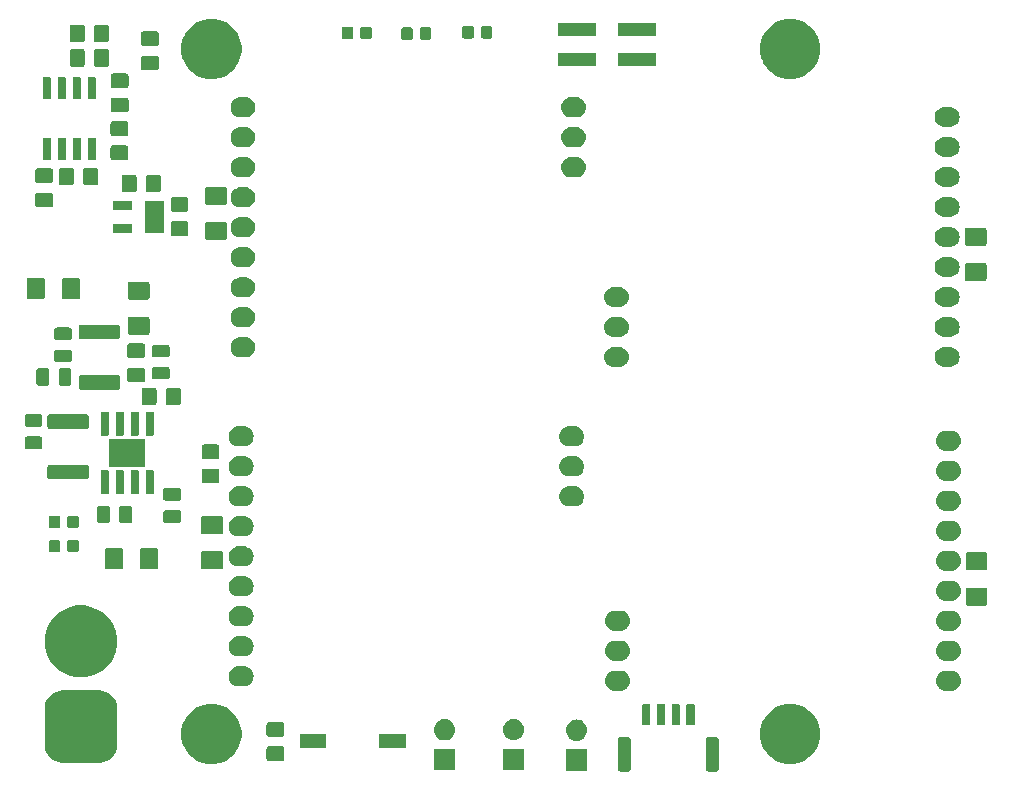
<source format=gbr>
G04 #@! TF.GenerationSoftware,KiCad,Pcbnew,(5.1.4)-1*
G04 #@! TF.CreationDate,2020-03-01T22:40:11-05:00*
G04 #@! TF.ProjectId,FPVRaceTimer,46505652-6163-4655-9469-6d65722e6b69,rev?*
G04 #@! TF.SameCoordinates,Original*
G04 #@! TF.FileFunction,Soldermask,Top*
G04 #@! TF.FilePolarity,Negative*
%FSLAX46Y46*%
G04 Gerber Fmt 4.6, Leading zero omitted, Abs format (unit mm)*
G04 Created by KiCad (PCBNEW (5.1.4)-1) date 2020-03-01 22:40:11*
%MOMM*%
%LPD*%
G04 APERTURE LIST*
%ADD10C,0.100000*%
G04 APERTURE END LIST*
D10*
G36*
X82793634Y-135284886D02*
G01*
X82833484Y-135296974D01*
X82870199Y-135316599D01*
X82902386Y-135343014D01*
X82928801Y-135375201D01*
X82948426Y-135411916D01*
X82960514Y-135451766D01*
X82965200Y-135499341D01*
X82965200Y-137963059D01*
X82960514Y-138010634D01*
X82948426Y-138050484D01*
X82928801Y-138087199D01*
X82902386Y-138119386D01*
X82870199Y-138145801D01*
X82833484Y-138165426D01*
X82793634Y-138177514D01*
X82746059Y-138182200D01*
X82082341Y-138182200D01*
X82034766Y-138177514D01*
X81994916Y-138165426D01*
X81958201Y-138145801D01*
X81926014Y-138119386D01*
X81899599Y-138087199D01*
X81879974Y-138050484D01*
X81867886Y-138010634D01*
X81863200Y-137963059D01*
X81863200Y-135499341D01*
X81867886Y-135451766D01*
X81879974Y-135411916D01*
X81899599Y-135375201D01*
X81926014Y-135343014D01*
X81958201Y-135316599D01*
X81994916Y-135296974D01*
X82034766Y-135284886D01*
X82082341Y-135280200D01*
X82746059Y-135280200D01*
X82793634Y-135284886D01*
X82793634Y-135284886D01*
G37*
G36*
X75343634Y-135284886D02*
G01*
X75383484Y-135296974D01*
X75420199Y-135316599D01*
X75452386Y-135343014D01*
X75478801Y-135375201D01*
X75498426Y-135411916D01*
X75510514Y-135451766D01*
X75515200Y-135499341D01*
X75515200Y-137963059D01*
X75510514Y-138010634D01*
X75498426Y-138050484D01*
X75478801Y-138087199D01*
X75452386Y-138119386D01*
X75420199Y-138145801D01*
X75383484Y-138165426D01*
X75343634Y-138177514D01*
X75296059Y-138182200D01*
X74632341Y-138182200D01*
X74584766Y-138177514D01*
X74544916Y-138165426D01*
X74508201Y-138145801D01*
X74476014Y-138119386D01*
X74449599Y-138087199D01*
X74429974Y-138050484D01*
X74417886Y-138010634D01*
X74413200Y-137963059D01*
X74413200Y-135499341D01*
X74417886Y-135451766D01*
X74429974Y-135411916D01*
X74449599Y-135375201D01*
X74476014Y-135343014D01*
X74508201Y-135316599D01*
X74544916Y-135296974D01*
X74584766Y-135284886D01*
X74632341Y-135280200D01*
X75296059Y-135280200D01*
X75343634Y-135284886D01*
X75343634Y-135284886D01*
G37*
G36*
X71817800Y-138111800D02*
G01*
X70015800Y-138111800D01*
X70015800Y-136309800D01*
X71817800Y-136309800D01*
X71817800Y-138111800D01*
X71817800Y-138111800D01*
G37*
G36*
X60641800Y-138086400D02*
G01*
X58839800Y-138086400D01*
X58839800Y-136284400D01*
X60641800Y-136284400D01*
X60641800Y-138086400D01*
X60641800Y-138086400D01*
G37*
G36*
X66483800Y-138061000D02*
G01*
X64681800Y-138061000D01*
X64681800Y-136259000D01*
X66483800Y-136259000D01*
X66483800Y-138061000D01*
X66483800Y-138061000D01*
G37*
G36*
X40744098Y-132547033D02*
G01*
X41208350Y-132739332D01*
X41208352Y-132739333D01*
X41626168Y-133018509D01*
X41981491Y-133373832D01*
X42255261Y-133783558D01*
X42260668Y-133791650D01*
X42452967Y-134255902D01*
X42551000Y-134748747D01*
X42551000Y-135251253D01*
X42452967Y-135744098D01*
X42261506Y-136206326D01*
X42260667Y-136208352D01*
X41981491Y-136626168D01*
X41626168Y-136981491D01*
X41208352Y-137260667D01*
X41208351Y-137260668D01*
X41208350Y-137260668D01*
X40744098Y-137452967D01*
X40251253Y-137551000D01*
X39748747Y-137551000D01*
X39255902Y-137452967D01*
X38791650Y-137260668D01*
X38791649Y-137260668D01*
X38791648Y-137260667D01*
X38373832Y-136981491D01*
X38018509Y-136626168D01*
X37739333Y-136208352D01*
X37738494Y-136206326D01*
X37547033Y-135744098D01*
X37449000Y-135251253D01*
X37449000Y-134748747D01*
X37547033Y-134255902D01*
X37739332Y-133791650D01*
X37744739Y-133783558D01*
X38018509Y-133373832D01*
X38373832Y-133018509D01*
X38791648Y-132739333D01*
X38791650Y-132739332D01*
X39255902Y-132547033D01*
X39748747Y-132449000D01*
X40251253Y-132449000D01*
X40744098Y-132547033D01*
X40744098Y-132547033D01*
G37*
G36*
X89744098Y-132547033D02*
G01*
X90208350Y-132739332D01*
X90208352Y-132739333D01*
X90626168Y-133018509D01*
X90981491Y-133373832D01*
X91255261Y-133783558D01*
X91260668Y-133791650D01*
X91452967Y-134255902D01*
X91551000Y-134748747D01*
X91551000Y-135251253D01*
X91452967Y-135744098D01*
X91261506Y-136206326D01*
X91260667Y-136208352D01*
X90981491Y-136626168D01*
X90626168Y-136981491D01*
X90208352Y-137260667D01*
X90208351Y-137260668D01*
X90208350Y-137260668D01*
X89744098Y-137452967D01*
X89251253Y-137551000D01*
X88748747Y-137551000D01*
X88255902Y-137452967D01*
X87791650Y-137260668D01*
X87791649Y-137260668D01*
X87791648Y-137260667D01*
X87373832Y-136981491D01*
X87018509Y-136626168D01*
X86739333Y-136208352D01*
X86738494Y-136206326D01*
X86547033Y-135744098D01*
X86449000Y-135251253D01*
X86449000Y-134748747D01*
X86547033Y-134255902D01*
X86739332Y-133791650D01*
X86744739Y-133783558D01*
X87018509Y-133373832D01*
X87373832Y-133018509D01*
X87791648Y-132739333D01*
X87791650Y-132739332D01*
X88255902Y-132547033D01*
X88748747Y-132449000D01*
X89251253Y-132449000D01*
X89744098Y-132547033D01*
X89744098Y-132547033D01*
G37*
G36*
X30829297Y-131343704D02*
G01*
X31103637Y-131426924D01*
X31356462Y-131562062D01*
X31578070Y-131743930D01*
X31759938Y-131965538D01*
X31895076Y-132218363D01*
X31978296Y-132492703D01*
X32007000Y-132784140D01*
X32007000Y-135947860D01*
X31978296Y-136239297D01*
X31895076Y-136513637D01*
X31759938Y-136766462D01*
X31578070Y-136988070D01*
X31356462Y-137169938D01*
X31103637Y-137305076D01*
X30829297Y-137388296D01*
X30537860Y-137417000D01*
X27374140Y-137417000D01*
X27082703Y-137388296D01*
X26808363Y-137305076D01*
X26555538Y-137169938D01*
X26333930Y-136988070D01*
X26152062Y-136766462D01*
X26016924Y-136513637D01*
X25933704Y-136239297D01*
X25905000Y-135947860D01*
X25905000Y-132784140D01*
X25933704Y-132492703D01*
X26016924Y-132218363D01*
X26152062Y-131965538D01*
X26333930Y-131743930D01*
X26555538Y-131562062D01*
X26808363Y-131426924D01*
X27082703Y-131343704D01*
X27374140Y-131315000D01*
X30537860Y-131315000D01*
X30829297Y-131343704D01*
X30829297Y-131343704D01*
G37*
G36*
X46003874Y-136048465D02*
G01*
X46041567Y-136059899D01*
X46076303Y-136078466D01*
X46106748Y-136103452D01*
X46131734Y-136133897D01*
X46150301Y-136168633D01*
X46161735Y-136206326D01*
X46166200Y-136251661D01*
X46166200Y-137088339D01*
X46161735Y-137133674D01*
X46150301Y-137171367D01*
X46131734Y-137206103D01*
X46106748Y-137236548D01*
X46076303Y-137261534D01*
X46041567Y-137280101D01*
X46003874Y-137291535D01*
X45958539Y-137296000D01*
X44871861Y-137296000D01*
X44826526Y-137291535D01*
X44788833Y-137280101D01*
X44754097Y-137261534D01*
X44723652Y-137236548D01*
X44698666Y-137206103D01*
X44680099Y-137171367D01*
X44668665Y-137133674D01*
X44664200Y-137088339D01*
X44664200Y-136251661D01*
X44668665Y-136206326D01*
X44680099Y-136168633D01*
X44698666Y-136133897D01*
X44723652Y-136103452D01*
X44754097Y-136078466D01*
X44788833Y-136059899D01*
X44826526Y-136048465D01*
X44871861Y-136044000D01*
X45958539Y-136044000D01*
X46003874Y-136048465D01*
X46003874Y-136048465D01*
G37*
G36*
X49734400Y-136196200D02*
G01*
X47472400Y-136196200D01*
X47472400Y-134974200D01*
X49734400Y-134974200D01*
X49734400Y-136196200D01*
X49734400Y-136196200D01*
G37*
G36*
X56464400Y-136196200D02*
G01*
X54202400Y-136196200D01*
X54202400Y-134974200D01*
X56464400Y-134974200D01*
X56464400Y-136196200D01*
X56464400Y-136196200D01*
G37*
G36*
X71027243Y-133776319D02*
G01*
X71093427Y-133782837D01*
X71263266Y-133834357D01*
X71419791Y-133918022D01*
X71455529Y-133947352D01*
X71556986Y-134030614D01*
X71627887Y-134117009D01*
X71669578Y-134167809D01*
X71753243Y-134324334D01*
X71804763Y-134494173D01*
X71822159Y-134670800D01*
X71804763Y-134847427D01*
X71753243Y-135017266D01*
X71669578Y-135173791D01*
X71647961Y-135200131D01*
X71556986Y-135310986D01*
X71455529Y-135394248D01*
X71419791Y-135423578D01*
X71419789Y-135423579D01*
X71278050Y-135499341D01*
X71263266Y-135507243D01*
X71093427Y-135558763D01*
X71027243Y-135565281D01*
X70961060Y-135571800D01*
X70872540Y-135571800D01*
X70806357Y-135565281D01*
X70740173Y-135558763D01*
X70570334Y-135507243D01*
X70555551Y-135499341D01*
X70413811Y-135423579D01*
X70413809Y-135423578D01*
X70378071Y-135394248D01*
X70276614Y-135310986D01*
X70185639Y-135200131D01*
X70164022Y-135173791D01*
X70080357Y-135017266D01*
X70028837Y-134847427D01*
X70011441Y-134670800D01*
X70028837Y-134494173D01*
X70080357Y-134324334D01*
X70164022Y-134167809D01*
X70205713Y-134117009D01*
X70276614Y-134030614D01*
X70378071Y-133947352D01*
X70413809Y-133918022D01*
X70570334Y-133834357D01*
X70740173Y-133782837D01*
X70806357Y-133776319D01*
X70872540Y-133769800D01*
X70961060Y-133769800D01*
X71027243Y-133776319D01*
X71027243Y-133776319D01*
G37*
G36*
X59851242Y-133750918D02*
G01*
X59917427Y-133757437D01*
X60087266Y-133808957D01*
X60243791Y-133892622D01*
X60274741Y-133918022D01*
X60380986Y-134005214D01*
X60464248Y-134106671D01*
X60493578Y-134142409D01*
X60577243Y-134298934D01*
X60628763Y-134468773D01*
X60646159Y-134645400D01*
X60628763Y-134822027D01*
X60577243Y-134991866D01*
X60577242Y-134991868D01*
X60549152Y-135044420D01*
X60493578Y-135148391D01*
X60464248Y-135184129D01*
X60380986Y-135285586D01*
X60289224Y-135360892D01*
X60243791Y-135398178D01*
X60087266Y-135481843D01*
X59917427Y-135533363D01*
X59851242Y-135539882D01*
X59785060Y-135546400D01*
X59696540Y-135546400D01*
X59630358Y-135539882D01*
X59564173Y-135533363D01*
X59394334Y-135481843D01*
X59237809Y-135398178D01*
X59192376Y-135360892D01*
X59100614Y-135285586D01*
X59017352Y-135184129D01*
X58988022Y-135148391D01*
X58932448Y-135044420D01*
X58904358Y-134991868D01*
X58904357Y-134991866D01*
X58852837Y-134822027D01*
X58835441Y-134645400D01*
X58852837Y-134468773D01*
X58904357Y-134298934D01*
X58988022Y-134142409D01*
X59017352Y-134106671D01*
X59100614Y-134005214D01*
X59206859Y-133918022D01*
X59237809Y-133892622D01*
X59394334Y-133808957D01*
X59564173Y-133757437D01*
X59630358Y-133750918D01*
X59696540Y-133744400D01*
X59785060Y-133744400D01*
X59851242Y-133750918D01*
X59851242Y-133750918D01*
G37*
G36*
X65693243Y-133725519D02*
G01*
X65759427Y-133732037D01*
X65929266Y-133783557D01*
X66085791Y-133867222D01*
X66116741Y-133892622D01*
X66222986Y-133979814D01*
X66283418Y-134053452D01*
X66335578Y-134117009D01*
X66419243Y-134273534D01*
X66470763Y-134443373D01*
X66488159Y-134620000D01*
X66470763Y-134796627D01*
X66419243Y-134966466D01*
X66335578Y-135122991D01*
X66308403Y-135156103D01*
X66222986Y-135260186D01*
X66122058Y-135343014D01*
X66085791Y-135372778D01*
X65929266Y-135456443D01*
X65759427Y-135507963D01*
X65693243Y-135514481D01*
X65627060Y-135521000D01*
X65538540Y-135521000D01*
X65472357Y-135514481D01*
X65406173Y-135507963D01*
X65236334Y-135456443D01*
X65079809Y-135372778D01*
X65043542Y-135343014D01*
X64942614Y-135260186D01*
X64857197Y-135156103D01*
X64830022Y-135122991D01*
X64746357Y-134966466D01*
X64694837Y-134796627D01*
X64677441Y-134620000D01*
X64694837Y-134443373D01*
X64746357Y-134273534D01*
X64830022Y-134117009D01*
X64882182Y-134053452D01*
X64942614Y-133979814D01*
X65048859Y-133892622D01*
X65079809Y-133867222D01*
X65236334Y-133783557D01*
X65406173Y-133732037D01*
X65472357Y-133725519D01*
X65538540Y-133719000D01*
X65627060Y-133719000D01*
X65693243Y-133725519D01*
X65693243Y-133725519D01*
G37*
G36*
X46003874Y-133998465D02*
G01*
X46041567Y-134009899D01*
X46076303Y-134028466D01*
X46106748Y-134053452D01*
X46131734Y-134083897D01*
X46150301Y-134118633D01*
X46161735Y-134156326D01*
X46166200Y-134201661D01*
X46166200Y-135038339D01*
X46161735Y-135083674D01*
X46150301Y-135121367D01*
X46131734Y-135156103D01*
X46106748Y-135186548D01*
X46076303Y-135211534D01*
X46041567Y-135230101D01*
X46003874Y-135241535D01*
X45958539Y-135246000D01*
X44871861Y-135246000D01*
X44826526Y-135241535D01*
X44788833Y-135230101D01*
X44754097Y-135211534D01*
X44723652Y-135186548D01*
X44698666Y-135156103D01*
X44680099Y-135121367D01*
X44668665Y-135083674D01*
X44664200Y-135038339D01*
X44664200Y-134201661D01*
X44668665Y-134156326D01*
X44680099Y-134118633D01*
X44698666Y-134083897D01*
X44723652Y-134053452D01*
X44754097Y-134028466D01*
X44788833Y-134009899D01*
X44826526Y-133998465D01*
X44871861Y-133994000D01*
X45958539Y-133994000D01*
X46003874Y-133998465D01*
X46003874Y-133998465D01*
G37*
G36*
X79574128Y-132482964D02*
G01*
X79595209Y-132489360D01*
X79614645Y-132499748D01*
X79631676Y-132513724D01*
X79645652Y-132530755D01*
X79656040Y-132550191D01*
X79662436Y-132571272D01*
X79665200Y-132599340D01*
X79665200Y-134163060D01*
X79662436Y-134191128D01*
X79656040Y-134212209D01*
X79645652Y-134231645D01*
X79631676Y-134248676D01*
X79614645Y-134262652D01*
X79595209Y-134273040D01*
X79574128Y-134279436D01*
X79546060Y-134282200D01*
X79082340Y-134282200D01*
X79054272Y-134279436D01*
X79033191Y-134273040D01*
X79013755Y-134262652D01*
X78996724Y-134248676D01*
X78982748Y-134231645D01*
X78972360Y-134212209D01*
X78965964Y-134191128D01*
X78963200Y-134163060D01*
X78963200Y-132599340D01*
X78965964Y-132571272D01*
X78972360Y-132550191D01*
X78982748Y-132530755D01*
X78996724Y-132513724D01*
X79013755Y-132499748D01*
X79033191Y-132489360D01*
X79054272Y-132482964D01*
X79082340Y-132480200D01*
X79546060Y-132480200D01*
X79574128Y-132482964D01*
X79574128Y-132482964D01*
G37*
G36*
X80824128Y-132482964D02*
G01*
X80845209Y-132489360D01*
X80864645Y-132499748D01*
X80881676Y-132513724D01*
X80895652Y-132530755D01*
X80906040Y-132550191D01*
X80912436Y-132571272D01*
X80915200Y-132599340D01*
X80915200Y-134163060D01*
X80912436Y-134191128D01*
X80906040Y-134212209D01*
X80895652Y-134231645D01*
X80881676Y-134248676D01*
X80864645Y-134262652D01*
X80845209Y-134273040D01*
X80824128Y-134279436D01*
X80796060Y-134282200D01*
X80332340Y-134282200D01*
X80304272Y-134279436D01*
X80283191Y-134273040D01*
X80263755Y-134262652D01*
X80246724Y-134248676D01*
X80232748Y-134231645D01*
X80222360Y-134212209D01*
X80215964Y-134191128D01*
X80213200Y-134163060D01*
X80213200Y-132599340D01*
X80215964Y-132571272D01*
X80222360Y-132550191D01*
X80232748Y-132530755D01*
X80246724Y-132513724D01*
X80263755Y-132499748D01*
X80283191Y-132489360D01*
X80304272Y-132482964D01*
X80332340Y-132480200D01*
X80796060Y-132480200D01*
X80824128Y-132482964D01*
X80824128Y-132482964D01*
G37*
G36*
X77074128Y-132482964D02*
G01*
X77095209Y-132489360D01*
X77114645Y-132499748D01*
X77131676Y-132513724D01*
X77145652Y-132530755D01*
X77156040Y-132550191D01*
X77162436Y-132571272D01*
X77165200Y-132599340D01*
X77165200Y-134163060D01*
X77162436Y-134191128D01*
X77156040Y-134212209D01*
X77145652Y-134231645D01*
X77131676Y-134248676D01*
X77114645Y-134262652D01*
X77095209Y-134273040D01*
X77074128Y-134279436D01*
X77046060Y-134282200D01*
X76582340Y-134282200D01*
X76554272Y-134279436D01*
X76533191Y-134273040D01*
X76513755Y-134262652D01*
X76496724Y-134248676D01*
X76482748Y-134231645D01*
X76472360Y-134212209D01*
X76465964Y-134191128D01*
X76463200Y-134163060D01*
X76463200Y-132599340D01*
X76465964Y-132571272D01*
X76472360Y-132550191D01*
X76482748Y-132530755D01*
X76496724Y-132513724D01*
X76513755Y-132499748D01*
X76533191Y-132489360D01*
X76554272Y-132482964D01*
X76582340Y-132480200D01*
X77046060Y-132480200D01*
X77074128Y-132482964D01*
X77074128Y-132482964D01*
G37*
G36*
X78324128Y-132482964D02*
G01*
X78345209Y-132489360D01*
X78364645Y-132499748D01*
X78381676Y-132513724D01*
X78395652Y-132530755D01*
X78406040Y-132550191D01*
X78412436Y-132571272D01*
X78415200Y-132599340D01*
X78415200Y-134163060D01*
X78412436Y-134191128D01*
X78406040Y-134212209D01*
X78395652Y-134231645D01*
X78381676Y-134248676D01*
X78364645Y-134262652D01*
X78345209Y-134273040D01*
X78324128Y-134279436D01*
X78296060Y-134282200D01*
X77832340Y-134282200D01*
X77804272Y-134279436D01*
X77783191Y-134273040D01*
X77763755Y-134262652D01*
X77746724Y-134248676D01*
X77732748Y-134231645D01*
X77722360Y-134212209D01*
X77715964Y-134191128D01*
X77713200Y-134163060D01*
X77713200Y-132599340D01*
X77715964Y-132571272D01*
X77722360Y-132550191D01*
X77732748Y-132530755D01*
X77746724Y-132513724D01*
X77763755Y-132499748D01*
X77783191Y-132489360D01*
X77804272Y-132482964D01*
X77832340Y-132480200D01*
X78296060Y-132480200D01*
X78324128Y-132482964D01*
X78324128Y-132482964D01*
G37*
G36*
X74766923Y-129643653D02*
G01*
X74927342Y-129692316D01*
X75060006Y-129763226D01*
X75075178Y-129771336D01*
X75204759Y-129877681D01*
X75311104Y-130007262D01*
X75311105Y-130007264D01*
X75390124Y-130155098D01*
X75438787Y-130315517D01*
X75455217Y-130482340D01*
X75438787Y-130649163D01*
X75390124Y-130809582D01*
X75376428Y-130835205D01*
X75311104Y-130957418D01*
X75204759Y-131086999D01*
X75075178Y-131193344D01*
X75075176Y-131193345D01*
X74927342Y-131272364D01*
X74766923Y-131321027D01*
X74641904Y-131333340D01*
X74158296Y-131333340D01*
X74033277Y-131321027D01*
X73872858Y-131272364D01*
X73725024Y-131193345D01*
X73725022Y-131193344D01*
X73595441Y-131086999D01*
X73489096Y-130957418D01*
X73423772Y-130835205D01*
X73410076Y-130809582D01*
X73361413Y-130649163D01*
X73344983Y-130482340D01*
X73361413Y-130315517D01*
X73410076Y-130155098D01*
X73489095Y-130007264D01*
X73489096Y-130007262D01*
X73595441Y-129877681D01*
X73725022Y-129771336D01*
X73740194Y-129763226D01*
X73872858Y-129692316D01*
X74033277Y-129643653D01*
X74158296Y-129631340D01*
X74641904Y-129631340D01*
X74766923Y-129643653D01*
X74766923Y-129643653D01*
G37*
G36*
X102766923Y-129643653D02*
G01*
X102927342Y-129692316D01*
X103060006Y-129763226D01*
X103075178Y-129771336D01*
X103204759Y-129877681D01*
X103311104Y-130007262D01*
X103311105Y-130007264D01*
X103390124Y-130155098D01*
X103438787Y-130315517D01*
X103455217Y-130482340D01*
X103438787Y-130649163D01*
X103390124Y-130809582D01*
X103376428Y-130835205D01*
X103311104Y-130957418D01*
X103204759Y-131086999D01*
X103075178Y-131193344D01*
X103075176Y-131193345D01*
X102927342Y-131272364D01*
X102766923Y-131321027D01*
X102641904Y-131333340D01*
X102158296Y-131333340D01*
X102033277Y-131321027D01*
X101872858Y-131272364D01*
X101725024Y-131193345D01*
X101725022Y-131193344D01*
X101595441Y-131086999D01*
X101489096Y-130957418D01*
X101423772Y-130835205D01*
X101410076Y-130809582D01*
X101361413Y-130649163D01*
X101344983Y-130482340D01*
X101361413Y-130315517D01*
X101410076Y-130155098D01*
X101489095Y-130007264D01*
X101489096Y-130007262D01*
X101595441Y-129877681D01*
X101725022Y-129771336D01*
X101740194Y-129763226D01*
X101872858Y-129692316D01*
X102033277Y-129643653D01*
X102158296Y-129631340D01*
X102641904Y-129631340D01*
X102766923Y-129643653D01*
X102766923Y-129643653D01*
G37*
G36*
X42877223Y-129285513D02*
G01*
X43037642Y-129334176D01*
X43170306Y-129405086D01*
X43185478Y-129413196D01*
X43315059Y-129519541D01*
X43421404Y-129649122D01*
X43421405Y-129649124D01*
X43500424Y-129796958D01*
X43549087Y-129957377D01*
X43565517Y-130124200D01*
X43549087Y-130291023D01*
X43500424Y-130451442D01*
X43429514Y-130584106D01*
X43421404Y-130599278D01*
X43315059Y-130728859D01*
X43185478Y-130835204D01*
X43185476Y-130835205D01*
X43037642Y-130914224D01*
X42877223Y-130962887D01*
X42752204Y-130975200D01*
X42268596Y-130975200D01*
X42143577Y-130962887D01*
X41983158Y-130914224D01*
X41835324Y-130835205D01*
X41835322Y-130835204D01*
X41705741Y-130728859D01*
X41599396Y-130599278D01*
X41591286Y-130584106D01*
X41520376Y-130451442D01*
X41471713Y-130291023D01*
X41455283Y-130124200D01*
X41471713Y-129957377D01*
X41520376Y-129796958D01*
X41599395Y-129649124D01*
X41599396Y-129649122D01*
X41705741Y-129519541D01*
X41835322Y-129413196D01*
X41850494Y-129405086D01*
X41983158Y-129334176D01*
X42143577Y-129285513D01*
X42268596Y-129273200D01*
X42752204Y-129273200D01*
X42877223Y-129285513D01*
X42877223Y-129285513D01*
G37*
G36*
X29845943Y-124232248D02*
G01*
X30401189Y-124462238D01*
X30401190Y-124462239D01*
X30900899Y-124796134D01*
X31325866Y-125221101D01*
X31325867Y-125221103D01*
X31659762Y-125720811D01*
X31889752Y-126276057D01*
X32007000Y-126865501D01*
X32007000Y-127466499D01*
X31889752Y-128055943D01*
X31659762Y-128611189D01*
X31546280Y-128781026D01*
X31325866Y-129110899D01*
X30900899Y-129535866D01*
X30758012Y-129631340D01*
X30401189Y-129869762D01*
X29845943Y-130099752D01*
X29256499Y-130217000D01*
X28655501Y-130217000D01*
X28066057Y-130099752D01*
X27510811Y-129869762D01*
X27153988Y-129631340D01*
X27011101Y-129535866D01*
X26586134Y-129110899D01*
X26365720Y-128781026D01*
X26252238Y-128611189D01*
X26022248Y-128055943D01*
X25905000Y-127466499D01*
X25905000Y-126865501D01*
X26022248Y-126276057D01*
X26252238Y-125720811D01*
X26586133Y-125221103D01*
X26586134Y-125221101D01*
X27011101Y-124796134D01*
X27510810Y-124462239D01*
X27510811Y-124462238D01*
X28066057Y-124232248D01*
X28655501Y-124115000D01*
X29256499Y-124115000D01*
X29845943Y-124232248D01*
X29845943Y-124232248D01*
G37*
G36*
X102766923Y-127103653D02*
G01*
X102927342Y-127152316D01*
X103060006Y-127223226D01*
X103075178Y-127231336D01*
X103204759Y-127337681D01*
X103311104Y-127467262D01*
X103311105Y-127467264D01*
X103390124Y-127615098D01*
X103438787Y-127775517D01*
X103455217Y-127942340D01*
X103438787Y-128109163D01*
X103390124Y-128269582D01*
X103376428Y-128295205D01*
X103311104Y-128417418D01*
X103204759Y-128546999D01*
X103075178Y-128653344D01*
X103075176Y-128653345D01*
X102927342Y-128732364D01*
X102766923Y-128781027D01*
X102641904Y-128793340D01*
X102158296Y-128793340D01*
X102033277Y-128781027D01*
X101872858Y-128732364D01*
X101725024Y-128653345D01*
X101725022Y-128653344D01*
X101595441Y-128546999D01*
X101489096Y-128417418D01*
X101423772Y-128295205D01*
X101410076Y-128269582D01*
X101361413Y-128109163D01*
X101344983Y-127942340D01*
X101361413Y-127775517D01*
X101410076Y-127615098D01*
X101489095Y-127467264D01*
X101489096Y-127467262D01*
X101595441Y-127337681D01*
X101725022Y-127231336D01*
X101740194Y-127223226D01*
X101872858Y-127152316D01*
X102033277Y-127103653D01*
X102158296Y-127091340D01*
X102641904Y-127091340D01*
X102766923Y-127103653D01*
X102766923Y-127103653D01*
G37*
G36*
X74766923Y-127103653D02*
G01*
X74927342Y-127152316D01*
X75060006Y-127223226D01*
X75075178Y-127231336D01*
X75204759Y-127337681D01*
X75311104Y-127467262D01*
X75311105Y-127467264D01*
X75390124Y-127615098D01*
X75438787Y-127775517D01*
X75455217Y-127942340D01*
X75438787Y-128109163D01*
X75390124Y-128269582D01*
X75376428Y-128295205D01*
X75311104Y-128417418D01*
X75204759Y-128546999D01*
X75075178Y-128653344D01*
X75075176Y-128653345D01*
X74927342Y-128732364D01*
X74766923Y-128781027D01*
X74641904Y-128793340D01*
X74158296Y-128793340D01*
X74033277Y-128781027D01*
X73872858Y-128732364D01*
X73725024Y-128653345D01*
X73725022Y-128653344D01*
X73595441Y-128546999D01*
X73489096Y-128417418D01*
X73423772Y-128295205D01*
X73410076Y-128269582D01*
X73361413Y-128109163D01*
X73344983Y-127942340D01*
X73361413Y-127775517D01*
X73410076Y-127615098D01*
X73489095Y-127467264D01*
X73489096Y-127467262D01*
X73595441Y-127337681D01*
X73725022Y-127231336D01*
X73740194Y-127223226D01*
X73872858Y-127152316D01*
X74033277Y-127103653D01*
X74158296Y-127091340D01*
X74641904Y-127091340D01*
X74766923Y-127103653D01*
X74766923Y-127103653D01*
G37*
G36*
X42877223Y-126745513D02*
G01*
X43037642Y-126794176D01*
X43170306Y-126865086D01*
X43185478Y-126873196D01*
X43315059Y-126979541D01*
X43421404Y-127109122D01*
X43421405Y-127109124D01*
X43500424Y-127256958D01*
X43549087Y-127417377D01*
X43565517Y-127584200D01*
X43549087Y-127751023D01*
X43500424Y-127911442D01*
X43429514Y-128044106D01*
X43421404Y-128059278D01*
X43315059Y-128188859D01*
X43185478Y-128295204D01*
X43185476Y-128295205D01*
X43037642Y-128374224D01*
X42877223Y-128422887D01*
X42752204Y-128435200D01*
X42268596Y-128435200D01*
X42143577Y-128422887D01*
X41983158Y-128374224D01*
X41835324Y-128295205D01*
X41835322Y-128295204D01*
X41705741Y-128188859D01*
X41599396Y-128059278D01*
X41591286Y-128044106D01*
X41520376Y-127911442D01*
X41471713Y-127751023D01*
X41455283Y-127584200D01*
X41471713Y-127417377D01*
X41520376Y-127256958D01*
X41599395Y-127109124D01*
X41599396Y-127109122D01*
X41705741Y-126979541D01*
X41835322Y-126873196D01*
X41850494Y-126865086D01*
X41983158Y-126794176D01*
X42143577Y-126745513D01*
X42268596Y-126733200D01*
X42752204Y-126733200D01*
X42877223Y-126745513D01*
X42877223Y-126745513D01*
G37*
G36*
X74766923Y-124563653D02*
G01*
X74927342Y-124612316D01*
X75060006Y-124683226D01*
X75075178Y-124691336D01*
X75204759Y-124797681D01*
X75311104Y-124927262D01*
X75311105Y-124927264D01*
X75390124Y-125075098D01*
X75438787Y-125235517D01*
X75455217Y-125402340D01*
X75438787Y-125569163D01*
X75390124Y-125729582D01*
X75376428Y-125755205D01*
X75311104Y-125877418D01*
X75204759Y-126006999D01*
X75075178Y-126113344D01*
X75075176Y-126113345D01*
X74927342Y-126192364D01*
X74766923Y-126241027D01*
X74641904Y-126253340D01*
X74158296Y-126253340D01*
X74033277Y-126241027D01*
X73872858Y-126192364D01*
X73725024Y-126113345D01*
X73725022Y-126113344D01*
X73595441Y-126006999D01*
X73489096Y-125877418D01*
X73423772Y-125755205D01*
X73410076Y-125729582D01*
X73361413Y-125569163D01*
X73344983Y-125402340D01*
X73361413Y-125235517D01*
X73410076Y-125075098D01*
X73489095Y-124927264D01*
X73489096Y-124927262D01*
X73595441Y-124797681D01*
X73725022Y-124691336D01*
X73740194Y-124683226D01*
X73872858Y-124612316D01*
X74033277Y-124563653D01*
X74158296Y-124551340D01*
X74641904Y-124551340D01*
X74766923Y-124563653D01*
X74766923Y-124563653D01*
G37*
G36*
X102766923Y-124563653D02*
G01*
X102927342Y-124612316D01*
X103060006Y-124683226D01*
X103075178Y-124691336D01*
X103204759Y-124797681D01*
X103311104Y-124927262D01*
X103311105Y-124927264D01*
X103390124Y-125075098D01*
X103438787Y-125235517D01*
X103455217Y-125402340D01*
X103438787Y-125569163D01*
X103390124Y-125729582D01*
X103376428Y-125755205D01*
X103311104Y-125877418D01*
X103204759Y-126006999D01*
X103075178Y-126113344D01*
X103075176Y-126113345D01*
X102927342Y-126192364D01*
X102766923Y-126241027D01*
X102641904Y-126253340D01*
X102158296Y-126253340D01*
X102033277Y-126241027D01*
X101872858Y-126192364D01*
X101725024Y-126113345D01*
X101725022Y-126113344D01*
X101595441Y-126006999D01*
X101489096Y-125877418D01*
X101423772Y-125755205D01*
X101410076Y-125729582D01*
X101361413Y-125569163D01*
X101344983Y-125402340D01*
X101361413Y-125235517D01*
X101410076Y-125075098D01*
X101489095Y-124927264D01*
X101489096Y-124927262D01*
X101595441Y-124797681D01*
X101725022Y-124691336D01*
X101740194Y-124683226D01*
X101872858Y-124612316D01*
X102033277Y-124563653D01*
X102158296Y-124551340D01*
X102641904Y-124551340D01*
X102766923Y-124563653D01*
X102766923Y-124563653D01*
G37*
G36*
X42877223Y-124205513D02*
G01*
X43037642Y-124254176D01*
X43170306Y-124325086D01*
X43185478Y-124333196D01*
X43315059Y-124439541D01*
X43421404Y-124569122D01*
X43421405Y-124569124D01*
X43500424Y-124716958D01*
X43549087Y-124877377D01*
X43565517Y-125044200D01*
X43549087Y-125211023D01*
X43500424Y-125371442D01*
X43429514Y-125504106D01*
X43421404Y-125519278D01*
X43315059Y-125648859D01*
X43185478Y-125755204D01*
X43185476Y-125755205D01*
X43037642Y-125834224D01*
X42877223Y-125882887D01*
X42752204Y-125895200D01*
X42268596Y-125895200D01*
X42143577Y-125882887D01*
X41983158Y-125834224D01*
X41835324Y-125755205D01*
X41835322Y-125755204D01*
X41705741Y-125648859D01*
X41599396Y-125519278D01*
X41591286Y-125504106D01*
X41520376Y-125371442D01*
X41471713Y-125211023D01*
X41455283Y-125044200D01*
X41471713Y-124877377D01*
X41520376Y-124716958D01*
X41599395Y-124569124D01*
X41599396Y-124569122D01*
X41705741Y-124439541D01*
X41835322Y-124333196D01*
X41850494Y-124325086D01*
X41983158Y-124254176D01*
X42143577Y-124205513D01*
X42268596Y-124193200D01*
X42752204Y-124193200D01*
X42877223Y-124205513D01*
X42877223Y-124205513D01*
G37*
G36*
X105550562Y-122603401D02*
G01*
X105585481Y-122613994D01*
X105617663Y-122631196D01*
X105645873Y-122654347D01*
X105669024Y-122682557D01*
X105686226Y-122714739D01*
X105696819Y-122749658D01*
X105701000Y-122792115D01*
X105701000Y-123933325D01*
X105696819Y-123975782D01*
X105686226Y-124010701D01*
X105669024Y-124042883D01*
X105645873Y-124071093D01*
X105617663Y-124094244D01*
X105585481Y-124111446D01*
X105550562Y-124122039D01*
X105508105Y-124126220D01*
X104041895Y-124126220D01*
X103999438Y-124122039D01*
X103964519Y-124111446D01*
X103932337Y-124094244D01*
X103904127Y-124071093D01*
X103880976Y-124042883D01*
X103863774Y-124010701D01*
X103853181Y-123975782D01*
X103849000Y-123933325D01*
X103849000Y-122792115D01*
X103853181Y-122749658D01*
X103863774Y-122714739D01*
X103880976Y-122682557D01*
X103904127Y-122654347D01*
X103932337Y-122631196D01*
X103964519Y-122613994D01*
X103999438Y-122603401D01*
X104041895Y-122599220D01*
X105508105Y-122599220D01*
X105550562Y-122603401D01*
X105550562Y-122603401D01*
G37*
G36*
X102766923Y-122023653D02*
G01*
X102927342Y-122072316D01*
X103060006Y-122143226D01*
X103075178Y-122151336D01*
X103204759Y-122257681D01*
X103311104Y-122387262D01*
X103311105Y-122387264D01*
X103390124Y-122535098D01*
X103438787Y-122695517D01*
X103455217Y-122862340D01*
X103438787Y-123029163D01*
X103390124Y-123189582D01*
X103376428Y-123215205D01*
X103311104Y-123337418D01*
X103204759Y-123466999D01*
X103075178Y-123573344D01*
X103075176Y-123573345D01*
X102927342Y-123652364D01*
X102766923Y-123701027D01*
X102641904Y-123713340D01*
X102158296Y-123713340D01*
X102033277Y-123701027D01*
X101872858Y-123652364D01*
X101725024Y-123573345D01*
X101725022Y-123573344D01*
X101595441Y-123466999D01*
X101489096Y-123337418D01*
X101423772Y-123215205D01*
X101410076Y-123189582D01*
X101361413Y-123029163D01*
X101344983Y-122862340D01*
X101361413Y-122695517D01*
X101410076Y-122535098D01*
X101489095Y-122387264D01*
X101489096Y-122387262D01*
X101595441Y-122257681D01*
X101725022Y-122151336D01*
X101740194Y-122143226D01*
X101872858Y-122072316D01*
X102033277Y-122023653D01*
X102158296Y-122011340D01*
X102641904Y-122011340D01*
X102766923Y-122023653D01*
X102766923Y-122023653D01*
G37*
G36*
X42877223Y-121665513D02*
G01*
X43037642Y-121714176D01*
X43170306Y-121785086D01*
X43185478Y-121793196D01*
X43315059Y-121899541D01*
X43421404Y-122029122D01*
X43421405Y-122029124D01*
X43500424Y-122176958D01*
X43549087Y-122337377D01*
X43565517Y-122504200D01*
X43549087Y-122671023D01*
X43500424Y-122831442D01*
X43481356Y-122867115D01*
X43421404Y-122979278D01*
X43315059Y-123108859D01*
X43185478Y-123215204D01*
X43185476Y-123215205D01*
X43037642Y-123294224D01*
X42877223Y-123342887D01*
X42752204Y-123355200D01*
X42268596Y-123355200D01*
X42143577Y-123342887D01*
X41983158Y-123294224D01*
X41835324Y-123215205D01*
X41835322Y-123215204D01*
X41705741Y-123108859D01*
X41599396Y-122979278D01*
X41539444Y-122867115D01*
X41520376Y-122831442D01*
X41471713Y-122671023D01*
X41455283Y-122504200D01*
X41471713Y-122337377D01*
X41520376Y-122176958D01*
X41599395Y-122029124D01*
X41599396Y-122029122D01*
X41705741Y-121899541D01*
X41835322Y-121793196D01*
X41850494Y-121785086D01*
X41983158Y-121714176D01*
X42143577Y-121665513D01*
X42268596Y-121653200D01*
X42752204Y-121653200D01*
X42877223Y-121665513D01*
X42877223Y-121665513D01*
G37*
G36*
X102766923Y-119483653D02*
G01*
X102927342Y-119532316D01*
X103012846Y-119578019D01*
X103075178Y-119611336D01*
X103204759Y-119717681D01*
X103311104Y-119847262D01*
X103311105Y-119847264D01*
X103390124Y-119995098D01*
X103438787Y-120155517D01*
X103455217Y-120322340D01*
X103438787Y-120489163D01*
X103390124Y-120649582D01*
X103376428Y-120675205D01*
X103311104Y-120797418D01*
X103204759Y-120926999D01*
X103075178Y-121033344D01*
X103075176Y-121033345D01*
X102927342Y-121112364D01*
X102766923Y-121161027D01*
X102641904Y-121173340D01*
X102158296Y-121173340D01*
X102033277Y-121161027D01*
X101872858Y-121112364D01*
X101725024Y-121033345D01*
X101725022Y-121033344D01*
X101595441Y-120926999D01*
X101489096Y-120797418D01*
X101423772Y-120675205D01*
X101410076Y-120649582D01*
X101361413Y-120489163D01*
X101344983Y-120322340D01*
X101361413Y-120155517D01*
X101410076Y-119995098D01*
X101489095Y-119847264D01*
X101489096Y-119847262D01*
X101595441Y-119717681D01*
X101725022Y-119611336D01*
X101787354Y-119578019D01*
X101872858Y-119532316D01*
X102033277Y-119483653D01*
X102158296Y-119471340D01*
X102641904Y-119471340D01*
X102766923Y-119483653D01*
X102766923Y-119483653D01*
G37*
G36*
X105550562Y-119628401D02*
G01*
X105585481Y-119638994D01*
X105617663Y-119656196D01*
X105645873Y-119679347D01*
X105669024Y-119707557D01*
X105686226Y-119739739D01*
X105696819Y-119774658D01*
X105701000Y-119817115D01*
X105701000Y-120958325D01*
X105696819Y-121000782D01*
X105686226Y-121035701D01*
X105669024Y-121067883D01*
X105645873Y-121096093D01*
X105617663Y-121119244D01*
X105585481Y-121136446D01*
X105550562Y-121147039D01*
X105508105Y-121151220D01*
X104041895Y-121151220D01*
X103999438Y-121147039D01*
X103964519Y-121136446D01*
X103932337Y-121119244D01*
X103904127Y-121096093D01*
X103880976Y-121067883D01*
X103863774Y-121035701D01*
X103853181Y-121000782D01*
X103849000Y-120958325D01*
X103849000Y-119817115D01*
X103853181Y-119774658D01*
X103863774Y-119739739D01*
X103880976Y-119707557D01*
X103904127Y-119679347D01*
X103932337Y-119656196D01*
X103964519Y-119638994D01*
X103999438Y-119628401D01*
X104041895Y-119624220D01*
X105508105Y-119624220D01*
X105550562Y-119628401D01*
X105550562Y-119628401D01*
G37*
G36*
X35338062Y-119220181D02*
G01*
X35372981Y-119230774D01*
X35405163Y-119247976D01*
X35433373Y-119271127D01*
X35456524Y-119299337D01*
X35473726Y-119331519D01*
X35484319Y-119366438D01*
X35488500Y-119408895D01*
X35488500Y-120875105D01*
X35484319Y-120917562D01*
X35473726Y-120952481D01*
X35456524Y-120984663D01*
X35433373Y-121012873D01*
X35405163Y-121036024D01*
X35372981Y-121053226D01*
X35338062Y-121063819D01*
X35295605Y-121068000D01*
X34154395Y-121068000D01*
X34111938Y-121063819D01*
X34077019Y-121053226D01*
X34044837Y-121036024D01*
X34016627Y-121012873D01*
X33993476Y-120984663D01*
X33976274Y-120952481D01*
X33965681Y-120917562D01*
X33961500Y-120875105D01*
X33961500Y-119408895D01*
X33965681Y-119366438D01*
X33976274Y-119331519D01*
X33993476Y-119299337D01*
X34016627Y-119271127D01*
X34044837Y-119247976D01*
X34077019Y-119230774D01*
X34111938Y-119220181D01*
X34154395Y-119216000D01*
X35295605Y-119216000D01*
X35338062Y-119220181D01*
X35338062Y-119220181D01*
G37*
G36*
X32363062Y-119220181D02*
G01*
X32397981Y-119230774D01*
X32430163Y-119247976D01*
X32458373Y-119271127D01*
X32481524Y-119299337D01*
X32498726Y-119331519D01*
X32509319Y-119366438D01*
X32513500Y-119408895D01*
X32513500Y-120875105D01*
X32509319Y-120917562D01*
X32498726Y-120952481D01*
X32481524Y-120984663D01*
X32458373Y-121012873D01*
X32430163Y-121036024D01*
X32397981Y-121053226D01*
X32363062Y-121063819D01*
X32320605Y-121068000D01*
X31179395Y-121068000D01*
X31136938Y-121063819D01*
X31102019Y-121053226D01*
X31069837Y-121036024D01*
X31041627Y-121012873D01*
X31018476Y-120984663D01*
X31001274Y-120952481D01*
X30990681Y-120917562D01*
X30986500Y-120875105D01*
X30986500Y-119408895D01*
X30990681Y-119366438D01*
X31001274Y-119331519D01*
X31018476Y-119299337D01*
X31041627Y-119271127D01*
X31069837Y-119247976D01*
X31102019Y-119230774D01*
X31136938Y-119220181D01*
X31179395Y-119216000D01*
X32320605Y-119216000D01*
X32363062Y-119220181D01*
X32363062Y-119220181D01*
G37*
G36*
X40821202Y-119539221D02*
G01*
X40856121Y-119549814D01*
X40888303Y-119567016D01*
X40916513Y-119590167D01*
X40939664Y-119618377D01*
X40956866Y-119650559D01*
X40967459Y-119685478D01*
X40971640Y-119727935D01*
X40971640Y-120869145D01*
X40967459Y-120911602D01*
X40956866Y-120946521D01*
X40939664Y-120978703D01*
X40916513Y-121006913D01*
X40888303Y-121030064D01*
X40856121Y-121047266D01*
X40821202Y-121057859D01*
X40778745Y-121062040D01*
X39312535Y-121062040D01*
X39270078Y-121057859D01*
X39235159Y-121047266D01*
X39202977Y-121030064D01*
X39174767Y-121006913D01*
X39151616Y-120978703D01*
X39134414Y-120946521D01*
X39123821Y-120911602D01*
X39119640Y-120869145D01*
X39119640Y-119727935D01*
X39123821Y-119685478D01*
X39134414Y-119650559D01*
X39151616Y-119618377D01*
X39174767Y-119590167D01*
X39202977Y-119567016D01*
X39235159Y-119549814D01*
X39270078Y-119539221D01*
X39312535Y-119535040D01*
X40778745Y-119535040D01*
X40821202Y-119539221D01*
X40821202Y-119539221D01*
G37*
G36*
X42877223Y-119125513D02*
G01*
X43037642Y-119174176D01*
X43115889Y-119216000D01*
X43185478Y-119253196D01*
X43315059Y-119359541D01*
X43421404Y-119489122D01*
X43421405Y-119489124D01*
X43500424Y-119636958D01*
X43549087Y-119797377D01*
X43565517Y-119964200D01*
X43549087Y-120131023D01*
X43500424Y-120291442D01*
X43429514Y-120424106D01*
X43421404Y-120439278D01*
X43315059Y-120568859D01*
X43185478Y-120675204D01*
X43185476Y-120675205D01*
X43037642Y-120754224D01*
X42877223Y-120802887D01*
X42752204Y-120815200D01*
X42268596Y-120815200D01*
X42143577Y-120802887D01*
X41983158Y-120754224D01*
X41835324Y-120675205D01*
X41835322Y-120675204D01*
X41705741Y-120568859D01*
X41599396Y-120439278D01*
X41591286Y-120424106D01*
X41520376Y-120291442D01*
X41471713Y-120131023D01*
X41455283Y-119964200D01*
X41471713Y-119797377D01*
X41520376Y-119636958D01*
X41599395Y-119489124D01*
X41599396Y-119489122D01*
X41705741Y-119359541D01*
X41835322Y-119253196D01*
X41904911Y-119216000D01*
X41983158Y-119174176D01*
X42143577Y-119125513D01*
X42268596Y-119113200D01*
X42752204Y-119113200D01*
X42877223Y-119125513D01*
X42877223Y-119125513D01*
G37*
G36*
X28619911Y-118583765D02*
G01*
X28653889Y-118594073D01*
X28685210Y-118610814D01*
X28712659Y-118633341D01*
X28735186Y-118660790D01*
X28751927Y-118692111D01*
X28762235Y-118726089D01*
X28766320Y-118767570D01*
X28766320Y-119443790D01*
X28762235Y-119485271D01*
X28751927Y-119519249D01*
X28735186Y-119550570D01*
X28712659Y-119578019D01*
X28685210Y-119600546D01*
X28653889Y-119617287D01*
X28619911Y-119627595D01*
X28578430Y-119631680D01*
X27977210Y-119631680D01*
X27935729Y-119627595D01*
X27901751Y-119617287D01*
X27870430Y-119600546D01*
X27842981Y-119578019D01*
X27820454Y-119550570D01*
X27803713Y-119519249D01*
X27793405Y-119485271D01*
X27789320Y-119443790D01*
X27789320Y-118767570D01*
X27793405Y-118726089D01*
X27803713Y-118692111D01*
X27820454Y-118660790D01*
X27842981Y-118633341D01*
X27870430Y-118610814D01*
X27901751Y-118594073D01*
X27935729Y-118583765D01*
X27977210Y-118579680D01*
X28578430Y-118579680D01*
X28619911Y-118583765D01*
X28619911Y-118583765D01*
G37*
G36*
X27044911Y-118583765D02*
G01*
X27078889Y-118594073D01*
X27110210Y-118610814D01*
X27137659Y-118633341D01*
X27160186Y-118660790D01*
X27176927Y-118692111D01*
X27187235Y-118726089D01*
X27191320Y-118767570D01*
X27191320Y-119443790D01*
X27187235Y-119485271D01*
X27176927Y-119519249D01*
X27160186Y-119550570D01*
X27137659Y-119578019D01*
X27110210Y-119600546D01*
X27078889Y-119617287D01*
X27044911Y-119627595D01*
X27003430Y-119631680D01*
X26402210Y-119631680D01*
X26360729Y-119627595D01*
X26326751Y-119617287D01*
X26295430Y-119600546D01*
X26267981Y-119578019D01*
X26245454Y-119550570D01*
X26228713Y-119519249D01*
X26218405Y-119485271D01*
X26214320Y-119443790D01*
X26214320Y-118767570D01*
X26218405Y-118726089D01*
X26228713Y-118692111D01*
X26245454Y-118660790D01*
X26267981Y-118633341D01*
X26295430Y-118610814D01*
X26326751Y-118594073D01*
X26360729Y-118583765D01*
X26402210Y-118579680D01*
X27003430Y-118579680D01*
X27044911Y-118583765D01*
X27044911Y-118583765D01*
G37*
G36*
X102766923Y-116943653D02*
G01*
X102927342Y-116992316D01*
X103015686Y-117039537D01*
X103075178Y-117071336D01*
X103204759Y-117177681D01*
X103311104Y-117307262D01*
X103311105Y-117307264D01*
X103390124Y-117455098D01*
X103438787Y-117615517D01*
X103455217Y-117782340D01*
X103438787Y-117949163D01*
X103390124Y-118109582D01*
X103376428Y-118135205D01*
X103311104Y-118257418D01*
X103204759Y-118386999D01*
X103075178Y-118493344D01*
X103075176Y-118493345D01*
X102927342Y-118572364D01*
X102766923Y-118621027D01*
X102641904Y-118633340D01*
X102158296Y-118633340D01*
X102033277Y-118621027D01*
X101872858Y-118572364D01*
X101725024Y-118493345D01*
X101725022Y-118493344D01*
X101595441Y-118386999D01*
X101489096Y-118257418D01*
X101423772Y-118135205D01*
X101410076Y-118109582D01*
X101361413Y-117949163D01*
X101344983Y-117782340D01*
X101361413Y-117615517D01*
X101410076Y-117455098D01*
X101489095Y-117307264D01*
X101489096Y-117307262D01*
X101595441Y-117177681D01*
X101725022Y-117071336D01*
X101784514Y-117039537D01*
X101872858Y-116992316D01*
X102033277Y-116943653D01*
X102158296Y-116931340D01*
X102641904Y-116931340D01*
X102766923Y-116943653D01*
X102766923Y-116943653D01*
G37*
G36*
X42877223Y-116585513D02*
G01*
X43037642Y-116634176D01*
X43170306Y-116705086D01*
X43185478Y-116713196D01*
X43315059Y-116819541D01*
X43421404Y-116949122D01*
X43421405Y-116949124D01*
X43500424Y-117096958D01*
X43549087Y-117257377D01*
X43565517Y-117424200D01*
X43549087Y-117591023D01*
X43500424Y-117751442D01*
X43464236Y-117819145D01*
X43421404Y-117899278D01*
X43315059Y-118028859D01*
X43185478Y-118135204D01*
X43185476Y-118135205D01*
X43037642Y-118214224D01*
X42877223Y-118262887D01*
X42752204Y-118275200D01*
X42268596Y-118275200D01*
X42143577Y-118262887D01*
X41983158Y-118214224D01*
X41835324Y-118135205D01*
X41835322Y-118135204D01*
X41705741Y-118028859D01*
X41599396Y-117899278D01*
X41556564Y-117819145D01*
X41520376Y-117751442D01*
X41471713Y-117591023D01*
X41455283Y-117424200D01*
X41471713Y-117257377D01*
X41520376Y-117096958D01*
X41599395Y-116949124D01*
X41599396Y-116949122D01*
X41705741Y-116819541D01*
X41835322Y-116713196D01*
X41850494Y-116705086D01*
X41983158Y-116634176D01*
X42143577Y-116585513D01*
X42268596Y-116573200D01*
X42752204Y-116573200D01*
X42877223Y-116585513D01*
X42877223Y-116585513D01*
G37*
G36*
X40821202Y-116564221D02*
G01*
X40856121Y-116574814D01*
X40888303Y-116592016D01*
X40916513Y-116615167D01*
X40939664Y-116643377D01*
X40956866Y-116675559D01*
X40967459Y-116710478D01*
X40971640Y-116752935D01*
X40971640Y-117894145D01*
X40967459Y-117936602D01*
X40956866Y-117971521D01*
X40939664Y-118003703D01*
X40916513Y-118031913D01*
X40888303Y-118055064D01*
X40856121Y-118072266D01*
X40821202Y-118082859D01*
X40778745Y-118087040D01*
X39312535Y-118087040D01*
X39270078Y-118082859D01*
X39235159Y-118072266D01*
X39202977Y-118055064D01*
X39174767Y-118031913D01*
X39151616Y-118003703D01*
X39134414Y-117971521D01*
X39123821Y-117936602D01*
X39119640Y-117894145D01*
X39119640Y-116752935D01*
X39123821Y-116710478D01*
X39134414Y-116675559D01*
X39151616Y-116643377D01*
X39174767Y-116615167D01*
X39202977Y-116592016D01*
X39235159Y-116574814D01*
X39270078Y-116564221D01*
X39312535Y-116560040D01*
X40778745Y-116560040D01*
X40821202Y-116564221D01*
X40821202Y-116564221D01*
G37*
G36*
X28625091Y-116521285D02*
G01*
X28659069Y-116531593D01*
X28690390Y-116548334D01*
X28717839Y-116570861D01*
X28740366Y-116598310D01*
X28757107Y-116629631D01*
X28767415Y-116663609D01*
X28771500Y-116705090D01*
X28771500Y-117381310D01*
X28767415Y-117422791D01*
X28757107Y-117456769D01*
X28740366Y-117488090D01*
X28717839Y-117515539D01*
X28690390Y-117538066D01*
X28659069Y-117554807D01*
X28625091Y-117565115D01*
X28583610Y-117569200D01*
X27982390Y-117569200D01*
X27940909Y-117565115D01*
X27906931Y-117554807D01*
X27875610Y-117538066D01*
X27848161Y-117515539D01*
X27825634Y-117488090D01*
X27808893Y-117456769D01*
X27798585Y-117422791D01*
X27794500Y-117381310D01*
X27794500Y-116705090D01*
X27798585Y-116663609D01*
X27808893Y-116629631D01*
X27825634Y-116598310D01*
X27848161Y-116570861D01*
X27875610Y-116548334D01*
X27906931Y-116531593D01*
X27940909Y-116521285D01*
X27982390Y-116517200D01*
X28583610Y-116517200D01*
X28625091Y-116521285D01*
X28625091Y-116521285D01*
G37*
G36*
X27050091Y-116521285D02*
G01*
X27084069Y-116531593D01*
X27115390Y-116548334D01*
X27142839Y-116570861D01*
X27165366Y-116598310D01*
X27182107Y-116629631D01*
X27192415Y-116663609D01*
X27196500Y-116705090D01*
X27196500Y-117381310D01*
X27192415Y-117422791D01*
X27182107Y-117456769D01*
X27165366Y-117488090D01*
X27142839Y-117515539D01*
X27115390Y-117538066D01*
X27084069Y-117554807D01*
X27050091Y-117565115D01*
X27008610Y-117569200D01*
X26407390Y-117569200D01*
X26365909Y-117565115D01*
X26331931Y-117554807D01*
X26300610Y-117538066D01*
X26273161Y-117515539D01*
X26250634Y-117488090D01*
X26233893Y-117456769D01*
X26223585Y-117422791D01*
X26219500Y-117381310D01*
X26219500Y-116705090D01*
X26223585Y-116663609D01*
X26233893Y-116629631D01*
X26250634Y-116598310D01*
X26273161Y-116570861D01*
X26300610Y-116548334D01*
X26331931Y-116531593D01*
X26365909Y-116521285D01*
X26407390Y-116517200D01*
X27008610Y-116517200D01*
X27050091Y-116521285D01*
X27050091Y-116521285D01*
G37*
G36*
X33112568Y-115661765D02*
G01*
X33151238Y-115673496D01*
X33186877Y-115692546D01*
X33218117Y-115718183D01*
X33243754Y-115749423D01*
X33262804Y-115785062D01*
X33274535Y-115823732D01*
X33279100Y-115870088D01*
X33279100Y-116946312D01*
X33274535Y-116992668D01*
X33262804Y-117031338D01*
X33243754Y-117066977D01*
X33218117Y-117098217D01*
X33186877Y-117123854D01*
X33151238Y-117142904D01*
X33112568Y-117154635D01*
X33066212Y-117159200D01*
X32414988Y-117159200D01*
X32368632Y-117154635D01*
X32329962Y-117142904D01*
X32294323Y-117123854D01*
X32263083Y-117098217D01*
X32237446Y-117066977D01*
X32218396Y-117031338D01*
X32206665Y-116992668D01*
X32202100Y-116946312D01*
X32202100Y-115870088D01*
X32206665Y-115823732D01*
X32218396Y-115785062D01*
X32237446Y-115749423D01*
X32263083Y-115718183D01*
X32294323Y-115692546D01*
X32329962Y-115673496D01*
X32368632Y-115661765D01*
X32414988Y-115657200D01*
X33066212Y-115657200D01*
X33112568Y-115661765D01*
X33112568Y-115661765D01*
G37*
G36*
X31237568Y-115661765D02*
G01*
X31276238Y-115673496D01*
X31311877Y-115692546D01*
X31343117Y-115718183D01*
X31368754Y-115749423D01*
X31387804Y-115785062D01*
X31399535Y-115823732D01*
X31404100Y-115870088D01*
X31404100Y-116946312D01*
X31399535Y-116992668D01*
X31387804Y-117031338D01*
X31368754Y-117066977D01*
X31343117Y-117098217D01*
X31311877Y-117123854D01*
X31276238Y-117142904D01*
X31237568Y-117154635D01*
X31191212Y-117159200D01*
X30539988Y-117159200D01*
X30493632Y-117154635D01*
X30454962Y-117142904D01*
X30419323Y-117123854D01*
X30388083Y-117098217D01*
X30362446Y-117066977D01*
X30343396Y-117031338D01*
X30331665Y-116992668D01*
X30327100Y-116946312D01*
X30327100Y-115870088D01*
X30331665Y-115823732D01*
X30343396Y-115785062D01*
X30362446Y-115749423D01*
X30388083Y-115718183D01*
X30419323Y-115692546D01*
X30454962Y-115673496D01*
X30493632Y-115661765D01*
X30539988Y-115657200D01*
X31191212Y-115657200D01*
X31237568Y-115661765D01*
X31237568Y-115661765D01*
G37*
G36*
X37262068Y-116049765D02*
G01*
X37300738Y-116061496D01*
X37336377Y-116080546D01*
X37367617Y-116106183D01*
X37393254Y-116137423D01*
X37412304Y-116173062D01*
X37424035Y-116211732D01*
X37428600Y-116258088D01*
X37428600Y-116909312D01*
X37424035Y-116955668D01*
X37412304Y-116994338D01*
X37393254Y-117029977D01*
X37367617Y-117061217D01*
X37336377Y-117086854D01*
X37300738Y-117105904D01*
X37262068Y-117117635D01*
X37215712Y-117122200D01*
X36139488Y-117122200D01*
X36093132Y-117117635D01*
X36054462Y-117105904D01*
X36018823Y-117086854D01*
X35987583Y-117061217D01*
X35961946Y-117029977D01*
X35942896Y-116994338D01*
X35931165Y-116955668D01*
X35926600Y-116909312D01*
X35926600Y-116258088D01*
X35931165Y-116211732D01*
X35942896Y-116173062D01*
X35961946Y-116137423D01*
X35987583Y-116106183D01*
X36018823Y-116080546D01*
X36054462Y-116061496D01*
X36093132Y-116049765D01*
X36139488Y-116045200D01*
X37215712Y-116045200D01*
X37262068Y-116049765D01*
X37262068Y-116049765D01*
G37*
G36*
X102766923Y-114403653D02*
G01*
X102927342Y-114452316D01*
X103060006Y-114523226D01*
X103075178Y-114531336D01*
X103204759Y-114637681D01*
X103311104Y-114767262D01*
X103311105Y-114767264D01*
X103390124Y-114915098D01*
X103438787Y-115075517D01*
X103455217Y-115242340D01*
X103438787Y-115409163D01*
X103390124Y-115569582D01*
X103334581Y-115673496D01*
X103311104Y-115717418D01*
X103204759Y-115846999D01*
X103075178Y-115953344D01*
X103075176Y-115953345D01*
X102927342Y-116032364D01*
X102766923Y-116081027D01*
X102641904Y-116093340D01*
X102158296Y-116093340D01*
X102033277Y-116081027D01*
X101872858Y-116032364D01*
X101725024Y-115953345D01*
X101725022Y-115953344D01*
X101595441Y-115846999D01*
X101489096Y-115717418D01*
X101465619Y-115673496D01*
X101410076Y-115569582D01*
X101361413Y-115409163D01*
X101344983Y-115242340D01*
X101361413Y-115075517D01*
X101410076Y-114915098D01*
X101489095Y-114767264D01*
X101489096Y-114767262D01*
X101595441Y-114637681D01*
X101725022Y-114531336D01*
X101740194Y-114523226D01*
X101872858Y-114452316D01*
X102033277Y-114403653D01*
X102158296Y-114391340D01*
X102641904Y-114391340D01*
X102766923Y-114403653D01*
X102766923Y-114403653D01*
G37*
G36*
X42877223Y-114045513D02*
G01*
X43037642Y-114094176D01*
X43170306Y-114165086D01*
X43185478Y-114173196D01*
X43315059Y-114279541D01*
X43421404Y-114409122D01*
X43421405Y-114409124D01*
X43500424Y-114556958D01*
X43549087Y-114717377D01*
X43565517Y-114884200D01*
X43549087Y-115051023D01*
X43500424Y-115211442D01*
X43429514Y-115344106D01*
X43421404Y-115359278D01*
X43315059Y-115488859D01*
X43185478Y-115595204D01*
X43185476Y-115595205D01*
X43037642Y-115674224D01*
X42877223Y-115722887D01*
X42752204Y-115735200D01*
X42268596Y-115735200D01*
X42143577Y-115722887D01*
X41983158Y-115674224D01*
X41835324Y-115595205D01*
X41835322Y-115595204D01*
X41705741Y-115488859D01*
X41599396Y-115359278D01*
X41591286Y-115344106D01*
X41520376Y-115211442D01*
X41471713Y-115051023D01*
X41455283Y-114884200D01*
X41471713Y-114717377D01*
X41520376Y-114556958D01*
X41599395Y-114409124D01*
X41599396Y-114409122D01*
X41705741Y-114279541D01*
X41835322Y-114173196D01*
X41850494Y-114165086D01*
X41983158Y-114094176D01*
X42143577Y-114045513D01*
X42268596Y-114033200D01*
X42752204Y-114033200D01*
X42877223Y-114045513D01*
X42877223Y-114045513D01*
G37*
G36*
X70877223Y-114045513D02*
G01*
X71037642Y-114094176D01*
X71170306Y-114165086D01*
X71185478Y-114173196D01*
X71315059Y-114279541D01*
X71421404Y-114409122D01*
X71421405Y-114409124D01*
X71500424Y-114556958D01*
X71549087Y-114717377D01*
X71565517Y-114884200D01*
X71549087Y-115051023D01*
X71500424Y-115211442D01*
X71429514Y-115344106D01*
X71421404Y-115359278D01*
X71315059Y-115488859D01*
X71185478Y-115595204D01*
X71185476Y-115595205D01*
X71037642Y-115674224D01*
X70877223Y-115722887D01*
X70752204Y-115735200D01*
X70268596Y-115735200D01*
X70143577Y-115722887D01*
X69983158Y-115674224D01*
X69835324Y-115595205D01*
X69835322Y-115595204D01*
X69705741Y-115488859D01*
X69599396Y-115359278D01*
X69591286Y-115344106D01*
X69520376Y-115211442D01*
X69471713Y-115051023D01*
X69455283Y-114884200D01*
X69471713Y-114717377D01*
X69520376Y-114556958D01*
X69599395Y-114409124D01*
X69599396Y-114409122D01*
X69705741Y-114279541D01*
X69835322Y-114173196D01*
X69850494Y-114165086D01*
X69983158Y-114094176D01*
X70143577Y-114045513D01*
X70268596Y-114033200D01*
X70752204Y-114033200D01*
X70877223Y-114045513D01*
X70877223Y-114045513D01*
G37*
G36*
X37262068Y-114174765D02*
G01*
X37300738Y-114186496D01*
X37336377Y-114205546D01*
X37367617Y-114231183D01*
X37393254Y-114262423D01*
X37412304Y-114298062D01*
X37424035Y-114336732D01*
X37428600Y-114383088D01*
X37428600Y-115034312D01*
X37424035Y-115080668D01*
X37412304Y-115119338D01*
X37393254Y-115154977D01*
X37367617Y-115186217D01*
X37336377Y-115211854D01*
X37300738Y-115230904D01*
X37262068Y-115242635D01*
X37215712Y-115247200D01*
X36139488Y-115247200D01*
X36093132Y-115242635D01*
X36054462Y-115230904D01*
X36018823Y-115211854D01*
X35987583Y-115186217D01*
X35961946Y-115154977D01*
X35942896Y-115119338D01*
X35931165Y-115080668D01*
X35926600Y-115034312D01*
X35926600Y-114383088D01*
X35931165Y-114336732D01*
X35942896Y-114298062D01*
X35961946Y-114262423D01*
X35987583Y-114231183D01*
X36018823Y-114205546D01*
X36054462Y-114186496D01*
X36093132Y-114174765D01*
X36139488Y-114170200D01*
X37215712Y-114170200D01*
X37262068Y-114174765D01*
X37262068Y-114174765D01*
G37*
G36*
X31222528Y-112652964D02*
G01*
X31243609Y-112659360D01*
X31263045Y-112669748D01*
X31280076Y-112683724D01*
X31294052Y-112700755D01*
X31304440Y-112720191D01*
X31310836Y-112741272D01*
X31313600Y-112769340D01*
X31313600Y-114583060D01*
X31310836Y-114611128D01*
X31304440Y-114632209D01*
X31294052Y-114651645D01*
X31280076Y-114668676D01*
X31263045Y-114682652D01*
X31243609Y-114693040D01*
X31222528Y-114699436D01*
X31194460Y-114702200D01*
X30730740Y-114702200D01*
X30702672Y-114699436D01*
X30681591Y-114693040D01*
X30662155Y-114682652D01*
X30645124Y-114668676D01*
X30631148Y-114651645D01*
X30620760Y-114632209D01*
X30614364Y-114611128D01*
X30611600Y-114583060D01*
X30611600Y-112769340D01*
X30614364Y-112741272D01*
X30620760Y-112720191D01*
X30631148Y-112700755D01*
X30645124Y-112683724D01*
X30662155Y-112669748D01*
X30681591Y-112659360D01*
X30702672Y-112652964D01*
X30730740Y-112650200D01*
X31194460Y-112650200D01*
X31222528Y-112652964D01*
X31222528Y-112652964D01*
G37*
G36*
X33762528Y-112652964D02*
G01*
X33783609Y-112659360D01*
X33803045Y-112669748D01*
X33820076Y-112683724D01*
X33834052Y-112700755D01*
X33844440Y-112720191D01*
X33850836Y-112741272D01*
X33853600Y-112769340D01*
X33853600Y-114583060D01*
X33850836Y-114611128D01*
X33844440Y-114632209D01*
X33834052Y-114651645D01*
X33820076Y-114668676D01*
X33803045Y-114682652D01*
X33783609Y-114693040D01*
X33762528Y-114699436D01*
X33734460Y-114702200D01*
X33270740Y-114702200D01*
X33242672Y-114699436D01*
X33221591Y-114693040D01*
X33202155Y-114682652D01*
X33185124Y-114668676D01*
X33171148Y-114651645D01*
X33160760Y-114632209D01*
X33154364Y-114611128D01*
X33151600Y-114583060D01*
X33151600Y-112769340D01*
X33154364Y-112741272D01*
X33160760Y-112720191D01*
X33171148Y-112700755D01*
X33185124Y-112683724D01*
X33202155Y-112669748D01*
X33221591Y-112659360D01*
X33242672Y-112652964D01*
X33270740Y-112650200D01*
X33734460Y-112650200D01*
X33762528Y-112652964D01*
X33762528Y-112652964D01*
G37*
G36*
X32492528Y-112652964D02*
G01*
X32513609Y-112659360D01*
X32533045Y-112669748D01*
X32550076Y-112683724D01*
X32564052Y-112700755D01*
X32574440Y-112720191D01*
X32580836Y-112741272D01*
X32583600Y-112769340D01*
X32583600Y-114583060D01*
X32580836Y-114611128D01*
X32574440Y-114632209D01*
X32564052Y-114651645D01*
X32550076Y-114668676D01*
X32533045Y-114682652D01*
X32513609Y-114693040D01*
X32492528Y-114699436D01*
X32464460Y-114702200D01*
X32000740Y-114702200D01*
X31972672Y-114699436D01*
X31951591Y-114693040D01*
X31932155Y-114682652D01*
X31915124Y-114668676D01*
X31901148Y-114651645D01*
X31890760Y-114632209D01*
X31884364Y-114611128D01*
X31881600Y-114583060D01*
X31881600Y-112769340D01*
X31884364Y-112741272D01*
X31890760Y-112720191D01*
X31901148Y-112700755D01*
X31915124Y-112683724D01*
X31932155Y-112669748D01*
X31951591Y-112659360D01*
X31972672Y-112652964D01*
X32000740Y-112650200D01*
X32464460Y-112650200D01*
X32492528Y-112652964D01*
X32492528Y-112652964D01*
G37*
G36*
X35032528Y-112652964D02*
G01*
X35053609Y-112659360D01*
X35073045Y-112669748D01*
X35090076Y-112683724D01*
X35104052Y-112700755D01*
X35114440Y-112720191D01*
X35120836Y-112741272D01*
X35123600Y-112769340D01*
X35123600Y-114583060D01*
X35120836Y-114611128D01*
X35114440Y-114632209D01*
X35104052Y-114651645D01*
X35090076Y-114668676D01*
X35073045Y-114682652D01*
X35053609Y-114693040D01*
X35032528Y-114699436D01*
X35004460Y-114702200D01*
X34540740Y-114702200D01*
X34512672Y-114699436D01*
X34491591Y-114693040D01*
X34472155Y-114682652D01*
X34455124Y-114668676D01*
X34441148Y-114651645D01*
X34430760Y-114632209D01*
X34424364Y-114611128D01*
X34421600Y-114583060D01*
X34421600Y-112769340D01*
X34424364Y-112741272D01*
X34430760Y-112720191D01*
X34441148Y-112700755D01*
X34455124Y-112683724D01*
X34472155Y-112669748D01*
X34491591Y-112659360D01*
X34512672Y-112652964D01*
X34540740Y-112650200D01*
X35004460Y-112650200D01*
X35032528Y-112652964D01*
X35032528Y-112652964D01*
G37*
G36*
X40512394Y-112544465D02*
G01*
X40550087Y-112555899D01*
X40584823Y-112574466D01*
X40615268Y-112599452D01*
X40640254Y-112629897D01*
X40658821Y-112664633D01*
X40670255Y-112702326D01*
X40674720Y-112747661D01*
X40674720Y-113584339D01*
X40670255Y-113629674D01*
X40658821Y-113667367D01*
X40640254Y-113702103D01*
X40615268Y-113732548D01*
X40584823Y-113757534D01*
X40550087Y-113776101D01*
X40512394Y-113787535D01*
X40467059Y-113792000D01*
X39380381Y-113792000D01*
X39335046Y-113787535D01*
X39297353Y-113776101D01*
X39262617Y-113757534D01*
X39232172Y-113732548D01*
X39207186Y-113702103D01*
X39188619Y-113667367D01*
X39177185Y-113629674D01*
X39172720Y-113584339D01*
X39172720Y-112747661D01*
X39177185Y-112702326D01*
X39188619Y-112664633D01*
X39207186Y-112629897D01*
X39232172Y-112599452D01*
X39262617Y-112574466D01*
X39297353Y-112555899D01*
X39335046Y-112544465D01*
X39380381Y-112540000D01*
X40467059Y-112540000D01*
X40512394Y-112544465D01*
X40512394Y-112544465D01*
G37*
G36*
X102766923Y-111863653D02*
G01*
X102927342Y-111912316D01*
X103060006Y-111983226D01*
X103075178Y-111991336D01*
X103204759Y-112097681D01*
X103311104Y-112227262D01*
X103311105Y-112227264D01*
X103390124Y-112375098D01*
X103438787Y-112535517D01*
X103455217Y-112702340D01*
X103438787Y-112869163D01*
X103390124Y-113029582D01*
X103376428Y-113055205D01*
X103311104Y-113177418D01*
X103204759Y-113306999D01*
X103075178Y-113413344D01*
X103075176Y-113413345D01*
X102927342Y-113492364D01*
X102766923Y-113541027D01*
X102641904Y-113553340D01*
X102158296Y-113553340D01*
X102033277Y-113541027D01*
X101872858Y-113492364D01*
X101725024Y-113413345D01*
X101725022Y-113413344D01*
X101595441Y-113306999D01*
X101489096Y-113177418D01*
X101423772Y-113055205D01*
X101410076Y-113029582D01*
X101361413Y-112869163D01*
X101344983Y-112702340D01*
X101361413Y-112535517D01*
X101410076Y-112375098D01*
X101489095Y-112227264D01*
X101489096Y-112227262D01*
X101595441Y-112097681D01*
X101725022Y-111991336D01*
X101740194Y-111983226D01*
X101872858Y-111912316D01*
X102033277Y-111863653D01*
X102158296Y-111851340D01*
X102641904Y-111851340D01*
X102766923Y-111863653D01*
X102766923Y-111863653D01*
G37*
G36*
X29451107Y-112225598D02*
G01*
X29489118Y-112237129D01*
X29524142Y-112255849D01*
X29554849Y-112281051D01*
X29580051Y-112311758D01*
X29598771Y-112346782D01*
X29610302Y-112384793D01*
X29614800Y-112430463D01*
X29614800Y-113238737D01*
X29610302Y-113284407D01*
X29598771Y-113322418D01*
X29580051Y-113357442D01*
X29554849Y-113388149D01*
X29524142Y-113413351D01*
X29489118Y-113432071D01*
X29451107Y-113443602D01*
X29405437Y-113448100D01*
X26322163Y-113448100D01*
X26276493Y-113443602D01*
X26238482Y-113432071D01*
X26203458Y-113413351D01*
X26172751Y-113388149D01*
X26147549Y-113357442D01*
X26128829Y-113322418D01*
X26117298Y-113284407D01*
X26112800Y-113238737D01*
X26112800Y-112430463D01*
X26117298Y-112384793D01*
X26128829Y-112346782D01*
X26147549Y-112311758D01*
X26172751Y-112281051D01*
X26203458Y-112255849D01*
X26238482Y-112237129D01*
X26276493Y-112225598D01*
X26322163Y-112221100D01*
X29405437Y-112221100D01*
X29451107Y-112225598D01*
X29451107Y-112225598D01*
G37*
G36*
X42877223Y-111505513D02*
G01*
X43037642Y-111554176D01*
X43085345Y-111579674D01*
X43185478Y-111633196D01*
X43315059Y-111739541D01*
X43421404Y-111869122D01*
X43421405Y-111869124D01*
X43500424Y-112016958D01*
X43549087Y-112177377D01*
X43565517Y-112344200D01*
X43549087Y-112511023D01*
X43500424Y-112671442D01*
X43453583Y-112759075D01*
X43421404Y-112819278D01*
X43315059Y-112948859D01*
X43185478Y-113055204D01*
X43185476Y-113055205D01*
X43037642Y-113134224D01*
X42877223Y-113182887D01*
X42752204Y-113195200D01*
X42268596Y-113195200D01*
X42143577Y-113182887D01*
X41983158Y-113134224D01*
X41835324Y-113055205D01*
X41835322Y-113055204D01*
X41705741Y-112948859D01*
X41599396Y-112819278D01*
X41567217Y-112759075D01*
X41520376Y-112671442D01*
X41471713Y-112511023D01*
X41455283Y-112344200D01*
X41471713Y-112177377D01*
X41520376Y-112016958D01*
X41599395Y-111869124D01*
X41599396Y-111869122D01*
X41705741Y-111739541D01*
X41835322Y-111633196D01*
X41935455Y-111579674D01*
X41983158Y-111554176D01*
X42143577Y-111505513D01*
X42268596Y-111493200D01*
X42752204Y-111493200D01*
X42877223Y-111505513D01*
X42877223Y-111505513D01*
G37*
G36*
X70877223Y-111505513D02*
G01*
X71037642Y-111554176D01*
X71085345Y-111579674D01*
X71185478Y-111633196D01*
X71315059Y-111739541D01*
X71421404Y-111869122D01*
X71421405Y-111869124D01*
X71500424Y-112016958D01*
X71549087Y-112177377D01*
X71565517Y-112344200D01*
X71549087Y-112511023D01*
X71500424Y-112671442D01*
X71453583Y-112759075D01*
X71421404Y-112819278D01*
X71315059Y-112948859D01*
X71185478Y-113055204D01*
X71185476Y-113055205D01*
X71037642Y-113134224D01*
X70877223Y-113182887D01*
X70752204Y-113195200D01*
X70268596Y-113195200D01*
X70143577Y-113182887D01*
X69983158Y-113134224D01*
X69835324Y-113055205D01*
X69835322Y-113055204D01*
X69705741Y-112948859D01*
X69599396Y-112819278D01*
X69567217Y-112759075D01*
X69520376Y-112671442D01*
X69471713Y-112511023D01*
X69455283Y-112344200D01*
X69471713Y-112177377D01*
X69520376Y-112016958D01*
X69599395Y-111869124D01*
X69599396Y-111869122D01*
X69705741Y-111739541D01*
X69835322Y-111633196D01*
X69935455Y-111579674D01*
X69983158Y-111554176D01*
X70143577Y-111505513D01*
X70268596Y-111493200D01*
X70752204Y-111493200D01*
X70877223Y-111505513D01*
X70877223Y-111505513D01*
G37*
G36*
X34286936Y-110008933D02*
G01*
X34317483Y-110018199D01*
X34345633Y-110033246D01*
X34370306Y-110053494D01*
X34390554Y-110078167D01*
X34405601Y-110106317D01*
X34414867Y-110136864D01*
X34418600Y-110174767D01*
X34418600Y-112227633D01*
X34414867Y-112265536D01*
X34405601Y-112296083D01*
X34390554Y-112324233D01*
X34370306Y-112348906D01*
X34345633Y-112369154D01*
X34317483Y-112384201D01*
X34286936Y-112393467D01*
X34249033Y-112397200D01*
X31486167Y-112397200D01*
X31448264Y-112393467D01*
X31417717Y-112384201D01*
X31389567Y-112369154D01*
X31364894Y-112348906D01*
X31344646Y-112324233D01*
X31329599Y-112296083D01*
X31320333Y-112265536D01*
X31316600Y-112227633D01*
X31316600Y-110174767D01*
X31320333Y-110136864D01*
X31329599Y-110106317D01*
X31344646Y-110078167D01*
X31364894Y-110053494D01*
X31389567Y-110033246D01*
X31417717Y-110018199D01*
X31448264Y-110008933D01*
X31486167Y-110005200D01*
X34249033Y-110005200D01*
X34286936Y-110008933D01*
X34286936Y-110008933D01*
G37*
G36*
X40512394Y-110494465D02*
G01*
X40550087Y-110505899D01*
X40584823Y-110524466D01*
X40615268Y-110549452D01*
X40640254Y-110579897D01*
X40658821Y-110614633D01*
X40670255Y-110652326D01*
X40674720Y-110697661D01*
X40674720Y-111534339D01*
X40670255Y-111579674D01*
X40658821Y-111617367D01*
X40640254Y-111652103D01*
X40615268Y-111682548D01*
X40584823Y-111707534D01*
X40550087Y-111726101D01*
X40512394Y-111737535D01*
X40467059Y-111742000D01*
X39380381Y-111742000D01*
X39335046Y-111737535D01*
X39297353Y-111726101D01*
X39262617Y-111707534D01*
X39232172Y-111682548D01*
X39207186Y-111652103D01*
X39188619Y-111617367D01*
X39177185Y-111579674D01*
X39172720Y-111534339D01*
X39172720Y-110697661D01*
X39177185Y-110652326D01*
X39188619Y-110614633D01*
X39207186Y-110579897D01*
X39232172Y-110549452D01*
X39262617Y-110524466D01*
X39297353Y-110505899D01*
X39335046Y-110494465D01*
X39380381Y-110490000D01*
X40467059Y-110490000D01*
X40512394Y-110494465D01*
X40512394Y-110494465D01*
G37*
G36*
X102766923Y-109323653D02*
G01*
X102927342Y-109372316D01*
X103060006Y-109443226D01*
X103075178Y-109451336D01*
X103204759Y-109557681D01*
X103311104Y-109687262D01*
X103311105Y-109687264D01*
X103390124Y-109835098D01*
X103438787Y-109995517D01*
X103455217Y-110162340D01*
X103438787Y-110329163D01*
X103390124Y-110489582D01*
X103334192Y-110594224D01*
X103311104Y-110637418D01*
X103204759Y-110766999D01*
X103075178Y-110873344D01*
X103075176Y-110873345D01*
X102927342Y-110952364D01*
X102766923Y-111001027D01*
X102641904Y-111013340D01*
X102158296Y-111013340D01*
X102033277Y-111001027D01*
X101872858Y-110952364D01*
X101725024Y-110873345D01*
X101725022Y-110873344D01*
X101595441Y-110766999D01*
X101489096Y-110637418D01*
X101466008Y-110594224D01*
X101410076Y-110489582D01*
X101361413Y-110329163D01*
X101344983Y-110162340D01*
X101361413Y-109995517D01*
X101410076Y-109835098D01*
X101489095Y-109687264D01*
X101489096Y-109687262D01*
X101595441Y-109557681D01*
X101725022Y-109451336D01*
X101740194Y-109443226D01*
X101872858Y-109372316D01*
X102033277Y-109323653D01*
X102158296Y-109311340D01*
X102641904Y-109311340D01*
X102766923Y-109323653D01*
X102766923Y-109323653D01*
G37*
G36*
X25527268Y-109803665D02*
G01*
X25565938Y-109815396D01*
X25601577Y-109834446D01*
X25632817Y-109860083D01*
X25658454Y-109891323D01*
X25677504Y-109926962D01*
X25689235Y-109965632D01*
X25693800Y-110011988D01*
X25693800Y-110663212D01*
X25689235Y-110709568D01*
X25677504Y-110748238D01*
X25658454Y-110783877D01*
X25632817Y-110815117D01*
X25601577Y-110840754D01*
X25565938Y-110859804D01*
X25527268Y-110871535D01*
X25480912Y-110876100D01*
X24404688Y-110876100D01*
X24358332Y-110871535D01*
X24319662Y-110859804D01*
X24284023Y-110840754D01*
X24252783Y-110815117D01*
X24227146Y-110783877D01*
X24208096Y-110748238D01*
X24196365Y-110709568D01*
X24191800Y-110663212D01*
X24191800Y-110011988D01*
X24196365Y-109965632D01*
X24208096Y-109926962D01*
X24227146Y-109891323D01*
X24252783Y-109860083D01*
X24284023Y-109834446D01*
X24319662Y-109815396D01*
X24358332Y-109803665D01*
X24404688Y-109799100D01*
X25480912Y-109799100D01*
X25527268Y-109803665D01*
X25527268Y-109803665D01*
G37*
G36*
X70877223Y-108965513D02*
G01*
X71037642Y-109014176D01*
X71099833Y-109047418D01*
X71185478Y-109093196D01*
X71315059Y-109199541D01*
X71421404Y-109329122D01*
X71421405Y-109329124D01*
X71500424Y-109476958D01*
X71549087Y-109637377D01*
X71565517Y-109804200D01*
X71549087Y-109971023D01*
X71500424Y-110131442D01*
X71481737Y-110166402D01*
X71421404Y-110279278D01*
X71315059Y-110408859D01*
X71185478Y-110515204D01*
X71185476Y-110515205D01*
X71037642Y-110594224D01*
X70877223Y-110642887D01*
X70752204Y-110655200D01*
X70268596Y-110655200D01*
X70143577Y-110642887D01*
X69983158Y-110594224D01*
X69835324Y-110515205D01*
X69835322Y-110515204D01*
X69705741Y-110408859D01*
X69599396Y-110279278D01*
X69539063Y-110166402D01*
X69520376Y-110131442D01*
X69471713Y-109971023D01*
X69455283Y-109804200D01*
X69471713Y-109637377D01*
X69520376Y-109476958D01*
X69599395Y-109329124D01*
X69599396Y-109329122D01*
X69705741Y-109199541D01*
X69835322Y-109093196D01*
X69920967Y-109047418D01*
X69983158Y-109014176D01*
X70143577Y-108965513D01*
X70268596Y-108953200D01*
X70752204Y-108953200D01*
X70877223Y-108965513D01*
X70877223Y-108965513D01*
G37*
G36*
X42877223Y-108965513D02*
G01*
X43037642Y-109014176D01*
X43099833Y-109047418D01*
X43185478Y-109093196D01*
X43315059Y-109199541D01*
X43421404Y-109329122D01*
X43421405Y-109329124D01*
X43500424Y-109476958D01*
X43549087Y-109637377D01*
X43565517Y-109804200D01*
X43549087Y-109971023D01*
X43500424Y-110131442D01*
X43481737Y-110166402D01*
X43421404Y-110279278D01*
X43315059Y-110408859D01*
X43185478Y-110515204D01*
X43185476Y-110515205D01*
X43037642Y-110594224D01*
X42877223Y-110642887D01*
X42752204Y-110655200D01*
X42268596Y-110655200D01*
X42143577Y-110642887D01*
X41983158Y-110594224D01*
X41835324Y-110515205D01*
X41835322Y-110515204D01*
X41705741Y-110408859D01*
X41599396Y-110279278D01*
X41539063Y-110166402D01*
X41520376Y-110131442D01*
X41471713Y-109971023D01*
X41455283Y-109804200D01*
X41471713Y-109637377D01*
X41520376Y-109476958D01*
X41599395Y-109329124D01*
X41599396Y-109329122D01*
X41705741Y-109199541D01*
X41835322Y-109093196D01*
X41920967Y-109047418D01*
X41983158Y-109014176D01*
X42143577Y-108965513D01*
X42268596Y-108953200D01*
X42752204Y-108953200D01*
X42877223Y-108965513D01*
X42877223Y-108965513D01*
G37*
G36*
X31222528Y-107702964D02*
G01*
X31243609Y-107709360D01*
X31263045Y-107719748D01*
X31280076Y-107733724D01*
X31294052Y-107750755D01*
X31304440Y-107770191D01*
X31310836Y-107791272D01*
X31313600Y-107819340D01*
X31313600Y-109633060D01*
X31310836Y-109661128D01*
X31304440Y-109682209D01*
X31294052Y-109701645D01*
X31280076Y-109718676D01*
X31263045Y-109732652D01*
X31243609Y-109743040D01*
X31222528Y-109749436D01*
X31194460Y-109752200D01*
X30730740Y-109752200D01*
X30702672Y-109749436D01*
X30681591Y-109743040D01*
X30662155Y-109732652D01*
X30645124Y-109718676D01*
X30631148Y-109701645D01*
X30620760Y-109682209D01*
X30614364Y-109661128D01*
X30611600Y-109633060D01*
X30611600Y-107819340D01*
X30614364Y-107791272D01*
X30620760Y-107770191D01*
X30631148Y-107750755D01*
X30645124Y-107733724D01*
X30662155Y-107719748D01*
X30681591Y-107709360D01*
X30702672Y-107702964D01*
X30730740Y-107700200D01*
X31194460Y-107700200D01*
X31222528Y-107702964D01*
X31222528Y-107702964D01*
G37*
G36*
X32492528Y-107702964D02*
G01*
X32513609Y-107709360D01*
X32533045Y-107719748D01*
X32550076Y-107733724D01*
X32564052Y-107750755D01*
X32574440Y-107770191D01*
X32580836Y-107791272D01*
X32583600Y-107819340D01*
X32583600Y-109633060D01*
X32580836Y-109661128D01*
X32574440Y-109682209D01*
X32564052Y-109701645D01*
X32550076Y-109718676D01*
X32533045Y-109732652D01*
X32513609Y-109743040D01*
X32492528Y-109749436D01*
X32464460Y-109752200D01*
X32000740Y-109752200D01*
X31972672Y-109749436D01*
X31951591Y-109743040D01*
X31932155Y-109732652D01*
X31915124Y-109718676D01*
X31901148Y-109701645D01*
X31890760Y-109682209D01*
X31884364Y-109661128D01*
X31881600Y-109633060D01*
X31881600Y-107819340D01*
X31884364Y-107791272D01*
X31890760Y-107770191D01*
X31901148Y-107750755D01*
X31915124Y-107733724D01*
X31932155Y-107719748D01*
X31951591Y-107709360D01*
X31972672Y-107702964D01*
X32000740Y-107700200D01*
X32464460Y-107700200D01*
X32492528Y-107702964D01*
X32492528Y-107702964D01*
G37*
G36*
X35032528Y-107702964D02*
G01*
X35053609Y-107709360D01*
X35073045Y-107719748D01*
X35090076Y-107733724D01*
X35104052Y-107750755D01*
X35114440Y-107770191D01*
X35120836Y-107791272D01*
X35123600Y-107819340D01*
X35123600Y-109633060D01*
X35120836Y-109661128D01*
X35114440Y-109682209D01*
X35104052Y-109701645D01*
X35090076Y-109718676D01*
X35073045Y-109732652D01*
X35053609Y-109743040D01*
X35032528Y-109749436D01*
X35004460Y-109752200D01*
X34540740Y-109752200D01*
X34512672Y-109749436D01*
X34491591Y-109743040D01*
X34472155Y-109732652D01*
X34455124Y-109718676D01*
X34441148Y-109701645D01*
X34430760Y-109682209D01*
X34424364Y-109661128D01*
X34421600Y-109633060D01*
X34421600Y-107819340D01*
X34424364Y-107791272D01*
X34430760Y-107770191D01*
X34441148Y-107750755D01*
X34455124Y-107733724D01*
X34472155Y-107719748D01*
X34491591Y-107709360D01*
X34512672Y-107702964D01*
X34540740Y-107700200D01*
X35004460Y-107700200D01*
X35032528Y-107702964D01*
X35032528Y-107702964D01*
G37*
G36*
X33762528Y-107702964D02*
G01*
X33783609Y-107709360D01*
X33803045Y-107719748D01*
X33820076Y-107733724D01*
X33834052Y-107750755D01*
X33844440Y-107770191D01*
X33850836Y-107791272D01*
X33853600Y-107819340D01*
X33853600Y-109633060D01*
X33850836Y-109661128D01*
X33844440Y-109682209D01*
X33834052Y-109701645D01*
X33820076Y-109718676D01*
X33803045Y-109732652D01*
X33783609Y-109743040D01*
X33762528Y-109749436D01*
X33734460Y-109752200D01*
X33270740Y-109752200D01*
X33242672Y-109749436D01*
X33221591Y-109743040D01*
X33202155Y-109732652D01*
X33185124Y-109718676D01*
X33171148Y-109701645D01*
X33160760Y-109682209D01*
X33154364Y-109661128D01*
X33151600Y-109633060D01*
X33151600Y-107819340D01*
X33154364Y-107791272D01*
X33160760Y-107770191D01*
X33171148Y-107750755D01*
X33185124Y-107733724D01*
X33202155Y-107719748D01*
X33221591Y-107709360D01*
X33242672Y-107702964D01*
X33270740Y-107700200D01*
X33734460Y-107700200D01*
X33762528Y-107702964D01*
X33762528Y-107702964D01*
G37*
G36*
X29451107Y-107950598D02*
G01*
X29489118Y-107962129D01*
X29524142Y-107980849D01*
X29554849Y-108006051D01*
X29580051Y-108036758D01*
X29598771Y-108071782D01*
X29610302Y-108109793D01*
X29614800Y-108155463D01*
X29614800Y-108963737D01*
X29610302Y-109009407D01*
X29598771Y-109047418D01*
X29580051Y-109082442D01*
X29554849Y-109113149D01*
X29524142Y-109138351D01*
X29489118Y-109157071D01*
X29451107Y-109168602D01*
X29405437Y-109173100D01*
X26322163Y-109173100D01*
X26276493Y-109168602D01*
X26238482Y-109157071D01*
X26203458Y-109138351D01*
X26172751Y-109113149D01*
X26147549Y-109082442D01*
X26128829Y-109047418D01*
X26117298Y-109009407D01*
X26112800Y-108963737D01*
X26112800Y-108155463D01*
X26117298Y-108109793D01*
X26128829Y-108071782D01*
X26147549Y-108036758D01*
X26172751Y-108006051D01*
X26203458Y-107980849D01*
X26238482Y-107962129D01*
X26276493Y-107950598D01*
X26322163Y-107946100D01*
X29405437Y-107946100D01*
X29451107Y-107950598D01*
X29451107Y-107950598D01*
G37*
G36*
X25527268Y-107928665D02*
G01*
X25565938Y-107940396D01*
X25601577Y-107959446D01*
X25632817Y-107985083D01*
X25658454Y-108016323D01*
X25677504Y-108051962D01*
X25689235Y-108090632D01*
X25693800Y-108136988D01*
X25693800Y-108788212D01*
X25689235Y-108834568D01*
X25677504Y-108873238D01*
X25658454Y-108908877D01*
X25632817Y-108940117D01*
X25601577Y-108965754D01*
X25565938Y-108984804D01*
X25527268Y-108996535D01*
X25480912Y-109001100D01*
X24404688Y-109001100D01*
X24358332Y-108996535D01*
X24319662Y-108984804D01*
X24284023Y-108965754D01*
X24252783Y-108940117D01*
X24227146Y-108908877D01*
X24208096Y-108873238D01*
X24196365Y-108834568D01*
X24191800Y-108788212D01*
X24191800Y-108136988D01*
X24196365Y-108090632D01*
X24208096Y-108051962D01*
X24227146Y-108016323D01*
X24252783Y-107985083D01*
X24284023Y-107959446D01*
X24319662Y-107940396D01*
X24358332Y-107928665D01*
X24404688Y-107924100D01*
X25480912Y-107924100D01*
X25527268Y-107928665D01*
X25527268Y-107928665D01*
G37*
G36*
X37242874Y-105679465D02*
G01*
X37280567Y-105690899D01*
X37315303Y-105709466D01*
X37345748Y-105734452D01*
X37370734Y-105764897D01*
X37389301Y-105799633D01*
X37400735Y-105837326D01*
X37405200Y-105882661D01*
X37405200Y-106969339D01*
X37400735Y-107014674D01*
X37389301Y-107052367D01*
X37370734Y-107087103D01*
X37345748Y-107117548D01*
X37315303Y-107142534D01*
X37280567Y-107161101D01*
X37242874Y-107172535D01*
X37197539Y-107177000D01*
X36360861Y-107177000D01*
X36315526Y-107172535D01*
X36277833Y-107161101D01*
X36243097Y-107142534D01*
X36212652Y-107117548D01*
X36187666Y-107087103D01*
X36169099Y-107052367D01*
X36157665Y-107014674D01*
X36153200Y-106969339D01*
X36153200Y-105882661D01*
X36157665Y-105837326D01*
X36169099Y-105799633D01*
X36187666Y-105764897D01*
X36212652Y-105734452D01*
X36243097Y-105709466D01*
X36277833Y-105690899D01*
X36315526Y-105679465D01*
X36360861Y-105675000D01*
X37197539Y-105675000D01*
X37242874Y-105679465D01*
X37242874Y-105679465D01*
G37*
G36*
X35192874Y-105679465D02*
G01*
X35230567Y-105690899D01*
X35265303Y-105709466D01*
X35295748Y-105734452D01*
X35320734Y-105764897D01*
X35339301Y-105799633D01*
X35350735Y-105837326D01*
X35355200Y-105882661D01*
X35355200Y-106969339D01*
X35350735Y-107014674D01*
X35339301Y-107052367D01*
X35320734Y-107087103D01*
X35295748Y-107117548D01*
X35265303Y-107142534D01*
X35230567Y-107161101D01*
X35192874Y-107172535D01*
X35147539Y-107177000D01*
X34310861Y-107177000D01*
X34265526Y-107172535D01*
X34227833Y-107161101D01*
X34193097Y-107142534D01*
X34162652Y-107117548D01*
X34137666Y-107087103D01*
X34119099Y-107052367D01*
X34107665Y-107014674D01*
X34103200Y-106969339D01*
X34103200Y-105882661D01*
X34107665Y-105837326D01*
X34119099Y-105799633D01*
X34137666Y-105764897D01*
X34162652Y-105734452D01*
X34193097Y-105709466D01*
X34227833Y-105690899D01*
X34265526Y-105679465D01*
X34310861Y-105675000D01*
X35147539Y-105675000D01*
X35192874Y-105679465D01*
X35192874Y-105679465D01*
G37*
G36*
X32105407Y-104623198D02*
G01*
X32143418Y-104634729D01*
X32178442Y-104653449D01*
X32209149Y-104678651D01*
X32234351Y-104709358D01*
X32253071Y-104744382D01*
X32264602Y-104782393D01*
X32269100Y-104828063D01*
X32269100Y-105636337D01*
X32264602Y-105682007D01*
X32253071Y-105720018D01*
X32234351Y-105755042D01*
X32209149Y-105785749D01*
X32178442Y-105810951D01*
X32143418Y-105829671D01*
X32105407Y-105841202D01*
X32059737Y-105845700D01*
X28976463Y-105845700D01*
X28930793Y-105841202D01*
X28892782Y-105829671D01*
X28857758Y-105810951D01*
X28827051Y-105785749D01*
X28801849Y-105755042D01*
X28783129Y-105720018D01*
X28771598Y-105682007D01*
X28767100Y-105636337D01*
X28767100Y-104828063D01*
X28771598Y-104782393D01*
X28783129Y-104744382D01*
X28801849Y-104709358D01*
X28827051Y-104678651D01*
X28857758Y-104653449D01*
X28892782Y-104634729D01*
X28930793Y-104623198D01*
X28976463Y-104618700D01*
X32059737Y-104618700D01*
X32105407Y-104623198D01*
X32105407Y-104623198D01*
G37*
G36*
X26096608Y-104015865D02*
G01*
X26135278Y-104027596D01*
X26170917Y-104046646D01*
X26202157Y-104072283D01*
X26227794Y-104103523D01*
X26246844Y-104139162D01*
X26258575Y-104177832D01*
X26263140Y-104224188D01*
X26263140Y-105300412D01*
X26258575Y-105346768D01*
X26246844Y-105385438D01*
X26227794Y-105421077D01*
X26202157Y-105452317D01*
X26170917Y-105477954D01*
X26135278Y-105497004D01*
X26096608Y-105508735D01*
X26050252Y-105513300D01*
X25399028Y-105513300D01*
X25352672Y-105508735D01*
X25314002Y-105497004D01*
X25278363Y-105477954D01*
X25247123Y-105452317D01*
X25221486Y-105421077D01*
X25202436Y-105385438D01*
X25190705Y-105346768D01*
X25186140Y-105300412D01*
X25186140Y-104224188D01*
X25190705Y-104177832D01*
X25202436Y-104139162D01*
X25221486Y-104103523D01*
X25247123Y-104072283D01*
X25278363Y-104046646D01*
X25314002Y-104027596D01*
X25352672Y-104015865D01*
X25399028Y-104011300D01*
X26050252Y-104011300D01*
X26096608Y-104015865D01*
X26096608Y-104015865D01*
G37*
G36*
X27971608Y-104015865D02*
G01*
X28010278Y-104027596D01*
X28045917Y-104046646D01*
X28077157Y-104072283D01*
X28102794Y-104103523D01*
X28121844Y-104139162D01*
X28133575Y-104177832D01*
X28138140Y-104224188D01*
X28138140Y-105300412D01*
X28133575Y-105346768D01*
X28121844Y-105385438D01*
X28102794Y-105421077D01*
X28077157Y-105452317D01*
X28045917Y-105477954D01*
X28010278Y-105497004D01*
X27971608Y-105508735D01*
X27925252Y-105513300D01*
X27274028Y-105513300D01*
X27227672Y-105508735D01*
X27189002Y-105497004D01*
X27153363Y-105477954D01*
X27122123Y-105452317D01*
X27096486Y-105421077D01*
X27077436Y-105385438D01*
X27065705Y-105346768D01*
X27061140Y-105300412D01*
X27061140Y-104224188D01*
X27065705Y-104177832D01*
X27077436Y-104139162D01*
X27096486Y-104103523D01*
X27122123Y-104072283D01*
X27153363Y-104046646D01*
X27189002Y-104027596D01*
X27227672Y-104015865D01*
X27274028Y-104011300D01*
X27925252Y-104011300D01*
X27971608Y-104015865D01*
X27971608Y-104015865D01*
G37*
G36*
X34218274Y-103984665D02*
G01*
X34255967Y-103996099D01*
X34290703Y-104014666D01*
X34321148Y-104039652D01*
X34346134Y-104070097D01*
X34364701Y-104104833D01*
X34376135Y-104142526D01*
X34380600Y-104187861D01*
X34380600Y-105024539D01*
X34376135Y-105069874D01*
X34364701Y-105107567D01*
X34346134Y-105142303D01*
X34321148Y-105172748D01*
X34290703Y-105197734D01*
X34255967Y-105216301D01*
X34218274Y-105227735D01*
X34172939Y-105232200D01*
X33086261Y-105232200D01*
X33040926Y-105227735D01*
X33003233Y-105216301D01*
X32968497Y-105197734D01*
X32938052Y-105172748D01*
X32913066Y-105142303D01*
X32894499Y-105107567D01*
X32883065Y-105069874D01*
X32878600Y-105024539D01*
X32878600Y-104187861D01*
X32883065Y-104142526D01*
X32894499Y-104104833D01*
X32913066Y-104070097D01*
X32938052Y-104039652D01*
X32968497Y-104014666D01*
X33003233Y-103996099D01*
X33040926Y-103984665D01*
X33086261Y-103980200D01*
X34172939Y-103980200D01*
X34218274Y-103984665D01*
X34218274Y-103984665D01*
G37*
G36*
X36296868Y-103910865D02*
G01*
X36335538Y-103922596D01*
X36371177Y-103941646D01*
X36402417Y-103967283D01*
X36428054Y-103998523D01*
X36447104Y-104034162D01*
X36458835Y-104072832D01*
X36463400Y-104119188D01*
X36463400Y-104770412D01*
X36458835Y-104816768D01*
X36447104Y-104855438D01*
X36428054Y-104891077D01*
X36402417Y-104922317D01*
X36371177Y-104947954D01*
X36335538Y-104967004D01*
X36296868Y-104978735D01*
X36250512Y-104983300D01*
X35174288Y-104983300D01*
X35127932Y-104978735D01*
X35089262Y-104967004D01*
X35053623Y-104947954D01*
X35022383Y-104922317D01*
X34996746Y-104891077D01*
X34977696Y-104855438D01*
X34965965Y-104816768D01*
X34961400Y-104770412D01*
X34961400Y-104119188D01*
X34965965Y-104072832D01*
X34977696Y-104034162D01*
X34996746Y-103998523D01*
X35022383Y-103967283D01*
X35053623Y-103941646D01*
X35089262Y-103922596D01*
X35127932Y-103910865D01*
X35174288Y-103906300D01*
X36250512Y-103906300D01*
X36296868Y-103910865D01*
X36296868Y-103910865D01*
G37*
G36*
X74660243Y-102249753D02*
G01*
X74820662Y-102298416D01*
X74953326Y-102369326D01*
X74968498Y-102377436D01*
X75098079Y-102483781D01*
X75204424Y-102613362D01*
X75204425Y-102613364D01*
X75283444Y-102761198D01*
X75332107Y-102921617D01*
X75348537Y-103088440D01*
X75332107Y-103255263D01*
X75283444Y-103415682D01*
X75262781Y-103454339D01*
X75204424Y-103563518D01*
X75098079Y-103693099D01*
X74968498Y-103799444D01*
X74968496Y-103799445D01*
X74820662Y-103878464D01*
X74660243Y-103927127D01*
X74535224Y-103939440D01*
X74051616Y-103939440D01*
X73926597Y-103927127D01*
X73766178Y-103878464D01*
X73618344Y-103799445D01*
X73618342Y-103799444D01*
X73488761Y-103693099D01*
X73382416Y-103563518D01*
X73324059Y-103454339D01*
X73303396Y-103415682D01*
X73254733Y-103255263D01*
X73238303Y-103088440D01*
X73254733Y-102921617D01*
X73303396Y-102761198D01*
X73382415Y-102613364D01*
X73382416Y-102613362D01*
X73488761Y-102483781D01*
X73618342Y-102377436D01*
X73633514Y-102369326D01*
X73766178Y-102298416D01*
X73926597Y-102249753D01*
X74051616Y-102237440D01*
X74535224Y-102237440D01*
X74660243Y-102249753D01*
X74660243Y-102249753D01*
G37*
G36*
X102660243Y-102249753D02*
G01*
X102820662Y-102298416D01*
X102953326Y-102369326D01*
X102968498Y-102377436D01*
X103098079Y-102483781D01*
X103204424Y-102613362D01*
X103204425Y-102613364D01*
X103283444Y-102761198D01*
X103332107Y-102921617D01*
X103348537Y-103088440D01*
X103332107Y-103255263D01*
X103283444Y-103415682D01*
X103262781Y-103454339D01*
X103204424Y-103563518D01*
X103098079Y-103693099D01*
X102968498Y-103799444D01*
X102968496Y-103799445D01*
X102820662Y-103878464D01*
X102660243Y-103927127D01*
X102535224Y-103939440D01*
X102051616Y-103939440D01*
X101926597Y-103927127D01*
X101766178Y-103878464D01*
X101618344Y-103799445D01*
X101618342Y-103799444D01*
X101488761Y-103693099D01*
X101382416Y-103563518D01*
X101324059Y-103454339D01*
X101303396Y-103415682D01*
X101254733Y-103255263D01*
X101238303Y-103088440D01*
X101254733Y-102921617D01*
X101303396Y-102761198D01*
X101382415Y-102613364D01*
X101382416Y-102613362D01*
X101488761Y-102483781D01*
X101618342Y-102377436D01*
X101633514Y-102369326D01*
X101766178Y-102298416D01*
X101926597Y-102249753D01*
X102051616Y-102237440D01*
X102535224Y-102237440D01*
X102660243Y-102249753D01*
X102660243Y-102249753D01*
G37*
G36*
X28016468Y-102460765D02*
G01*
X28055138Y-102472496D01*
X28090777Y-102491546D01*
X28122017Y-102517183D01*
X28147654Y-102548423D01*
X28166704Y-102584062D01*
X28178435Y-102622732D01*
X28183000Y-102669088D01*
X28183000Y-103320312D01*
X28178435Y-103366668D01*
X28166704Y-103405338D01*
X28147654Y-103440977D01*
X28122017Y-103472217D01*
X28090777Y-103497854D01*
X28055138Y-103516904D01*
X28016468Y-103528635D01*
X27970112Y-103533200D01*
X26893888Y-103533200D01*
X26847532Y-103528635D01*
X26808862Y-103516904D01*
X26773223Y-103497854D01*
X26741983Y-103472217D01*
X26716346Y-103440977D01*
X26697296Y-103405338D01*
X26685565Y-103366668D01*
X26681000Y-103320312D01*
X26681000Y-102669088D01*
X26685565Y-102622732D01*
X26697296Y-102584062D01*
X26716346Y-102548423D01*
X26741983Y-102517183D01*
X26773223Y-102491546D01*
X26808862Y-102472496D01*
X26847532Y-102460765D01*
X26893888Y-102456200D01*
X27970112Y-102456200D01*
X28016468Y-102460765D01*
X28016468Y-102460765D01*
G37*
G36*
X34218274Y-101934665D02*
G01*
X34255967Y-101946099D01*
X34290703Y-101964666D01*
X34321148Y-101989652D01*
X34346134Y-102020097D01*
X34364701Y-102054833D01*
X34376135Y-102092526D01*
X34380600Y-102137861D01*
X34380600Y-102974539D01*
X34376135Y-103019874D01*
X34364701Y-103057567D01*
X34346134Y-103092303D01*
X34321148Y-103122748D01*
X34290703Y-103147734D01*
X34255967Y-103166301D01*
X34218274Y-103177735D01*
X34172939Y-103182200D01*
X33086261Y-103182200D01*
X33040926Y-103177735D01*
X33003233Y-103166301D01*
X32968497Y-103147734D01*
X32938052Y-103122748D01*
X32913066Y-103092303D01*
X32894499Y-103057567D01*
X32883065Y-103019874D01*
X32878600Y-102974539D01*
X32878600Y-102137861D01*
X32883065Y-102092526D01*
X32894499Y-102054833D01*
X32913066Y-102020097D01*
X32938052Y-101989652D01*
X32968497Y-101964666D01*
X33003233Y-101946099D01*
X33040926Y-101934665D01*
X33086261Y-101930200D01*
X34172939Y-101930200D01*
X34218274Y-101934665D01*
X34218274Y-101934665D01*
G37*
G36*
X43038823Y-101421713D02*
G01*
X43199242Y-101470376D01*
X43274774Y-101510749D01*
X43347078Y-101549396D01*
X43476659Y-101655741D01*
X43583004Y-101785322D01*
X43583005Y-101785324D01*
X43662024Y-101933158D01*
X43662025Y-101933161D01*
X43671083Y-101963020D01*
X43710687Y-102093577D01*
X43727117Y-102260400D01*
X43710687Y-102427223D01*
X43662024Y-102587642D01*
X43648276Y-102613362D01*
X43583004Y-102735478D01*
X43476659Y-102865059D01*
X43347078Y-102971404D01*
X43347076Y-102971405D01*
X43199242Y-103050424D01*
X43038823Y-103099087D01*
X42913804Y-103111400D01*
X42430196Y-103111400D01*
X42305177Y-103099087D01*
X42144758Y-103050424D01*
X41996924Y-102971405D01*
X41996922Y-102971404D01*
X41867341Y-102865059D01*
X41760996Y-102735478D01*
X41695724Y-102613362D01*
X41681976Y-102587642D01*
X41633313Y-102427223D01*
X41616883Y-102260400D01*
X41633313Y-102093577D01*
X41672917Y-101963020D01*
X41681975Y-101933161D01*
X41681976Y-101933158D01*
X41760995Y-101785324D01*
X41760996Y-101785322D01*
X41867341Y-101655741D01*
X41996922Y-101549396D01*
X42069226Y-101510749D01*
X42144758Y-101470376D01*
X42305177Y-101421713D01*
X42430196Y-101409400D01*
X42913804Y-101409400D01*
X43038823Y-101421713D01*
X43038823Y-101421713D01*
G37*
G36*
X36296868Y-102035865D02*
G01*
X36335538Y-102047596D01*
X36371177Y-102066646D01*
X36402417Y-102092283D01*
X36428054Y-102123523D01*
X36447104Y-102159162D01*
X36458835Y-102197832D01*
X36463400Y-102244188D01*
X36463400Y-102895412D01*
X36458835Y-102941768D01*
X36447104Y-102980438D01*
X36428054Y-103016077D01*
X36402417Y-103047317D01*
X36371177Y-103072954D01*
X36335538Y-103092004D01*
X36296868Y-103103735D01*
X36250512Y-103108300D01*
X35174288Y-103108300D01*
X35127932Y-103103735D01*
X35089262Y-103092004D01*
X35053623Y-103072954D01*
X35022383Y-103047317D01*
X34996746Y-103016077D01*
X34977696Y-102980438D01*
X34965965Y-102941768D01*
X34961400Y-102895412D01*
X34961400Y-102244188D01*
X34965965Y-102197832D01*
X34977696Y-102159162D01*
X34996746Y-102123523D01*
X35022383Y-102092283D01*
X35053623Y-102066646D01*
X35089262Y-102047596D01*
X35127932Y-102035865D01*
X35174288Y-102031300D01*
X36250512Y-102031300D01*
X36296868Y-102035865D01*
X36296868Y-102035865D01*
G37*
G36*
X28016468Y-100585765D02*
G01*
X28055138Y-100597496D01*
X28090777Y-100616546D01*
X28122017Y-100642183D01*
X28147654Y-100673423D01*
X28166704Y-100709062D01*
X28178435Y-100747732D01*
X28183000Y-100794088D01*
X28183000Y-101445312D01*
X28178435Y-101491668D01*
X28166704Y-101530338D01*
X28147654Y-101565977D01*
X28122017Y-101597217D01*
X28090777Y-101622854D01*
X28055138Y-101641904D01*
X28016468Y-101653635D01*
X27970112Y-101658200D01*
X26893888Y-101658200D01*
X26847532Y-101653635D01*
X26808862Y-101641904D01*
X26773223Y-101622854D01*
X26741983Y-101597217D01*
X26716346Y-101565977D01*
X26697296Y-101530338D01*
X26685565Y-101491668D01*
X26681000Y-101445312D01*
X26681000Y-100794088D01*
X26685565Y-100747732D01*
X26697296Y-100709062D01*
X26716346Y-100673423D01*
X26741983Y-100642183D01*
X26773223Y-100616546D01*
X26808862Y-100597496D01*
X26847532Y-100585765D01*
X26893888Y-100581200D01*
X27970112Y-100581200D01*
X28016468Y-100585765D01*
X28016468Y-100585765D01*
G37*
G36*
X32105407Y-100348198D02*
G01*
X32143418Y-100359729D01*
X32178442Y-100378449D01*
X32209149Y-100403651D01*
X32234351Y-100434358D01*
X32253071Y-100469382D01*
X32264602Y-100507393D01*
X32269100Y-100553063D01*
X32269100Y-101361337D01*
X32264602Y-101407007D01*
X32253071Y-101445018D01*
X32234351Y-101480042D01*
X32209149Y-101510749D01*
X32178442Y-101535951D01*
X32143418Y-101554671D01*
X32105407Y-101566202D01*
X32059737Y-101570700D01*
X28976463Y-101570700D01*
X28930793Y-101566202D01*
X28892782Y-101554671D01*
X28857758Y-101535951D01*
X28827051Y-101510749D01*
X28801849Y-101480042D01*
X28783129Y-101445018D01*
X28771598Y-101407007D01*
X28767100Y-101361337D01*
X28767100Y-100553063D01*
X28771598Y-100507393D01*
X28783129Y-100469382D01*
X28801849Y-100434358D01*
X28827051Y-100403651D01*
X28857758Y-100378449D01*
X28892782Y-100359729D01*
X28930793Y-100348198D01*
X28976463Y-100343700D01*
X32059737Y-100343700D01*
X32105407Y-100348198D01*
X32105407Y-100348198D01*
G37*
G36*
X102660243Y-99709753D02*
G01*
X102820662Y-99758416D01*
X102933142Y-99818538D01*
X102968498Y-99837436D01*
X103098079Y-99943781D01*
X103204424Y-100073362D01*
X103204425Y-100073364D01*
X103283444Y-100221198D01*
X103332107Y-100381617D01*
X103348537Y-100548440D01*
X103332107Y-100715263D01*
X103283444Y-100875682D01*
X103255904Y-100927205D01*
X103204424Y-101023518D01*
X103098079Y-101153099D01*
X102968498Y-101259444D01*
X102968496Y-101259445D01*
X102820662Y-101338464D01*
X102660243Y-101387127D01*
X102535224Y-101399440D01*
X102051616Y-101399440D01*
X101926597Y-101387127D01*
X101766178Y-101338464D01*
X101618344Y-101259445D01*
X101618342Y-101259444D01*
X101488761Y-101153099D01*
X101382416Y-101023518D01*
X101330936Y-100927205D01*
X101303396Y-100875682D01*
X101254733Y-100715263D01*
X101238303Y-100548440D01*
X101254733Y-100381617D01*
X101303396Y-100221198D01*
X101382415Y-100073364D01*
X101382416Y-100073362D01*
X101488761Y-99943781D01*
X101618342Y-99837436D01*
X101653698Y-99818538D01*
X101766178Y-99758416D01*
X101926597Y-99709753D01*
X102051616Y-99697440D01*
X102535224Y-99697440D01*
X102660243Y-99709753D01*
X102660243Y-99709753D01*
G37*
G36*
X74660243Y-99709753D02*
G01*
X74820662Y-99758416D01*
X74933142Y-99818538D01*
X74968498Y-99837436D01*
X75098079Y-99943781D01*
X75204424Y-100073362D01*
X75204425Y-100073364D01*
X75283444Y-100221198D01*
X75332107Y-100381617D01*
X75348537Y-100548440D01*
X75332107Y-100715263D01*
X75283444Y-100875682D01*
X75255904Y-100927205D01*
X75204424Y-101023518D01*
X75098079Y-101153099D01*
X74968498Y-101259444D01*
X74968496Y-101259445D01*
X74820662Y-101338464D01*
X74660243Y-101387127D01*
X74535224Y-101399440D01*
X74051616Y-101399440D01*
X73926597Y-101387127D01*
X73766178Y-101338464D01*
X73618344Y-101259445D01*
X73618342Y-101259444D01*
X73488761Y-101153099D01*
X73382416Y-101023518D01*
X73330936Y-100927205D01*
X73303396Y-100875682D01*
X73254733Y-100715263D01*
X73238303Y-100548440D01*
X73254733Y-100381617D01*
X73303396Y-100221198D01*
X73382415Y-100073364D01*
X73382416Y-100073362D01*
X73488761Y-99943781D01*
X73618342Y-99837436D01*
X73653698Y-99818538D01*
X73766178Y-99758416D01*
X73926597Y-99709753D01*
X74051616Y-99697440D01*
X74535224Y-99697440D01*
X74660243Y-99709753D01*
X74660243Y-99709753D01*
G37*
G36*
X34608362Y-99672281D02*
G01*
X34643281Y-99682874D01*
X34675463Y-99700076D01*
X34703673Y-99723227D01*
X34726824Y-99751437D01*
X34744026Y-99783619D01*
X34754619Y-99818538D01*
X34758800Y-99860995D01*
X34758800Y-101002205D01*
X34754619Y-101044662D01*
X34744026Y-101079581D01*
X34726824Y-101111763D01*
X34703673Y-101139973D01*
X34675463Y-101163124D01*
X34643281Y-101180326D01*
X34608362Y-101190919D01*
X34565905Y-101195100D01*
X33099695Y-101195100D01*
X33057238Y-101190919D01*
X33022319Y-101180326D01*
X32990137Y-101163124D01*
X32961927Y-101139973D01*
X32938776Y-101111763D01*
X32921574Y-101079581D01*
X32910981Y-101044662D01*
X32906800Y-101002205D01*
X32906800Y-99860995D01*
X32910981Y-99818538D01*
X32921574Y-99783619D01*
X32938776Y-99751437D01*
X32961927Y-99723227D01*
X32990137Y-99700076D01*
X33022319Y-99682874D01*
X33057238Y-99672281D01*
X33099695Y-99668100D01*
X34565905Y-99668100D01*
X34608362Y-99672281D01*
X34608362Y-99672281D01*
G37*
G36*
X43038823Y-98881713D02*
G01*
X43199242Y-98930376D01*
X43331906Y-99001286D01*
X43347078Y-99009396D01*
X43476659Y-99115741D01*
X43583004Y-99245322D01*
X43583005Y-99245324D01*
X43662024Y-99393158D01*
X43710687Y-99553577D01*
X43727117Y-99720400D01*
X43710687Y-99887223D01*
X43662024Y-100047642D01*
X43648276Y-100073362D01*
X43583004Y-100195478D01*
X43476659Y-100325059D01*
X43347078Y-100431404D01*
X43347076Y-100431405D01*
X43199242Y-100510424D01*
X43199239Y-100510425D01*
X43169380Y-100519483D01*
X43038823Y-100559087D01*
X42913804Y-100571400D01*
X42430196Y-100571400D01*
X42305177Y-100559087D01*
X42174620Y-100519483D01*
X42144761Y-100510425D01*
X42144758Y-100510424D01*
X41996924Y-100431405D01*
X41996922Y-100431404D01*
X41867341Y-100325059D01*
X41760996Y-100195478D01*
X41695724Y-100073362D01*
X41681976Y-100047642D01*
X41633313Y-99887223D01*
X41616883Y-99720400D01*
X41633313Y-99553577D01*
X41681976Y-99393158D01*
X41760995Y-99245324D01*
X41760996Y-99245322D01*
X41867341Y-99115741D01*
X41996922Y-99009396D01*
X42012094Y-99001286D01*
X42144758Y-98930376D01*
X42305177Y-98881713D01*
X42430196Y-98869400D01*
X42913804Y-98869400D01*
X43038823Y-98881713D01*
X43038823Y-98881713D01*
G37*
G36*
X102660243Y-97169753D02*
G01*
X102820662Y-97218416D01*
X102953326Y-97289326D01*
X102968498Y-97297436D01*
X103098079Y-97403781D01*
X103204424Y-97533362D01*
X103204425Y-97533364D01*
X103283444Y-97681198D01*
X103332107Y-97841617D01*
X103348537Y-98008440D01*
X103332107Y-98175263D01*
X103283444Y-98335682D01*
X103212534Y-98468346D01*
X103204424Y-98483518D01*
X103098079Y-98613099D01*
X102968498Y-98719444D01*
X102968496Y-98719445D01*
X102820662Y-98798464D01*
X102660243Y-98847127D01*
X102535224Y-98859440D01*
X102051616Y-98859440D01*
X101926597Y-98847127D01*
X101766178Y-98798464D01*
X101618344Y-98719445D01*
X101618342Y-98719444D01*
X101488761Y-98613099D01*
X101382416Y-98483518D01*
X101374306Y-98468346D01*
X101303396Y-98335682D01*
X101254733Y-98175263D01*
X101238303Y-98008440D01*
X101254733Y-97841617D01*
X101303396Y-97681198D01*
X101382415Y-97533364D01*
X101382416Y-97533362D01*
X101488761Y-97403781D01*
X101618342Y-97297436D01*
X101633514Y-97289326D01*
X101766178Y-97218416D01*
X101926597Y-97169753D01*
X102051616Y-97157440D01*
X102535224Y-97157440D01*
X102660243Y-97169753D01*
X102660243Y-97169753D01*
G37*
G36*
X74660243Y-97169753D02*
G01*
X74820662Y-97218416D01*
X74953326Y-97289326D01*
X74968498Y-97297436D01*
X75098079Y-97403781D01*
X75204424Y-97533362D01*
X75204425Y-97533364D01*
X75283444Y-97681198D01*
X75332107Y-97841617D01*
X75348537Y-98008440D01*
X75332107Y-98175263D01*
X75283444Y-98335682D01*
X75212534Y-98468346D01*
X75204424Y-98483518D01*
X75098079Y-98613099D01*
X74968498Y-98719444D01*
X74968496Y-98719445D01*
X74820662Y-98798464D01*
X74660243Y-98847127D01*
X74535224Y-98859440D01*
X74051616Y-98859440D01*
X73926597Y-98847127D01*
X73766178Y-98798464D01*
X73618344Y-98719445D01*
X73618342Y-98719444D01*
X73488761Y-98613099D01*
X73382416Y-98483518D01*
X73374306Y-98468346D01*
X73303396Y-98335682D01*
X73254733Y-98175263D01*
X73238303Y-98008440D01*
X73254733Y-97841617D01*
X73303396Y-97681198D01*
X73382415Y-97533364D01*
X73382416Y-97533362D01*
X73488761Y-97403781D01*
X73618342Y-97297436D01*
X73633514Y-97289326D01*
X73766178Y-97218416D01*
X73926597Y-97169753D01*
X74051616Y-97157440D01*
X74535224Y-97157440D01*
X74660243Y-97169753D01*
X74660243Y-97169753D01*
G37*
G36*
X34608362Y-96697281D02*
G01*
X34643281Y-96707874D01*
X34675463Y-96725076D01*
X34703673Y-96748227D01*
X34726824Y-96776437D01*
X34744026Y-96808619D01*
X34754619Y-96843538D01*
X34758800Y-96885995D01*
X34758800Y-98027205D01*
X34754619Y-98069662D01*
X34744026Y-98104581D01*
X34726824Y-98136763D01*
X34703673Y-98164973D01*
X34675463Y-98188124D01*
X34643281Y-98205326D01*
X34608362Y-98215919D01*
X34565905Y-98220100D01*
X33099695Y-98220100D01*
X33057238Y-98215919D01*
X33022319Y-98205326D01*
X32990137Y-98188124D01*
X32961927Y-98164973D01*
X32938776Y-98136763D01*
X32921574Y-98104581D01*
X32910981Y-98069662D01*
X32906800Y-98027205D01*
X32906800Y-96885995D01*
X32910981Y-96843538D01*
X32921574Y-96808619D01*
X32938776Y-96776437D01*
X32961927Y-96748227D01*
X32990137Y-96725076D01*
X33022319Y-96707874D01*
X33057238Y-96697281D01*
X33099695Y-96693100D01*
X34565905Y-96693100D01*
X34608362Y-96697281D01*
X34608362Y-96697281D01*
G37*
G36*
X25744762Y-96360181D02*
G01*
X25779681Y-96370774D01*
X25811863Y-96387976D01*
X25840073Y-96411127D01*
X25863224Y-96439337D01*
X25880426Y-96471519D01*
X25891019Y-96506438D01*
X25895200Y-96548895D01*
X25895200Y-98015105D01*
X25891019Y-98057562D01*
X25880426Y-98092481D01*
X25863224Y-98124663D01*
X25840073Y-98152873D01*
X25811863Y-98176024D01*
X25779681Y-98193226D01*
X25744762Y-98203819D01*
X25702305Y-98208000D01*
X24561095Y-98208000D01*
X24518638Y-98203819D01*
X24483719Y-98193226D01*
X24451537Y-98176024D01*
X24423327Y-98152873D01*
X24400176Y-98124663D01*
X24382974Y-98092481D01*
X24372381Y-98057562D01*
X24368200Y-98015105D01*
X24368200Y-96548895D01*
X24372381Y-96506438D01*
X24382974Y-96471519D01*
X24400176Y-96439337D01*
X24423327Y-96411127D01*
X24451537Y-96387976D01*
X24483719Y-96370774D01*
X24518638Y-96360181D01*
X24561095Y-96356000D01*
X25702305Y-96356000D01*
X25744762Y-96360181D01*
X25744762Y-96360181D01*
G37*
G36*
X28719762Y-96360181D02*
G01*
X28754681Y-96370774D01*
X28786863Y-96387976D01*
X28815073Y-96411127D01*
X28838224Y-96439337D01*
X28855426Y-96471519D01*
X28866019Y-96506438D01*
X28870200Y-96548895D01*
X28870200Y-98015105D01*
X28866019Y-98057562D01*
X28855426Y-98092481D01*
X28838224Y-98124663D01*
X28815073Y-98152873D01*
X28786863Y-98176024D01*
X28754681Y-98193226D01*
X28719762Y-98203819D01*
X28677305Y-98208000D01*
X27536095Y-98208000D01*
X27493638Y-98203819D01*
X27458719Y-98193226D01*
X27426537Y-98176024D01*
X27398327Y-98152873D01*
X27375176Y-98124663D01*
X27357974Y-98092481D01*
X27347381Y-98057562D01*
X27343200Y-98015105D01*
X27343200Y-96548895D01*
X27347381Y-96506438D01*
X27357974Y-96471519D01*
X27375176Y-96439337D01*
X27398327Y-96411127D01*
X27426537Y-96387976D01*
X27458719Y-96370774D01*
X27493638Y-96360181D01*
X27536095Y-96356000D01*
X28677305Y-96356000D01*
X28719762Y-96360181D01*
X28719762Y-96360181D01*
G37*
G36*
X43038823Y-96341713D02*
G01*
X43134623Y-96370774D01*
X43191331Y-96387976D01*
X43199242Y-96390376D01*
X43290841Y-96439337D01*
X43347078Y-96469396D01*
X43476659Y-96575741D01*
X43583004Y-96705322D01*
X43583005Y-96705324D01*
X43662024Y-96853158D01*
X43710687Y-97013577D01*
X43727117Y-97180400D01*
X43710687Y-97347223D01*
X43662024Y-97507642D01*
X43648276Y-97533362D01*
X43583004Y-97655478D01*
X43476659Y-97785059D01*
X43347078Y-97891404D01*
X43347076Y-97891405D01*
X43199242Y-97970424D01*
X43038823Y-98019087D01*
X42913804Y-98031400D01*
X42430196Y-98031400D01*
X42305177Y-98019087D01*
X42144758Y-97970424D01*
X41996924Y-97891405D01*
X41996922Y-97891404D01*
X41867341Y-97785059D01*
X41760996Y-97655478D01*
X41695724Y-97533362D01*
X41681976Y-97507642D01*
X41633313Y-97347223D01*
X41616883Y-97180400D01*
X41633313Y-97013577D01*
X41681976Y-96853158D01*
X41760995Y-96705324D01*
X41760996Y-96705322D01*
X41867341Y-96575741D01*
X41996922Y-96469396D01*
X42053159Y-96439337D01*
X42144758Y-96390376D01*
X42152670Y-96387976D01*
X42209377Y-96370774D01*
X42305177Y-96341713D01*
X42430196Y-96329400D01*
X42913804Y-96329400D01*
X43038823Y-96341713D01*
X43038823Y-96341713D01*
G37*
G36*
X105476902Y-95125681D02*
G01*
X105511821Y-95136274D01*
X105544003Y-95153476D01*
X105572213Y-95176627D01*
X105595364Y-95204837D01*
X105612566Y-95237019D01*
X105623159Y-95271938D01*
X105627340Y-95314395D01*
X105627340Y-96455605D01*
X105623159Y-96498062D01*
X105612566Y-96532981D01*
X105595364Y-96565163D01*
X105572213Y-96593373D01*
X105544003Y-96616524D01*
X105511821Y-96633726D01*
X105476902Y-96644319D01*
X105434445Y-96648500D01*
X103968235Y-96648500D01*
X103925778Y-96644319D01*
X103890859Y-96633726D01*
X103858677Y-96616524D01*
X103830467Y-96593373D01*
X103807316Y-96565163D01*
X103790114Y-96532981D01*
X103779521Y-96498062D01*
X103775340Y-96455605D01*
X103775340Y-95314395D01*
X103779521Y-95271938D01*
X103790114Y-95237019D01*
X103807316Y-95204837D01*
X103830467Y-95176627D01*
X103858677Y-95153476D01*
X103890859Y-95136274D01*
X103925778Y-95125681D01*
X103968235Y-95121500D01*
X105434445Y-95121500D01*
X105476902Y-95125681D01*
X105476902Y-95125681D01*
G37*
G36*
X102660243Y-94629753D02*
G01*
X102820662Y-94678416D01*
X102953326Y-94749326D01*
X102968498Y-94757436D01*
X103098079Y-94863781D01*
X103204424Y-94993362D01*
X103204425Y-94993364D01*
X103283444Y-95141198D01*
X103332107Y-95301617D01*
X103348537Y-95468440D01*
X103332107Y-95635263D01*
X103283444Y-95795682D01*
X103212534Y-95928346D01*
X103204424Y-95943518D01*
X103098079Y-96073099D01*
X102968498Y-96179444D01*
X102968496Y-96179445D01*
X102820662Y-96258464D01*
X102660243Y-96307127D01*
X102535224Y-96319440D01*
X102051616Y-96319440D01*
X101926597Y-96307127D01*
X101766178Y-96258464D01*
X101618344Y-96179445D01*
X101618342Y-96179444D01*
X101488761Y-96073099D01*
X101382416Y-95943518D01*
X101374306Y-95928346D01*
X101303396Y-95795682D01*
X101254733Y-95635263D01*
X101238303Y-95468440D01*
X101254733Y-95301617D01*
X101303396Y-95141198D01*
X101382415Y-94993364D01*
X101382416Y-94993362D01*
X101488761Y-94863781D01*
X101618342Y-94757436D01*
X101633514Y-94749326D01*
X101766178Y-94678416D01*
X101926597Y-94629753D01*
X102051616Y-94617440D01*
X102535224Y-94617440D01*
X102660243Y-94629753D01*
X102660243Y-94629753D01*
G37*
G36*
X43038823Y-93801713D02*
G01*
X43199242Y-93850376D01*
X43331906Y-93921286D01*
X43347078Y-93929396D01*
X43476659Y-94035741D01*
X43583004Y-94165322D01*
X43583005Y-94165324D01*
X43662024Y-94313158D01*
X43710687Y-94473577D01*
X43727117Y-94640400D01*
X43710687Y-94807223D01*
X43662024Y-94967642D01*
X43648276Y-94993362D01*
X43583004Y-95115478D01*
X43476659Y-95245059D01*
X43347078Y-95351404D01*
X43347076Y-95351405D01*
X43199242Y-95430424D01*
X43038823Y-95479087D01*
X42913804Y-95491400D01*
X42430196Y-95491400D01*
X42305177Y-95479087D01*
X42144758Y-95430424D01*
X41996924Y-95351405D01*
X41996922Y-95351404D01*
X41867341Y-95245059D01*
X41760996Y-95115478D01*
X41695724Y-94993362D01*
X41681976Y-94967642D01*
X41633313Y-94807223D01*
X41616883Y-94640400D01*
X41633313Y-94473577D01*
X41681976Y-94313158D01*
X41760995Y-94165324D01*
X41760996Y-94165322D01*
X41867341Y-94035741D01*
X41996922Y-93929396D01*
X42012094Y-93921286D01*
X42144758Y-93850376D01*
X42305177Y-93801713D01*
X42430196Y-93789400D01*
X42913804Y-93789400D01*
X43038823Y-93801713D01*
X43038823Y-93801713D01*
G37*
G36*
X102660243Y-92089753D02*
G01*
X102820662Y-92138416D01*
X102920252Y-92191648D01*
X102968498Y-92217436D01*
X103098079Y-92323781D01*
X103204424Y-92453362D01*
X103204425Y-92453364D01*
X103283444Y-92601198D01*
X103332107Y-92761617D01*
X103348537Y-92928440D01*
X103332107Y-93095263D01*
X103283444Y-93255682D01*
X103212534Y-93388346D01*
X103204424Y-93403518D01*
X103098079Y-93533099D01*
X102968498Y-93639444D01*
X102953326Y-93647554D01*
X102820662Y-93718464D01*
X102660243Y-93767127D01*
X102535224Y-93779440D01*
X102051616Y-93779440D01*
X101926597Y-93767127D01*
X101766178Y-93718464D01*
X101633514Y-93647554D01*
X101618342Y-93639444D01*
X101488761Y-93533099D01*
X101382416Y-93403518D01*
X101374306Y-93388346D01*
X101303396Y-93255682D01*
X101254733Y-93095263D01*
X101238303Y-92928440D01*
X101254733Y-92761617D01*
X101303396Y-92601198D01*
X101382415Y-92453364D01*
X101382416Y-92453362D01*
X101488761Y-92323781D01*
X101618342Y-92217436D01*
X101666588Y-92191648D01*
X101766178Y-92138416D01*
X101926597Y-92089753D01*
X102051616Y-92077440D01*
X102535224Y-92077440D01*
X102660243Y-92089753D01*
X102660243Y-92089753D01*
G37*
G36*
X105476902Y-92150681D02*
G01*
X105511821Y-92161274D01*
X105544003Y-92178476D01*
X105572213Y-92201627D01*
X105595364Y-92229837D01*
X105612566Y-92262019D01*
X105623159Y-92296938D01*
X105627340Y-92339395D01*
X105627340Y-93480605D01*
X105623159Y-93523062D01*
X105612566Y-93557981D01*
X105595364Y-93590163D01*
X105572213Y-93618373D01*
X105544003Y-93641524D01*
X105511821Y-93658726D01*
X105476902Y-93669319D01*
X105434445Y-93673500D01*
X103968235Y-93673500D01*
X103925778Y-93669319D01*
X103890859Y-93658726D01*
X103858677Y-93641524D01*
X103830467Y-93618373D01*
X103807316Y-93590163D01*
X103790114Y-93557981D01*
X103779521Y-93523062D01*
X103775340Y-93480605D01*
X103775340Y-92339395D01*
X103779521Y-92296938D01*
X103790114Y-92262019D01*
X103807316Y-92229837D01*
X103830467Y-92201627D01*
X103858677Y-92178476D01*
X103890859Y-92161274D01*
X103925778Y-92150681D01*
X103968235Y-92146500D01*
X105434445Y-92146500D01*
X105476902Y-92150681D01*
X105476902Y-92150681D01*
G37*
G36*
X41166642Y-91655101D02*
G01*
X41201561Y-91665694D01*
X41233743Y-91682896D01*
X41261953Y-91706047D01*
X41285104Y-91734257D01*
X41302306Y-91766439D01*
X41312899Y-91801358D01*
X41317080Y-91843815D01*
X41317080Y-92985025D01*
X41312899Y-93027482D01*
X41302306Y-93062401D01*
X41285104Y-93094583D01*
X41261953Y-93122793D01*
X41233743Y-93145944D01*
X41201561Y-93163146D01*
X41166642Y-93173739D01*
X41124185Y-93177920D01*
X39657975Y-93177920D01*
X39615518Y-93173739D01*
X39580599Y-93163146D01*
X39548417Y-93145944D01*
X39520207Y-93122793D01*
X39497056Y-93094583D01*
X39479854Y-93062401D01*
X39469261Y-93027482D01*
X39465080Y-92985025D01*
X39465080Y-91843815D01*
X39469261Y-91801358D01*
X39479854Y-91766439D01*
X39497056Y-91734257D01*
X39520207Y-91706047D01*
X39548417Y-91682896D01*
X39580599Y-91665694D01*
X39615518Y-91655101D01*
X39657975Y-91650920D01*
X41124185Y-91650920D01*
X41166642Y-91655101D01*
X41166642Y-91655101D01*
G37*
G36*
X43038823Y-91261713D02*
G01*
X43199242Y-91310376D01*
X43331906Y-91381286D01*
X43347078Y-91389396D01*
X43476659Y-91495741D01*
X43583004Y-91625322D01*
X43583005Y-91625324D01*
X43662024Y-91773158D01*
X43710687Y-91933577D01*
X43727117Y-92100400D01*
X43710687Y-92267223D01*
X43681897Y-92362131D01*
X43666043Y-92414395D01*
X43662024Y-92427642D01*
X43648276Y-92453362D01*
X43583004Y-92575478D01*
X43476659Y-92705059D01*
X43347078Y-92811404D01*
X43347076Y-92811405D01*
X43199242Y-92890424D01*
X43038823Y-92939087D01*
X42913804Y-92951400D01*
X42430196Y-92951400D01*
X42305177Y-92939087D01*
X42144758Y-92890424D01*
X41996924Y-92811405D01*
X41996922Y-92811404D01*
X41867341Y-92705059D01*
X41760996Y-92575478D01*
X41695724Y-92453362D01*
X41681976Y-92427642D01*
X41677958Y-92414395D01*
X41662103Y-92362131D01*
X41633313Y-92267223D01*
X41616883Y-92100400D01*
X41633313Y-91933577D01*
X41681976Y-91773158D01*
X41760995Y-91625324D01*
X41760996Y-91625322D01*
X41867341Y-91495741D01*
X41996922Y-91389396D01*
X42012094Y-91381286D01*
X42144758Y-91310376D01*
X42305177Y-91261713D01*
X42430196Y-91249400D01*
X42913804Y-91249400D01*
X43038823Y-91261713D01*
X43038823Y-91261713D01*
G37*
G36*
X37880954Y-91585545D02*
G01*
X37918647Y-91596979D01*
X37953383Y-91615546D01*
X37983828Y-91640532D01*
X38008814Y-91670977D01*
X38027381Y-91705713D01*
X38038815Y-91743406D01*
X38043280Y-91788741D01*
X38043280Y-92625419D01*
X38038815Y-92670754D01*
X38027381Y-92708447D01*
X38008814Y-92743183D01*
X37983828Y-92773628D01*
X37953383Y-92798614D01*
X37918647Y-92817181D01*
X37880954Y-92828615D01*
X37835619Y-92833080D01*
X36748941Y-92833080D01*
X36703606Y-92828615D01*
X36665913Y-92817181D01*
X36631177Y-92798614D01*
X36600732Y-92773628D01*
X36575746Y-92743183D01*
X36557179Y-92708447D01*
X36545745Y-92670754D01*
X36541280Y-92625419D01*
X36541280Y-91788741D01*
X36545745Y-91743406D01*
X36557179Y-91705713D01*
X36575746Y-91670977D01*
X36600732Y-91640532D01*
X36631177Y-91615546D01*
X36665913Y-91596979D01*
X36703606Y-91585545D01*
X36748941Y-91581080D01*
X37835619Y-91581080D01*
X37880954Y-91585545D01*
X37880954Y-91585545D01*
G37*
G36*
X35997280Y-92552680D02*
G01*
X34335280Y-92552680D01*
X34335280Y-89900680D01*
X35997280Y-89900680D01*
X35997280Y-92552680D01*
X35997280Y-92552680D01*
G37*
G36*
X33297280Y-92552680D02*
G01*
X31635280Y-92552680D01*
X31635280Y-91800680D01*
X33297280Y-91800680D01*
X33297280Y-92552680D01*
X33297280Y-92552680D01*
G37*
G36*
X102660243Y-89549753D02*
G01*
X102820662Y-89598416D01*
X102920989Y-89652042D01*
X102968498Y-89677436D01*
X103098079Y-89783781D01*
X103204424Y-89913362D01*
X103204425Y-89913364D01*
X103283444Y-90061198D01*
X103332107Y-90221617D01*
X103348537Y-90388440D01*
X103332107Y-90555263D01*
X103283444Y-90715682D01*
X103247419Y-90783080D01*
X103204424Y-90863518D01*
X103098079Y-90993099D01*
X102968498Y-91099444D01*
X102968496Y-91099445D01*
X102820662Y-91178464D01*
X102660243Y-91227127D01*
X102535224Y-91239440D01*
X102051616Y-91239440D01*
X101926597Y-91227127D01*
X101766178Y-91178464D01*
X101618344Y-91099445D01*
X101618342Y-91099444D01*
X101488761Y-90993099D01*
X101382416Y-90863518D01*
X101339421Y-90783080D01*
X101303396Y-90715682D01*
X101254733Y-90555263D01*
X101238303Y-90388440D01*
X101254733Y-90221617D01*
X101303396Y-90061198D01*
X101382415Y-89913364D01*
X101382416Y-89913362D01*
X101488761Y-89783781D01*
X101618342Y-89677436D01*
X101665851Y-89652042D01*
X101766178Y-89598416D01*
X101926597Y-89549753D01*
X102051616Y-89537440D01*
X102535224Y-89537440D01*
X102660243Y-89549753D01*
X102660243Y-89549753D01*
G37*
G36*
X37880954Y-89535545D02*
G01*
X37918647Y-89546979D01*
X37953383Y-89565546D01*
X37983828Y-89590532D01*
X38008814Y-89620977D01*
X38027381Y-89655713D01*
X38038815Y-89693406D01*
X38043280Y-89738741D01*
X38043280Y-90575419D01*
X38038815Y-90620754D01*
X38027381Y-90658447D01*
X38008814Y-90693183D01*
X37983828Y-90723628D01*
X37953383Y-90748614D01*
X37918647Y-90767181D01*
X37880954Y-90778615D01*
X37835619Y-90783080D01*
X36748941Y-90783080D01*
X36703606Y-90778615D01*
X36665913Y-90767181D01*
X36631177Y-90748614D01*
X36600732Y-90723628D01*
X36575746Y-90693183D01*
X36557179Y-90658447D01*
X36545745Y-90620754D01*
X36541280Y-90575419D01*
X36541280Y-89738741D01*
X36545745Y-89693406D01*
X36557179Y-89655713D01*
X36575746Y-89620977D01*
X36600732Y-89590532D01*
X36631177Y-89565546D01*
X36665913Y-89546979D01*
X36703606Y-89535545D01*
X36748941Y-89531080D01*
X37835619Y-89531080D01*
X37880954Y-89535545D01*
X37880954Y-89535545D01*
G37*
G36*
X33297280Y-90652680D02*
G01*
X31635280Y-90652680D01*
X31635280Y-89900680D01*
X33297280Y-89900680D01*
X33297280Y-90652680D01*
X33297280Y-90652680D01*
G37*
G36*
X26425554Y-89167465D02*
G01*
X26463247Y-89178899D01*
X26497983Y-89197466D01*
X26528428Y-89222452D01*
X26553414Y-89252897D01*
X26571981Y-89287633D01*
X26583415Y-89325326D01*
X26587880Y-89370661D01*
X26587880Y-90207339D01*
X26583415Y-90252674D01*
X26571981Y-90290367D01*
X26553414Y-90325103D01*
X26528428Y-90355548D01*
X26497983Y-90380534D01*
X26463247Y-90399101D01*
X26425554Y-90410535D01*
X26380219Y-90415000D01*
X25293541Y-90415000D01*
X25248206Y-90410535D01*
X25210513Y-90399101D01*
X25175777Y-90380534D01*
X25145332Y-90355548D01*
X25120346Y-90325103D01*
X25101779Y-90290367D01*
X25090345Y-90252674D01*
X25085880Y-90207339D01*
X25085880Y-89370661D01*
X25090345Y-89325326D01*
X25101779Y-89287633D01*
X25120346Y-89252897D01*
X25145332Y-89222452D01*
X25175777Y-89197466D01*
X25210513Y-89178899D01*
X25248206Y-89167465D01*
X25293541Y-89163000D01*
X26380219Y-89163000D01*
X26425554Y-89167465D01*
X26425554Y-89167465D01*
G37*
G36*
X43038823Y-88721713D02*
G01*
X43199242Y-88770376D01*
X43303977Y-88826358D01*
X43347078Y-88849396D01*
X43476659Y-88955741D01*
X43583004Y-89085322D01*
X43583005Y-89085324D01*
X43662024Y-89233158D01*
X43710687Y-89393577D01*
X43727117Y-89560400D01*
X43710687Y-89727223D01*
X43662024Y-89887642D01*
X43596609Y-90010025D01*
X43583004Y-90035478D01*
X43476659Y-90165059D01*
X43347078Y-90271404D01*
X43347076Y-90271405D01*
X43199242Y-90350424D01*
X43038823Y-90399087D01*
X42913804Y-90411400D01*
X42430196Y-90411400D01*
X42305177Y-90399087D01*
X42144758Y-90350424D01*
X41996924Y-90271405D01*
X41996922Y-90271404D01*
X41867341Y-90165059D01*
X41760996Y-90035478D01*
X41747391Y-90010025D01*
X41681976Y-89887642D01*
X41633313Y-89727223D01*
X41616883Y-89560400D01*
X41633313Y-89393577D01*
X41681976Y-89233158D01*
X41760995Y-89085324D01*
X41760996Y-89085322D01*
X41867341Y-88955741D01*
X41996922Y-88849396D01*
X42040023Y-88826358D01*
X42144758Y-88770376D01*
X42305177Y-88721713D01*
X42430196Y-88709400D01*
X42913804Y-88709400D01*
X43038823Y-88721713D01*
X43038823Y-88721713D01*
G37*
G36*
X41166642Y-88680101D02*
G01*
X41201561Y-88690694D01*
X41233743Y-88707896D01*
X41261953Y-88731047D01*
X41285104Y-88759257D01*
X41302306Y-88791439D01*
X41312899Y-88826358D01*
X41317080Y-88868815D01*
X41317080Y-90010025D01*
X41312899Y-90052482D01*
X41302306Y-90087401D01*
X41285104Y-90119583D01*
X41261953Y-90147793D01*
X41233743Y-90170944D01*
X41201561Y-90188146D01*
X41166642Y-90198739D01*
X41124185Y-90202920D01*
X39657975Y-90202920D01*
X39615518Y-90198739D01*
X39580599Y-90188146D01*
X39548417Y-90170944D01*
X39520207Y-90147793D01*
X39497056Y-90119583D01*
X39479854Y-90087401D01*
X39469261Y-90052482D01*
X39465080Y-90010025D01*
X39465080Y-88868815D01*
X39469261Y-88826358D01*
X39479854Y-88791439D01*
X39497056Y-88759257D01*
X39520207Y-88731047D01*
X39548417Y-88707896D01*
X39580599Y-88690694D01*
X39615518Y-88680101D01*
X39657975Y-88675920D01*
X41124185Y-88675920D01*
X41166642Y-88680101D01*
X41166642Y-88680101D01*
G37*
G36*
X35550074Y-87655625D02*
G01*
X35587767Y-87667059D01*
X35622503Y-87685626D01*
X35652948Y-87710612D01*
X35677934Y-87741057D01*
X35696501Y-87775793D01*
X35707935Y-87813486D01*
X35712400Y-87858821D01*
X35712400Y-88945499D01*
X35707935Y-88990834D01*
X35696501Y-89028527D01*
X35677934Y-89063263D01*
X35652948Y-89093708D01*
X35622503Y-89118694D01*
X35587767Y-89137261D01*
X35550074Y-89148695D01*
X35504739Y-89153160D01*
X34668061Y-89153160D01*
X34622726Y-89148695D01*
X34585033Y-89137261D01*
X34550297Y-89118694D01*
X34519852Y-89093708D01*
X34494866Y-89063263D01*
X34476299Y-89028527D01*
X34464865Y-88990834D01*
X34460400Y-88945499D01*
X34460400Y-87858821D01*
X34464865Y-87813486D01*
X34476299Y-87775793D01*
X34494866Y-87741057D01*
X34519852Y-87710612D01*
X34550297Y-87685626D01*
X34585033Y-87667059D01*
X34622726Y-87655625D01*
X34668061Y-87651160D01*
X35504739Y-87651160D01*
X35550074Y-87655625D01*
X35550074Y-87655625D01*
G37*
G36*
X33500074Y-87655625D02*
G01*
X33537767Y-87667059D01*
X33572503Y-87685626D01*
X33602948Y-87710612D01*
X33627934Y-87741057D01*
X33646501Y-87775793D01*
X33657935Y-87813486D01*
X33662400Y-87858821D01*
X33662400Y-88945499D01*
X33657935Y-88990834D01*
X33646501Y-89028527D01*
X33627934Y-89063263D01*
X33602948Y-89093708D01*
X33572503Y-89118694D01*
X33537767Y-89137261D01*
X33500074Y-89148695D01*
X33454739Y-89153160D01*
X32618061Y-89153160D01*
X32572726Y-89148695D01*
X32535033Y-89137261D01*
X32500297Y-89118694D01*
X32469852Y-89093708D01*
X32444866Y-89063263D01*
X32426299Y-89028527D01*
X32414865Y-88990834D01*
X32410400Y-88945499D01*
X32410400Y-87858821D01*
X32414865Y-87813486D01*
X32426299Y-87775793D01*
X32444866Y-87741057D01*
X32469852Y-87710612D01*
X32500297Y-87685626D01*
X32535033Y-87667059D01*
X32572726Y-87655625D01*
X32618061Y-87651160D01*
X33454739Y-87651160D01*
X33500074Y-87655625D01*
X33500074Y-87655625D01*
G37*
G36*
X102660243Y-87009753D02*
G01*
X102820662Y-87058416D01*
X102903453Y-87102669D01*
X102968498Y-87137436D01*
X103098079Y-87243781D01*
X103204424Y-87373362D01*
X103204425Y-87373364D01*
X103283444Y-87521198D01*
X103332107Y-87681617D01*
X103348537Y-87848440D01*
X103332107Y-88015263D01*
X103283444Y-88175682D01*
X103224143Y-88286627D01*
X103204424Y-88323518D01*
X103098079Y-88453099D01*
X102968498Y-88559444D01*
X102968496Y-88559445D01*
X102820662Y-88638464D01*
X102660243Y-88687127D01*
X102535224Y-88699440D01*
X102051616Y-88699440D01*
X101926597Y-88687127D01*
X101766178Y-88638464D01*
X101618344Y-88559445D01*
X101618342Y-88559444D01*
X101488761Y-88453099D01*
X101382416Y-88323518D01*
X101362697Y-88286627D01*
X101303396Y-88175682D01*
X101254733Y-88015263D01*
X101238303Y-87848440D01*
X101254733Y-87681617D01*
X101303396Y-87521198D01*
X101382415Y-87373364D01*
X101382416Y-87373362D01*
X101488761Y-87243781D01*
X101618342Y-87137436D01*
X101683387Y-87102669D01*
X101766178Y-87058416D01*
X101926597Y-87009753D01*
X102051616Y-86997440D01*
X102535224Y-86997440D01*
X102660243Y-87009753D01*
X102660243Y-87009753D01*
G37*
G36*
X28191474Y-87061265D02*
G01*
X28229167Y-87072699D01*
X28263903Y-87091266D01*
X28294348Y-87116252D01*
X28319334Y-87146697D01*
X28337901Y-87181433D01*
X28349335Y-87219126D01*
X28353800Y-87264461D01*
X28353800Y-88351139D01*
X28349335Y-88396474D01*
X28337901Y-88434167D01*
X28319334Y-88468903D01*
X28294348Y-88499348D01*
X28263903Y-88524334D01*
X28229167Y-88542901D01*
X28191474Y-88554335D01*
X28146139Y-88558800D01*
X27309461Y-88558800D01*
X27264126Y-88554335D01*
X27226433Y-88542901D01*
X27191697Y-88524334D01*
X27161252Y-88499348D01*
X27136266Y-88468903D01*
X27117699Y-88434167D01*
X27106265Y-88396474D01*
X27101800Y-88351139D01*
X27101800Y-87264461D01*
X27106265Y-87219126D01*
X27117699Y-87181433D01*
X27136266Y-87146697D01*
X27161252Y-87116252D01*
X27191697Y-87091266D01*
X27226433Y-87072699D01*
X27264126Y-87061265D01*
X27309461Y-87056800D01*
X28146139Y-87056800D01*
X28191474Y-87061265D01*
X28191474Y-87061265D01*
G37*
G36*
X30241474Y-87061265D02*
G01*
X30279167Y-87072699D01*
X30313903Y-87091266D01*
X30344348Y-87116252D01*
X30369334Y-87146697D01*
X30387901Y-87181433D01*
X30399335Y-87219126D01*
X30403800Y-87264461D01*
X30403800Y-88351139D01*
X30399335Y-88396474D01*
X30387901Y-88434167D01*
X30369334Y-88468903D01*
X30344348Y-88499348D01*
X30313903Y-88524334D01*
X30279167Y-88542901D01*
X30241474Y-88554335D01*
X30196139Y-88558800D01*
X29359461Y-88558800D01*
X29314126Y-88554335D01*
X29276433Y-88542901D01*
X29241697Y-88524334D01*
X29211252Y-88499348D01*
X29186266Y-88468903D01*
X29167699Y-88434167D01*
X29156265Y-88396474D01*
X29151800Y-88351139D01*
X29151800Y-87264461D01*
X29156265Y-87219126D01*
X29167699Y-87181433D01*
X29186266Y-87146697D01*
X29211252Y-87116252D01*
X29241697Y-87091266D01*
X29276433Y-87072699D01*
X29314126Y-87061265D01*
X29359461Y-87056800D01*
X30196139Y-87056800D01*
X30241474Y-87061265D01*
X30241474Y-87061265D01*
G37*
G36*
X26425554Y-87117465D02*
G01*
X26463247Y-87128899D01*
X26497983Y-87147466D01*
X26528428Y-87172452D01*
X26553414Y-87202897D01*
X26571981Y-87237633D01*
X26583415Y-87275326D01*
X26587880Y-87320661D01*
X26587880Y-88157339D01*
X26583415Y-88202674D01*
X26571981Y-88240367D01*
X26553414Y-88275103D01*
X26528428Y-88305548D01*
X26497983Y-88330534D01*
X26463247Y-88349101D01*
X26425554Y-88360535D01*
X26380219Y-88365000D01*
X25293541Y-88365000D01*
X25248206Y-88360535D01*
X25210513Y-88349101D01*
X25175777Y-88330534D01*
X25145332Y-88305548D01*
X25120346Y-88275103D01*
X25101779Y-88240367D01*
X25090345Y-88202674D01*
X25085880Y-88157339D01*
X25085880Y-87320661D01*
X25090345Y-87275326D01*
X25101779Y-87237633D01*
X25120346Y-87202897D01*
X25145332Y-87172452D01*
X25175777Y-87147466D01*
X25210513Y-87128899D01*
X25248206Y-87117465D01*
X25293541Y-87113000D01*
X26380219Y-87113000D01*
X26425554Y-87117465D01*
X26425554Y-87117465D01*
G37*
G36*
X43038823Y-86181713D02*
G01*
X43199242Y-86230376D01*
X43278574Y-86272780D01*
X43347078Y-86309396D01*
X43476659Y-86415741D01*
X43583004Y-86545322D01*
X43583005Y-86545324D01*
X43662024Y-86693158D01*
X43710687Y-86853577D01*
X43727117Y-87020400D01*
X43710687Y-87187223D01*
X43662024Y-87347642D01*
X43648276Y-87373362D01*
X43583004Y-87495478D01*
X43476659Y-87625059D01*
X43347078Y-87731404D01*
X43347076Y-87731405D01*
X43199242Y-87810424D01*
X43038823Y-87859087D01*
X42913804Y-87871400D01*
X42430196Y-87871400D01*
X42305177Y-87859087D01*
X42144758Y-87810424D01*
X41996924Y-87731405D01*
X41996922Y-87731404D01*
X41867341Y-87625059D01*
X41760996Y-87495478D01*
X41695724Y-87373362D01*
X41681976Y-87347642D01*
X41633313Y-87187223D01*
X41616883Y-87020400D01*
X41633313Y-86853577D01*
X41681976Y-86693158D01*
X41760995Y-86545324D01*
X41760996Y-86545322D01*
X41867341Y-86415741D01*
X41996922Y-86309396D01*
X42065426Y-86272780D01*
X42144758Y-86230376D01*
X42305177Y-86181713D01*
X42430196Y-86169400D01*
X42913804Y-86169400D01*
X43038823Y-86181713D01*
X43038823Y-86181713D01*
G37*
G36*
X71038823Y-86181713D02*
G01*
X71199242Y-86230376D01*
X71278574Y-86272780D01*
X71347078Y-86309396D01*
X71476659Y-86415741D01*
X71583004Y-86545322D01*
X71583005Y-86545324D01*
X71662024Y-86693158D01*
X71710687Y-86853577D01*
X71727117Y-87020400D01*
X71710687Y-87187223D01*
X71662024Y-87347642D01*
X71648276Y-87373362D01*
X71583004Y-87495478D01*
X71476659Y-87625059D01*
X71347078Y-87731404D01*
X71347076Y-87731405D01*
X71199242Y-87810424D01*
X71038823Y-87859087D01*
X70913804Y-87871400D01*
X70430196Y-87871400D01*
X70305177Y-87859087D01*
X70144758Y-87810424D01*
X69996924Y-87731405D01*
X69996922Y-87731404D01*
X69867341Y-87625059D01*
X69760996Y-87495478D01*
X69695724Y-87373362D01*
X69681976Y-87347642D01*
X69633313Y-87187223D01*
X69616883Y-87020400D01*
X69633313Y-86853577D01*
X69681976Y-86693158D01*
X69760995Y-86545324D01*
X69760996Y-86545322D01*
X69867341Y-86415741D01*
X69996922Y-86309396D01*
X70065426Y-86272780D01*
X70144758Y-86230376D01*
X70305177Y-86181713D01*
X70430196Y-86169400D01*
X70913804Y-86169400D01*
X71038823Y-86181713D01*
X71038823Y-86181713D01*
G37*
G36*
X32795874Y-85172265D02*
G01*
X32833567Y-85183699D01*
X32868303Y-85202266D01*
X32898748Y-85227252D01*
X32923734Y-85257697D01*
X32942301Y-85292433D01*
X32953735Y-85330126D01*
X32958200Y-85375461D01*
X32958200Y-86212139D01*
X32953735Y-86257474D01*
X32942301Y-86295167D01*
X32923734Y-86329903D01*
X32898748Y-86360348D01*
X32868303Y-86385334D01*
X32833567Y-86403901D01*
X32795874Y-86415335D01*
X32750539Y-86419800D01*
X31663861Y-86419800D01*
X31618526Y-86415335D01*
X31580833Y-86403901D01*
X31546097Y-86385334D01*
X31515652Y-86360348D01*
X31490666Y-86329903D01*
X31472099Y-86295167D01*
X31460665Y-86257474D01*
X31456200Y-86212139D01*
X31456200Y-85375461D01*
X31460665Y-85330126D01*
X31472099Y-85292433D01*
X31490666Y-85257697D01*
X31515652Y-85227252D01*
X31546097Y-85202266D01*
X31580833Y-85183699D01*
X31618526Y-85172265D01*
X31663861Y-85167800D01*
X32750539Y-85167800D01*
X32795874Y-85172265D01*
X32795874Y-85172265D01*
G37*
G36*
X26325408Y-84542684D02*
G01*
X26346489Y-84549080D01*
X26365925Y-84559468D01*
X26382956Y-84573444D01*
X26396932Y-84590475D01*
X26407320Y-84609911D01*
X26413716Y-84630992D01*
X26416480Y-84659060D01*
X26416480Y-86272780D01*
X26413716Y-86300848D01*
X26407320Y-86321929D01*
X26396932Y-86341365D01*
X26382956Y-86358396D01*
X26365925Y-86372372D01*
X26346489Y-86382760D01*
X26325408Y-86389156D01*
X26297340Y-86391920D01*
X25833620Y-86391920D01*
X25805552Y-86389156D01*
X25784471Y-86382760D01*
X25765035Y-86372372D01*
X25748004Y-86358396D01*
X25734028Y-86341365D01*
X25723640Y-86321929D01*
X25717244Y-86300848D01*
X25714480Y-86272780D01*
X25714480Y-84659060D01*
X25717244Y-84630992D01*
X25723640Y-84609911D01*
X25734028Y-84590475D01*
X25748004Y-84573444D01*
X25765035Y-84559468D01*
X25784471Y-84549080D01*
X25805552Y-84542684D01*
X25833620Y-84539920D01*
X26297340Y-84539920D01*
X26325408Y-84542684D01*
X26325408Y-84542684D01*
G37*
G36*
X27595408Y-84542684D02*
G01*
X27616489Y-84549080D01*
X27635925Y-84559468D01*
X27652956Y-84573444D01*
X27666932Y-84590475D01*
X27677320Y-84609911D01*
X27683716Y-84630992D01*
X27686480Y-84659060D01*
X27686480Y-86272780D01*
X27683716Y-86300848D01*
X27677320Y-86321929D01*
X27666932Y-86341365D01*
X27652956Y-86358396D01*
X27635925Y-86372372D01*
X27616489Y-86382760D01*
X27595408Y-86389156D01*
X27567340Y-86391920D01*
X27103620Y-86391920D01*
X27075552Y-86389156D01*
X27054471Y-86382760D01*
X27035035Y-86372372D01*
X27018004Y-86358396D01*
X27004028Y-86341365D01*
X26993640Y-86321929D01*
X26987244Y-86300848D01*
X26984480Y-86272780D01*
X26984480Y-84659060D01*
X26987244Y-84630992D01*
X26993640Y-84609911D01*
X27004028Y-84590475D01*
X27018004Y-84573444D01*
X27035035Y-84559468D01*
X27054471Y-84549080D01*
X27075552Y-84542684D01*
X27103620Y-84539920D01*
X27567340Y-84539920D01*
X27595408Y-84542684D01*
X27595408Y-84542684D01*
G37*
G36*
X28865408Y-84542684D02*
G01*
X28886489Y-84549080D01*
X28905925Y-84559468D01*
X28922956Y-84573444D01*
X28936932Y-84590475D01*
X28947320Y-84609911D01*
X28953716Y-84630992D01*
X28956480Y-84659060D01*
X28956480Y-86272780D01*
X28953716Y-86300848D01*
X28947320Y-86321929D01*
X28936932Y-86341365D01*
X28922956Y-86358396D01*
X28905925Y-86372372D01*
X28886489Y-86382760D01*
X28865408Y-86389156D01*
X28837340Y-86391920D01*
X28373620Y-86391920D01*
X28345552Y-86389156D01*
X28324471Y-86382760D01*
X28305035Y-86372372D01*
X28288004Y-86358396D01*
X28274028Y-86341365D01*
X28263640Y-86321929D01*
X28257244Y-86300848D01*
X28254480Y-86272780D01*
X28254480Y-84659060D01*
X28257244Y-84630992D01*
X28263640Y-84609911D01*
X28274028Y-84590475D01*
X28288004Y-84573444D01*
X28305035Y-84559468D01*
X28324471Y-84549080D01*
X28345552Y-84542684D01*
X28373620Y-84539920D01*
X28837340Y-84539920D01*
X28865408Y-84542684D01*
X28865408Y-84542684D01*
G37*
G36*
X30135408Y-84542684D02*
G01*
X30156489Y-84549080D01*
X30175925Y-84559468D01*
X30192956Y-84573444D01*
X30206932Y-84590475D01*
X30217320Y-84609911D01*
X30223716Y-84630992D01*
X30226480Y-84659060D01*
X30226480Y-86272780D01*
X30223716Y-86300848D01*
X30217320Y-86321929D01*
X30206932Y-86341365D01*
X30192956Y-86358396D01*
X30175925Y-86372372D01*
X30156489Y-86382760D01*
X30135408Y-86389156D01*
X30107340Y-86391920D01*
X29643620Y-86391920D01*
X29615552Y-86389156D01*
X29594471Y-86382760D01*
X29575035Y-86372372D01*
X29558004Y-86358396D01*
X29544028Y-86341365D01*
X29533640Y-86321929D01*
X29527244Y-86300848D01*
X29524480Y-86272780D01*
X29524480Y-84659060D01*
X29527244Y-84630992D01*
X29533640Y-84609911D01*
X29544028Y-84590475D01*
X29558004Y-84573444D01*
X29575035Y-84559468D01*
X29594471Y-84549080D01*
X29615552Y-84542684D01*
X29643620Y-84539920D01*
X30107340Y-84539920D01*
X30135408Y-84542684D01*
X30135408Y-84542684D01*
G37*
G36*
X102660243Y-84469753D02*
G01*
X102820662Y-84518416D01*
X102923612Y-84573444D01*
X102968498Y-84597436D01*
X103098079Y-84703781D01*
X103204424Y-84833362D01*
X103204425Y-84833364D01*
X103283444Y-84981198D01*
X103332107Y-85141617D01*
X103348537Y-85308440D01*
X103332107Y-85475263D01*
X103283444Y-85635682D01*
X103212534Y-85768346D01*
X103204424Y-85783518D01*
X103098079Y-85913099D01*
X102968498Y-86019444D01*
X102968496Y-86019445D01*
X102820662Y-86098464D01*
X102660243Y-86147127D01*
X102535224Y-86159440D01*
X102051616Y-86159440D01*
X101926597Y-86147127D01*
X101766178Y-86098464D01*
X101618344Y-86019445D01*
X101618342Y-86019444D01*
X101488761Y-85913099D01*
X101382416Y-85783518D01*
X101374306Y-85768346D01*
X101303396Y-85635682D01*
X101254733Y-85475263D01*
X101238303Y-85308440D01*
X101254733Y-85141617D01*
X101303396Y-84981198D01*
X101382415Y-84833364D01*
X101382416Y-84833362D01*
X101488761Y-84703781D01*
X101618342Y-84597436D01*
X101663228Y-84573444D01*
X101766178Y-84518416D01*
X101926597Y-84469753D01*
X102051616Y-84457440D01*
X102535224Y-84457440D01*
X102660243Y-84469753D01*
X102660243Y-84469753D01*
G37*
G36*
X71038823Y-83641713D02*
G01*
X71199242Y-83690376D01*
X71331906Y-83761286D01*
X71347078Y-83769396D01*
X71476659Y-83875741D01*
X71583004Y-84005322D01*
X71583005Y-84005324D01*
X71662024Y-84153158D01*
X71710687Y-84313577D01*
X71727117Y-84480400D01*
X71710687Y-84647223D01*
X71662024Y-84807642D01*
X71648276Y-84833362D01*
X71583004Y-84955478D01*
X71476659Y-85085059D01*
X71347078Y-85191404D01*
X71347076Y-85191405D01*
X71199242Y-85270424D01*
X71038823Y-85319087D01*
X70913804Y-85331400D01*
X70430196Y-85331400D01*
X70305177Y-85319087D01*
X70144758Y-85270424D01*
X69996924Y-85191405D01*
X69996922Y-85191404D01*
X69867341Y-85085059D01*
X69760996Y-84955478D01*
X69695724Y-84833362D01*
X69681976Y-84807642D01*
X69633313Y-84647223D01*
X69616883Y-84480400D01*
X69633313Y-84313577D01*
X69681976Y-84153158D01*
X69760995Y-84005324D01*
X69760996Y-84005322D01*
X69867341Y-83875741D01*
X69996922Y-83769396D01*
X70012094Y-83761286D01*
X70144758Y-83690376D01*
X70305177Y-83641713D01*
X70430196Y-83629400D01*
X70913804Y-83629400D01*
X71038823Y-83641713D01*
X71038823Y-83641713D01*
G37*
G36*
X43038823Y-83641713D02*
G01*
X43199242Y-83690376D01*
X43331906Y-83761286D01*
X43347078Y-83769396D01*
X43476659Y-83875741D01*
X43583004Y-84005322D01*
X43583005Y-84005324D01*
X43662024Y-84153158D01*
X43710687Y-84313577D01*
X43727117Y-84480400D01*
X43710687Y-84647223D01*
X43662024Y-84807642D01*
X43648276Y-84833362D01*
X43583004Y-84955478D01*
X43476659Y-85085059D01*
X43347078Y-85191404D01*
X43347076Y-85191405D01*
X43199242Y-85270424D01*
X43038823Y-85319087D01*
X42913804Y-85331400D01*
X42430196Y-85331400D01*
X42305177Y-85319087D01*
X42144758Y-85270424D01*
X41996924Y-85191405D01*
X41996922Y-85191404D01*
X41867341Y-85085059D01*
X41760996Y-84955478D01*
X41695724Y-84833362D01*
X41681976Y-84807642D01*
X41633313Y-84647223D01*
X41616883Y-84480400D01*
X41633313Y-84313577D01*
X41681976Y-84153158D01*
X41760995Y-84005324D01*
X41760996Y-84005322D01*
X41867341Y-83875741D01*
X41996922Y-83769396D01*
X42012094Y-83761286D01*
X42144758Y-83690376D01*
X42305177Y-83641713D01*
X42430196Y-83629400D01*
X42913804Y-83629400D01*
X43038823Y-83641713D01*
X43038823Y-83641713D01*
G37*
G36*
X32795874Y-83122265D02*
G01*
X32833567Y-83133699D01*
X32868303Y-83152266D01*
X32898748Y-83177252D01*
X32923734Y-83207697D01*
X32942301Y-83242433D01*
X32953735Y-83280126D01*
X32958200Y-83325461D01*
X32958200Y-84162139D01*
X32953735Y-84207474D01*
X32942301Y-84245167D01*
X32923734Y-84279903D01*
X32898748Y-84310348D01*
X32868303Y-84335334D01*
X32833567Y-84353901D01*
X32795874Y-84365335D01*
X32750539Y-84369800D01*
X31663861Y-84369800D01*
X31618526Y-84365335D01*
X31580833Y-84353901D01*
X31546097Y-84335334D01*
X31515652Y-84310348D01*
X31490666Y-84279903D01*
X31472099Y-84245167D01*
X31460665Y-84207474D01*
X31456200Y-84162139D01*
X31456200Y-83325461D01*
X31460665Y-83280126D01*
X31472099Y-83242433D01*
X31490666Y-83207697D01*
X31515652Y-83177252D01*
X31546097Y-83152266D01*
X31580833Y-83133699D01*
X31618526Y-83122265D01*
X31663861Y-83117800D01*
X32750539Y-83117800D01*
X32795874Y-83122265D01*
X32795874Y-83122265D01*
G37*
G36*
X102660243Y-81929753D02*
G01*
X102820662Y-81978416D01*
X102953326Y-82049326D01*
X102968498Y-82057436D01*
X103098079Y-82163781D01*
X103204424Y-82293362D01*
X103204425Y-82293364D01*
X103283444Y-82441198D01*
X103332107Y-82601617D01*
X103348537Y-82768440D01*
X103332107Y-82935263D01*
X103283444Y-83095682D01*
X103253199Y-83152266D01*
X103204424Y-83243518D01*
X103098079Y-83373099D01*
X102968498Y-83479444D01*
X102968496Y-83479445D01*
X102820662Y-83558464D01*
X102660243Y-83607127D01*
X102535224Y-83619440D01*
X102051616Y-83619440D01*
X101926597Y-83607127D01*
X101766178Y-83558464D01*
X101618344Y-83479445D01*
X101618342Y-83479444D01*
X101488761Y-83373099D01*
X101382416Y-83243518D01*
X101333641Y-83152266D01*
X101303396Y-83095682D01*
X101254733Y-82935263D01*
X101238303Y-82768440D01*
X101254733Y-82601617D01*
X101303396Y-82441198D01*
X101382415Y-82293364D01*
X101382416Y-82293362D01*
X101488761Y-82163781D01*
X101618342Y-82057436D01*
X101633514Y-82049326D01*
X101766178Y-81978416D01*
X101926597Y-81929753D01*
X102051616Y-81917440D01*
X102535224Y-81917440D01*
X102660243Y-81929753D01*
X102660243Y-81929753D01*
G37*
G36*
X71038823Y-81101713D02*
G01*
X71199242Y-81150376D01*
X71315174Y-81212343D01*
X71347078Y-81229396D01*
X71476659Y-81335741D01*
X71583004Y-81465322D01*
X71583005Y-81465324D01*
X71662024Y-81613158D01*
X71710687Y-81773577D01*
X71727117Y-81940400D01*
X71710687Y-82107223D01*
X71662024Y-82267642D01*
X71613875Y-82357722D01*
X71583004Y-82415478D01*
X71476659Y-82545059D01*
X71347078Y-82651404D01*
X71347076Y-82651405D01*
X71199242Y-82730424D01*
X71038823Y-82779087D01*
X70913804Y-82791400D01*
X70430196Y-82791400D01*
X70305177Y-82779087D01*
X70144758Y-82730424D01*
X69996924Y-82651405D01*
X69996922Y-82651404D01*
X69867341Y-82545059D01*
X69760996Y-82415478D01*
X69730125Y-82357722D01*
X69681976Y-82267642D01*
X69633313Y-82107223D01*
X69616883Y-81940400D01*
X69633313Y-81773577D01*
X69681976Y-81613158D01*
X69760995Y-81465324D01*
X69760996Y-81465322D01*
X69867341Y-81335741D01*
X69996922Y-81229396D01*
X70028826Y-81212343D01*
X70144758Y-81150376D01*
X70305177Y-81101713D01*
X70430196Y-81089400D01*
X70913804Y-81089400D01*
X71038823Y-81101713D01*
X71038823Y-81101713D01*
G37*
G36*
X43038823Y-81101713D02*
G01*
X43199242Y-81150376D01*
X43315174Y-81212343D01*
X43347078Y-81229396D01*
X43476659Y-81335741D01*
X43583004Y-81465322D01*
X43583005Y-81465324D01*
X43662024Y-81613158D01*
X43710687Y-81773577D01*
X43727117Y-81940400D01*
X43710687Y-82107223D01*
X43662024Y-82267642D01*
X43613875Y-82357722D01*
X43583004Y-82415478D01*
X43476659Y-82545059D01*
X43347078Y-82651404D01*
X43347076Y-82651405D01*
X43199242Y-82730424D01*
X43038823Y-82779087D01*
X42913804Y-82791400D01*
X42430196Y-82791400D01*
X42305177Y-82779087D01*
X42144758Y-82730424D01*
X41996924Y-82651405D01*
X41996922Y-82651404D01*
X41867341Y-82545059D01*
X41760996Y-82415478D01*
X41730125Y-82357722D01*
X41681976Y-82267642D01*
X41633313Y-82107223D01*
X41616883Y-81940400D01*
X41633313Y-81773577D01*
X41681976Y-81613158D01*
X41760995Y-81465324D01*
X41760996Y-81465322D01*
X41867341Y-81335741D01*
X41996922Y-81229396D01*
X42028826Y-81212343D01*
X42144758Y-81150376D01*
X42305177Y-81101713D01*
X42430196Y-81089400D01*
X42913804Y-81089400D01*
X43038823Y-81101713D01*
X43038823Y-81101713D01*
G37*
G36*
X32821274Y-81130905D02*
G01*
X32858967Y-81142339D01*
X32893703Y-81160906D01*
X32924148Y-81185892D01*
X32949134Y-81216337D01*
X32967701Y-81251073D01*
X32979135Y-81288766D01*
X32983600Y-81334101D01*
X32983600Y-82170779D01*
X32979135Y-82216114D01*
X32967701Y-82253807D01*
X32949134Y-82288543D01*
X32924148Y-82318988D01*
X32893703Y-82343974D01*
X32858967Y-82362541D01*
X32821274Y-82373975D01*
X32775939Y-82378440D01*
X31689261Y-82378440D01*
X31643926Y-82373975D01*
X31606233Y-82362541D01*
X31571497Y-82343974D01*
X31541052Y-82318988D01*
X31516066Y-82288543D01*
X31497499Y-82253807D01*
X31486065Y-82216114D01*
X31481600Y-82170779D01*
X31481600Y-81334101D01*
X31486065Y-81288766D01*
X31497499Y-81251073D01*
X31516066Y-81216337D01*
X31541052Y-81185892D01*
X31571497Y-81160906D01*
X31606233Y-81142339D01*
X31643926Y-81130905D01*
X31689261Y-81126440D01*
X32775939Y-81126440D01*
X32821274Y-81130905D01*
X32821274Y-81130905D01*
G37*
G36*
X28865408Y-79392684D02*
G01*
X28886489Y-79399080D01*
X28905925Y-79409468D01*
X28922956Y-79423444D01*
X28936932Y-79440475D01*
X28947320Y-79459911D01*
X28953716Y-79480992D01*
X28956480Y-79509060D01*
X28956480Y-81122780D01*
X28953716Y-81150848D01*
X28947320Y-81171929D01*
X28936932Y-81191365D01*
X28922956Y-81208396D01*
X28905925Y-81222372D01*
X28886489Y-81232760D01*
X28865408Y-81239156D01*
X28837340Y-81241920D01*
X28373620Y-81241920D01*
X28345552Y-81239156D01*
X28324471Y-81232760D01*
X28305035Y-81222372D01*
X28288004Y-81208396D01*
X28274028Y-81191365D01*
X28263640Y-81171929D01*
X28257244Y-81150848D01*
X28254480Y-81122780D01*
X28254480Y-79509060D01*
X28257244Y-79480992D01*
X28263640Y-79459911D01*
X28274028Y-79440475D01*
X28288004Y-79423444D01*
X28305035Y-79409468D01*
X28324471Y-79399080D01*
X28345552Y-79392684D01*
X28373620Y-79389920D01*
X28837340Y-79389920D01*
X28865408Y-79392684D01*
X28865408Y-79392684D01*
G37*
G36*
X26325408Y-79392684D02*
G01*
X26346489Y-79399080D01*
X26365925Y-79409468D01*
X26382956Y-79423444D01*
X26396932Y-79440475D01*
X26407320Y-79459911D01*
X26413716Y-79480992D01*
X26416480Y-79509060D01*
X26416480Y-81122780D01*
X26413716Y-81150848D01*
X26407320Y-81171929D01*
X26396932Y-81191365D01*
X26382956Y-81208396D01*
X26365925Y-81222372D01*
X26346489Y-81232760D01*
X26325408Y-81239156D01*
X26297340Y-81241920D01*
X25833620Y-81241920D01*
X25805552Y-81239156D01*
X25784471Y-81232760D01*
X25765035Y-81222372D01*
X25748004Y-81208396D01*
X25734028Y-81191365D01*
X25723640Y-81171929D01*
X25717244Y-81150848D01*
X25714480Y-81122780D01*
X25714480Y-79509060D01*
X25717244Y-79480992D01*
X25723640Y-79459911D01*
X25734028Y-79440475D01*
X25748004Y-79423444D01*
X25765035Y-79409468D01*
X25784471Y-79399080D01*
X25805552Y-79392684D01*
X25833620Y-79389920D01*
X26297340Y-79389920D01*
X26325408Y-79392684D01*
X26325408Y-79392684D01*
G37*
G36*
X27595408Y-79392684D02*
G01*
X27616489Y-79399080D01*
X27635925Y-79409468D01*
X27652956Y-79423444D01*
X27666932Y-79440475D01*
X27677320Y-79459911D01*
X27683716Y-79480992D01*
X27686480Y-79509060D01*
X27686480Y-81122780D01*
X27683716Y-81150848D01*
X27677320Y-81171929D01*
X27666932Y-81191365D01*
X27652956Y-81208396D01*
X27635925Y-81222372D01*
X27616489Y-81232760D01*
X27595408Y-81239156D01*
X27567340Y-81241920D01*
X27103620Y-81241920D01*
X27075552Y-81239156D01*
X27054471Y-81232760D01*
X27035035Y-81222372D01*
X27018004Y-81208396D01*
X27004028Y-81191365D01*
X26993640Y-81171929D01*
X26987244Y-81150848D01*
X26984480Y-81122780D01*
X26984480Y-79509060D01*
X26987244Y-79480992D01*
X26993640Y-79459911D01*
X27004028Y-79440475D01*
X27018004Y-79423444D01*
X27035035Y-79409468D01*
X27054471Y-79399080D01*
X27075552Y-79392684D01*
X27103620Y-79389920D01*
X27567340Y-79389920D01*
X27595408Y-79392684D01*
X27595408Y-79392684D01*
G37*
G36*
X30135408Y-79392684D02*
G01*
X30156489Y-79399080D01*
X30175925Y-79409468D01*
X30192956Y-79423444D01*
X30206932Y-79440475D01*
X30217320Y-79459911D01*
X30223716Y-79480992D01*
X30226480Y-79509060D01*
X30226480Y-81122780D01*
X30223716Y-81150848D01*
X30217320Y-81171929D01*
X30206932Y-81191365D01*
X30192956Y-81208396D01*
X30175925Y-81222372D01*
X30156489Y-81232760D01*
X30135408Y-81239156D01*
X30107340Y-81241920D01*
X29643620Y-81241920D01*
X29615552Y-81239156D01*
X29594471Y-81232760D01*
X29575035Y-81222372D01*
X29558004Y-81208396D01*
X29544028Y-81191365D01*
X29533640Y-81171929D01*
X29527244Y-81150848D01*
X29524480Y-81122780D01*
X29524480Y-79509060D01*
X29527244Y-79480992D01*
X29533640Y-79459911D01*
X29544028Y-79440475D01*
X29558004Y-79423444D01*
X29575035Y-79409468D01*
X29594471Y-79399080D01*
X29615552Y-79392684D01*
X29643620Y-79389920D01*
X30107340Y-79389920D01*
X30135408Y-79392684D01*
X30135408Y-79392684D01*
G37*
G36*
X32821274Y-79080905D02*
G01*
X32858967Y-79092339D01*
X32893703Y-79110906D01*
X32924148Y-79135892D01*
X32949134Y-79166337D01*
X32967701Y-79201073D01*
X32979135Y-79238766D01*
X32983600Y-79284101D01*
X32983600Y-80120779D01*
X32979135Y-80166114D01*
X32967701Y-80203807D01*
X32949134Y-80238543D01*
X32924148Y-80268988D01*
X32893703Y-80293974D01*
X32858967Y-80312541D01*
X32821274Y-80323975D01*
X32775939Y-80328440D01*
X31689261Y-80328440D01*
X31643926Y-80323975D01*
X31606233Y-80312541D01*
X31571497Y-80293974D01*
X31541052Y-80268988D01*
X31516066Y-80238543D01*
X31497499Y-80203807D01*
X31486065Y-80166114D01*
X31481600Y-80120779D01*
X31481600Y-79284101D01*
X31486065Y-79238766D01*
X31497499Y-79201073D01*
X31516066Y-79166337D01*
X31541052Y-79135892D01*
X31571497Y-79110906D01*
X31606233Y-79092339D01*
X31643926Y-79080905D01*
X31689261Y-79076440D01*
X32775939Y-79076440D01*
X32821274Y-79080905D01*
X32821274Y-79080905D01*
G37*
G36*
X89744098Y-74547033D02*
G01*
X90208350Y-74739332D01*
X90208352Y-74739333D01*
X90626168Y-75018509D01*
X90981491Y-75373832D01*
X91220888Y-75732115D01*
X91260668Y-75791650D01*
X91452967Y-76255902D01*
X91551000Y-76748747D01*
X91551000Y-77251253D01*
X91452967Y-77744098D01*
X91331093Y-78038329D01*
X91260667Y-78208352D01*
X90981491Y-78626168D01*
X90626168Y-78981491D01*
X90208352Y-79260667D01*
X90208351Y-79260668D01*
X90208350Y-79260668D01*
X89744098Y-79452967D01*
X89251253Y-79551000D01*
X88748747Y-79551000D01*
X88255902Y-79452967D01*
X87791650Y-79260668D01*
X87791649Y-79260668D01*
X87791648Y-79260667D01*
X87373832Y-78981491D01*
X87018509Y-78626168D01*
X86739333Y-78208352D01*
X86668907Y-78038329D01*
X86547033Y-77744098D01*
X86449000Y-77251253D01*
X86449000Y-76748747D01*
X86547033Y-76255902D01*
X86739332Y-75791650D01*
X86779112Y-75732115D01*
X87018509Y-75373832D01*
X87373832Y-75018509D01*
X87791648Y-74739333D01*
X87791650Y-74739332D01*
X88255902Y-74547033D01*
X88748747Y-74449000D01*
X89251253Y-74449000D01*
X89744098Y-74547033D01*
X89744098Y-74547033D01*
G37*
G36*
X40744098Y-74547033D02*
G01*
X41208350Y-74739332D01*
X41208352Y-74739333D01*
X41626168Y-75018509D01*
X41981491Y-75373832D01*
X42220888Y-75732115D01*
X42260668Y-75791650D01*
X42452967Y-76255902D01*
X42551000Y-76748747D01*
X42551000Y-77251253D01*
X42452967Y-77744098D01*
X42331093Y-78038329D01*
X42260667Y-78208352D01*
X41981491Y-78626168D01*
X41626168Y-78981491D01*
X41208352Y-79260667D01*
X41208351Y-79260668D01*
X41208350Y-79260668D01*
X40744098Y-79452967D01*
X40251253Y-79551000D01*
X39748747Y-79551000D01*
X39255902Y-79452967D01*
X38791650Y-79260668D01*
X38791649Y-79260668D01*
X38791648Y-79260667D01*
X38373832Y-78981491D01*
X38018509Y-78626168D01*
X37739333Y-78208352D01*
X37668907Y-78038329D01*
X37547033Y-77744098D01*
X37449000Y-77251253D01*
X37449000Y-76748747D01*
X37547033Y-76255902D01*
X37739332Y-75791650D01*
X37779112Y-75732115D01*
X38018509Y-75373832D01*
X38373832Y-75018509D01*
X38791648Y-74739333D01*
X38791650Y-74739332D01*
X39255902Y-74547033D01*
X39748747Y-74449000D01*
X40251253Y-74449000D01*
X40744098Y-74547033D01*
X40744098Y-74547033D01*
G37*
G36*
X35371434Y-77567505D02*
G01*
X35409127Y-77578939D01*
X35443863Y-77597506D01*
X35474308Y-77622492D01*
X35499294Y-77652937D01*
X35517861Y-77687673D01*
X35529295Y-77725366D01*
X35533760Y-77770701D01*
X35533760Y-78607379D01*
X35529295Y-78652714D01*
X35517861Y-78690407D01*
X35499294Y-78725143D01*
X35474308Y-78755588D01*
X35443863Y-78780574D01*
X35409127Y-78799141D01*
X35371434Y-78810575D01*
X35326099Y-78815040D01*
X34239421Y-78815040D01*
X34194086Y-78810575D01*
X34156393Y-78799141D01*
X34121657Y-78780574D01*
X34091212Y-78755588D01*
X34066226Y-78725143D01*
X34047659Y-78690407D01*
X34036225Y-78652714D01*
X34031760Y-78607379D01*
X34031760Y-77770701D01*
X34036225Y-77725366D01*
X34047659Y-77687673D01*
X34066226Y-77652937D01*
X34091212Y-77622492D01*
X34121657Y-77597506D01*
X34156393Y-77578939D01*
X34194086Y-77567505D01*
X34239421Y-77563040D01*
X35326099Y-77563040D01*
X35371434Y-77567505D01*
X35371434Y-77567505D01*
G37*
G36*
X29107034Y-77007945D02*
G01*
X29144727Y-77019379D01*
X29179463Y-77037946D01*
X29209908Y-77062932D01*
X29234894Y-77093377D01*
X29253461Y-77128113D01*
X29264895Y-77165806D01*
X29269360Y-77211141D01*
X29269360Y-78297819D01*
X29264895Y-78343154D01*
X29253461Y-78380847D01*
X29234894Y-78415583D01*
X29209908Y-78446028D01*
X29179463Y-78471014D01*
X29144727Y-78489581D01*
X29107034Y-78501015D01*
X29061699Y-78505480D01*
X28225021Y-78505480D01*
X28179686Y-78501015D01*
X28141993Y-78489581D01*
X28107257Y-78471014D01*
X28076812Y-78446028D01*
X28051826Y-78415583D01*
X28033259Y-78380847D01*
X28021825Y-78343154D01*
X28017360Y-78297819D01*
X28017360Y-77211141D01*
X28021825Y-77165806D01*
X28033259Y-77128113D01*
X28051826Y-77093377D01*
X28076812Y-77062932D01*
X28107257Y-77037946D01*
X28141993Y-77019379D01*
X28179686Y-77007945D01*
X28225021Y-77003480D01*
X29061699Y-77003480D01*
X29107034Y-77007945D01*
X29107034Y-77007945D01*
G37*
G36*
X31157034Y-77007945D02*
G01*
X31194727Y-77019379D01*
X31229463Y-77037946D01*
X31259908Y-77062932D01*
X31284894Y-77093377D01*
X31303461Y-77128113D01*
X31314895Y-77165806D01*
X31319360Y-77211141D01*
X31319360Y-78297819D01*
X31314895Y-78343154D01*
X31303461Y-78380847D01*
X31284894Y-78415583D01*
X31259908Y-78446028D01*
X31229463Y-78471014D01*
X31194727Y-78489581D01*
X31157034Y-78501015D01*
X31111699Y-78505480D01*
X30275021Y-78505480D01*
X30229686Y-78501015D01*
X30191993Y-78489581D01*
X30157257Y-78471014D01*
X30126812Y-78446028D01*
X30101826Y-78415583D01*
X30083259Y-78380847D01*
X30071825Y-78343154D01*
X30067360Y-78297819D01*
X30067360Y-77211141D01*
X30071825Y-77165806D01*
X30083259Y-77128113D01*
X30101826Y-77093377D01*
X30126812Y-77062932D01*
X30157257Y-77037946D01*
X30191993Y-77019379D01*
X30229686Y-77007945D01*
X30275021Y-77003480D01*
X31111699Y-77003480D01*
X31157034Y-77007945D01*
X31157034Y-77007945D01*
G37*
G36*
X72595900Y-78437560D02*
G01*
X69343900Y-78437560D01*
X69343900Y-77335560D01*
X72595900Y-77335560D01*
X72595900Y-78437560D01*
X72595900Y-78437560D01*
G37*
G36*
X77645900Y-78437560D02*
G01*
X74393900Y-78437560D01*
X74393900Y-77335560D01*
X77645900Y-77335560D01*
X77645900Y-78437560D01*
X77645900Y-78437560D01*
G37*
G36*
X35371434Y-75517505D02*
G01*
X35409127Y-75528939D01*
X35443863Y-75547506D01*
X35474308Y-75572492D01*
X35499294Y-75602937D01*
X35517861Y-75637673D01*
X35529295Y-75675366D01*
X35533760Y-75720701D01*
X35533760Y-76557379D01*
X35529295Y-76602714D01*
X35517861Y-76640407D01*
X35499294Y-76675143D01*
X35474308Y-76705588D01*
X35443863Y-76730574D01*
X35409127Y-76749141D01*
X35371434Y-76760575D01*
X35326099Y-76765040D01*
X34239421Y-76765040D01*
X34194086Y-76760575D01*
X34156393Y-76749141D01*
X34121657Y-76730574D01*
X34091212Y-76705588D01*
X34066226Y-76675143D01*
X34047659Y-76640407D01*
X34036225Y-76602714D01*
X34031760Y-76557379D01*
X34031760Y-75720701D01*
X34036225Y-75675366D01*
X34047659Y-75637673D01*
X34066226Y-75602937D01*
X34091212Y-75572492D01*
X34121657Y-75547506D01*
X34156393Y-75528939D01*
X34194086Y-75517505D01*
X34239421Y-75513040D01*
X35326099Y-75513040D01*
X35371434Y-75517505D01*
X35371434Y-75517505D01*
G37*
G36*
X29099634Y-74940385D02*
G01*
X29137327Y-74951819D01*
X29172063Y-74970386D01*
X29202508Y-74995372D01*
X29227494Y-75025817D01*
X29246061Y-75060553D01*
X29257495Y-75098246D01*
X29261960Y-75143581D01*
X29261960Y-76230259D01*
X29257495Y-76275594D01*
X29246061Y-76313287D01*
X29227494Y-76348023D01*
X29202508Y-76378468D01*
X29172063Y-76403454D01*
X29137327Y-76422021D01*
X29099634Y-76433455D01*
X29054299Y-76437920D01*
X28217621Y-76437920D01*
X28172286Y-76433455D01*
X28134593Y-76422021D01*
X28099857Y-76403454D01*
X28069412Y-76378468D01*
X28044426Y-76348023D01*
X28025859Y-76313287D01*
X28014425Y-76275594D01*
X28009960Y-76230259D01*
X28009960Y-75143581D01*
X28014425Y-75098246D01*
X28025859Y-75060553D01*
X28044426Y-75025817D01*
X28069412Y-74995372D01*
X28099857Y-74970386D01*
X28134593Y-74951819D01*
X28172286Y-74940385D01*
X28217621Y-74935920D01*
X29054299Y-74935920D01*
X29099634Y-74940385D01*
X29099634Y-74940385D01*
G37*
G36*
X31149634Y-74940385D02*
G01*
X31187327Y-74951819D01*
X31222063Y-74970386D01*
X31252508Y-74995372D01*
X31277494Y-75025817D01*
X31296061Y-75060553D01*
X31307495Y-75098246D01*
X31311960Y-75143581D01*
X31311960Y-76230259D01*
X31307495Y-76275594D01*
X31296061Y-76313287D01*
X31277494Y-76348023D01*
X31252508Y-76378468D01*
X31222063Y-76403454D01*
X31187327Y-76422021D01*
X31149634Y-76433455D01*
X31104299Y-76437920D01*
X30267621Y-76437920D01*
X30222286Y-76433455D01*
X30184593Y-76422021D01*
X30149857Y-76403454D01*
X30119412Y-76378468D01*
X30094426Y-76348023D01*
X30075859Y-76313287D01*
X30064425Y-76275594D01*
X30059960Y-76230259D01*
X30059960Y-75143581D01*
X30064425Y-75098246D01*
X30075859Y-75060553D01*
X30094426Y-75025817D01*
X30119412Y-74995372D01*
X30149857Y-74970386D01*
X30184593Y-74951819D01*
X30222286Y-74940385D01*
X30267621Y-74935920D01*
X31104299Y-74935920D01*
X31149634Y-74940385D01*
X31149634Y-74940385D01*
G37*
G36*
X56897731Y-75175165D02*
G01*
X56931709Y-75185473D01*
X56963030Y-75202214D01*
X56990479Y-75224741D01*
X57013006Y-75252190D01*
X57029747Y-75283511D01*
X57040055Y-75317489D01*
X57044140Y-75358970D01*
X57044140Y-76035190D01*
X57040055Y-76076671D01*
X57029747Y-76110649D01*
X57013006Y-76141970D01*
X56990479Y-76169419D01*
X56963030Y-76191946D01*
X56931709Y-76208687D01*
X56897731Y-76218995D01*
X56856250Y-76223080D01*
X56255030Y-76223080D01*
X56213549Y-76218995D01*
X56179571Y-76208687D01*
X56148250Y-76191946D01*
X56120801Y-76169419D01*
X56098274Y-76141970D01*
X56081533Y-76110649D01*
X56071225Y-76076671D01*
X56067140Y-76035190D01*
X56067140Y-75358970D01*
X56071225Y-75317489D01*
X56081533Y-75283511D01*
X56098274Y-75252190D01*
X56120801Y-75224741D01*
X56148250Y-75202214D01*
X56179571Y-75185473D01*
X56213549Y-75175165D01*
X56255030Y-75171080D01*
X56856250Y-75171080D01*
X56897731Y-75175165D01*
X56897731Y-75175165D01*
G37*
G36*
X58472731Y-75175165D02*
G01*
X58506709Y-75185473D01*
X58538030Y-75202214D01*
X58565479Y-75224741D01*
X58588006Y-75252190D01*
X58604747Y-75283511D01*
X58615055Y-75317489D01*
X58619140Y-75358970D01*
X58619140Y-76035190D01*
X58615055Y-76076671D01*
X58604747Y-76110649D01*
X58588006Y-76141970D01*
X58565479Y-76169419D01*
X58538030Y-76191946D01*
X58506709Y-76208687D01*
X58472731Y-76218995D01*
X58431250Y-76223080D01*
X57830030Y-76223080D01*
X57788549Y-76218995D01*
X57754571Y-76208687D01*
X57723250Y-76191946D01*
X57695801Y-76169419D01*
X57673274Y-76141970D01*
X57656533Y-76110649D01*
X57646225Y-76076671D01*
X57642140Y-76035190D01*
X57642140Y-75358970D01*
X57646225Y-75317489D01*
X57656533Y-75283511D01*
X57673274Y-75252190D01*
X57695801Y-75224741D01*
X57723250Y-75202214D01*
X57754571Y-75185473D01*
X57788549Y-75175165D01*
X57830030Y-75171080D01*
X58431250Y-75171080D01*
X58472731Y-75175165D01*
X58472731Y-75175165D01*
G37*
G36*
X51853191Y-75134525D02*
G01*
X51887169Y-75144833D01*
X51918490Y-75161574D01*
X51945939Y-75184101D01*
X51968466Y-75211550D01*
X51985207Y-75242871D01*
X51995515Y-75276849D01*
X51999600Y-75318330D01*
X51999600Y-75994550D01*
X51995515Y-76036031D01*
X51985207Y-76070009D01*
X51968466Y-76101330D01*
X51945939Y-76128779D01*
X51918490Y-76151306D01*
X51887169Y-76168047D01*
X51853191Y-76178355D01*
X51811710Y-76182440D01*
X51210490Y-76182440D01*
X51169009Y-76178355D01*
X51135031Y-76168047D01*
X51103710Y-76151306D01*
X51076261Y-76128779D01*
X51053734Y-76101330D01*
X51036993Y-76070009D01*
X51026685Y-76036031D01*
X51022600Y-75994550D01*
X51022600Y-75318330D01*
X51026685Y-75276849D01*
X51036993Y-75242871D01*
X51053734Y-75211550D01*
X51076261Y-75184101D01*
X51103710Y-75161574D01*
X51135031Y-75144833D01*
X51169009Y-75134525D01*
X51210490Y-75130440D01*
X51811710Y-75130440D01*
X51853191Y-75134525D01*
X51853191Y-75134525D01*
G37*
G36*
X53428191Y-75134525D02*
G01*
X53462169Y-75144833D01*
X53493490Y-75161574D01*
X53520939Y-75184101D01*
X53543466Y-75211550D01*
X53560207Y-75242871D01*
X53570515Y-75276849D01*
X53574600Y-75318330D01*
X53574600Y-75994550D01*
X53570515Y-76036031D01*
X53560207Y-76070009D01*
X53543466Y-76101330D01*
X53520939Y-76128779D01*
X53493490Y-76151306D01*
X53462169Y-76168047D01*
X53428191Y-76178355D01*
X53386710Y-76182440D01*
X52785490Y-76182440D01*
X52744009Y-76178355D01*
X52710031Y-76168047D01*
X52678710Y-76151306D01*
X52651261Y-76128779D01*
X52628734Y-76101330D01*
X52611993Y-76070009D01*
X52601685Y-76036031D01*
X52597600Y-75994550D01*
X52597600Y-75318330D01*
X52601685Y-75276849D01*
X52611993Y-75242871D01*
X52628734Y-75211550D01*
X52651261Y-75184101D01*
X52678710Y-75161574D01*
X52710031Y-75144833D01*
X52744009Y-75134525D01*
X52785490Y-75130440D01*
X53386710Y-75130440D01*
X53428191Y-75134525D01*
X53428191Y-75134525D01*
G37*
G36*
X62071611Y-75071025D02*
G01*
X62105589Y-75081333D01*
X62136910Y-75098074D01*
X62164359Y-75120601D01*
X62186886Y-75148050D01*
X62203627Y-75179371D01*
X62213935Y-75213349D01*
X62218020Y-75254830D01*
X62218020Y-75931050D01*
X62213935Y-75972531D01*
X62203627Y-76006509D01*
X62186886Y-76037830D01*
X62164359Y-76065279D01*
X62136910Y-76087806D01*
X62105589Y-76104547D01*
X62071611Y-76114855D01*
X62030130Y-76118940D01*
X61428910Y-76118940D01*
X61387429Y-76114855D01*
X61353451Y-76104547D01*
X61322130Y-76087806D01*
X61294681Y-76065279D01*
X61272154Y-76037830D01*
X61255413Y-76006509D01*
X61245105Y-75972531D01*
X61241020Y-75931050D01*
X61241020Y-75254830D01*
X61245105Y-75213349D01*
X61255413Y-75179371D01*
X61272154Y-75148050D01*
X61294681Y-75120601D01*
X61322130Y-75098074D01*
X61353451Y-75081333D01*
X61387429Y-75071025D01*
X61428910Y-75066940D01*
X62030130Y-75066940D01*
X62071611Y-75071025D01*
X62071611Y-75071025D01*
G37*
G36*
X63646611Y-75071025D02*
G01*
X63680589Y-75081333D01*
X63711910Y-75098074D01*
X63739359Y-75120601D01*
X63761886Y-75148050D01*
X63778627Y-75179371D01*
X63788935Y-75213349D01*
X63793020Y-75254830D01*
X63793020Y-75931050D01*
X63788935Y-75972531D01*
X63778627Y-76006509D01*
X63761886Y-76037830D01*
X63739359Y-76065279D01*
X63711910Y-76087806D01*
X63680589Y-76104547D01*
X63646611Y-76114855D01*
X63605130Y-76118940D01*
X63003910Y-76118940D01*
X62962429Y-76114855D01*
X62928451Y-76104547D01*
X62897130Y-76087806D01*
X62869681Y-76065279D01*
X62847154Y-76037830D01*
X62830413Y-76006509D01*
X62820105Y-75972531D01*
X62816020Y-75931050D01*
X62816020Y-75254830D01*
X62820105Y-75213349D01*
X62830413Y-75179371D01*
X62847154Y-75148050D01*
X62869681Y-75120601D01*
X62897130Y-75098074D01*
X62928451Y-75081333D01*
X62962429Y-75071025D01*
X63003910Y-75066940D01*
X63605130Y-75066940D01*
X63646611Y-75071025D01*
X63646611Y-75071025D01*
G37*
G36*
X77645900Y-75897560D02*
G01*
X74393900Y-75897560D01*
X74393900Y-74795560D01*
X77645900Y-74795560D01*
X77645900Y-75897560D01*
X77645900Y-75897560D01*
G37*
G36*
X72595900Y-75897560D02*
G01*
X69343900Y-75897560D01*
X69343900Y-74795560D01*
X72595900Y-74795560D01*
X72595900Y-75897560D01*
X72595900Y-75897560D01*
G37*
M02*

</source>
